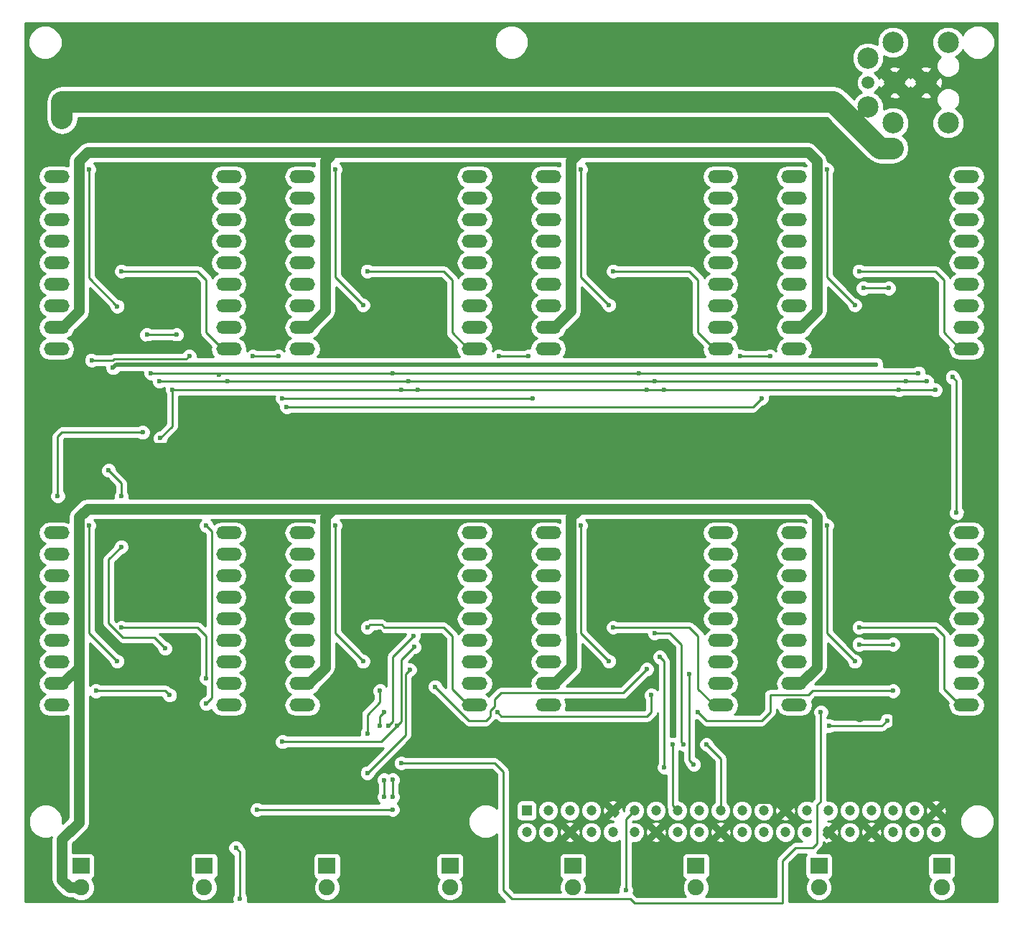
<source format=gbl>
G04 #@! TF.FileFunction,Copper,L2,Bot,Signal*
%FSLAX46Y46*%
G04 Gerber Fmt 4.6, Leading zero omitted, Abs format (unit mm)*
G04 Created by KiCad (PCBNEW 4.0.2+dfsg1-stable) date So 19 Mär 2017 16:07:14 CET*
%MOMM*%
G01*
G04 APERTURE LIST*
%ADD10C,0.100000*%
%ADD11O,3.000000X1.500000*%
%ADD12R,2.000000X1.900000*%
%ADD13C,1.900000*%
%ADD14C,1.200000*%
%ADD15R,1.200000X1.200000*%
%ADD16C,2.500000*%
%ADD17C,1.500000*%
%ADD18C,0.600000*%
%ADD19C,0.254000*%
%ADD20C,1.270000*%
%ADD21C,0.508000*%
%ADD22C,2.540000*%
G04 APERTURE END LIST*
D10*
D11*
X191340000Y-68840000D03*
X211660000Y-68840000D03*
X191340000Y-71380000D03*
X211660000Y-71380000D03*
X191340000Y-73920000D03*
X211660000Y-73920000D03*
X191340000Y-76460000D03*
X211660000Y-76460000D03*
X191340000Y-79000000D03*
X211660000Y-79000000D03*
X191340000Y-81540000D03*
X211660000Y-81540000D03*
X191340000Y-84080000D03*
X211660000Y-84080000D03*
X191340000Y-86620000D03*
X211660000Y-86620000D03*
X191340000Y-89160000D03*
X211660000Y-89160000D03*
D12*
X107250000Y-150149800D03*
D13*
X107250000Y-152689800D03*
D12*
X121749999Y-150149800D03*
D13*
X121749999Y-152689800D03*
D12*
X136249998Y-150149800D03*
D13*
X136249998Y-152689800D03*
D12*
X150749997Y-150149800D03*
D13*
X150749997Y-152689800D03*
D12*
X165249996Y-150149800D03*
D13*
X165249996Y-152689800D03*
D12*
X179749995Y-150149800D03*
D13*
X179749995Y-152689800D03*
D12*
X194249994Y-150149800D03*
D13*
X194249994Y-152689800D03*
D12*
X208749993Y-150149800D03*
D13*
X208749993Y-152689800D03*
D14*
X159802800Y-146149800D03*
D15*
X159802800Y-143609800D03*
D14*
X162342800Y-146149800D03*
X162342800Y-143609800D03*
X164882800Y-146149800D03*
X164882800Y-143609800D03*
X167422800Y-146149800D03*
X167422800Y-143609800D03*
X169962800Y-146149800D03*
X169962800Y-143609800D03*
X172502800Y-146149800D03*
X172502800Y-143609800D03*
X175042800Y-146149800D03*
X175042800Y-143609800D03*
X177582800Y-146149800D03*
X177582800Y-143609800D03*
X180122800Y-146149800D03*
X180122800Y-143609800D03*
X182662800Y-146149800D03*
X182662800Y-143609800D03*
X185202800Y-146149800D03*
X185202800Y-143609800D03*
X187742800Y-146149800D03*
X187742800Y-143609800D03*
X190282800Y-146149800D03*
X190282800Y-143609800D03*
X192822800Y-146149800D03*
X192822800Y-143609800D03*
X195362800Y-146149800D03*
X195362800Y-143609800D03*
X197902800Y-146149800D03*
X197902800Y-143609800D03*
X200442800Y-146149800D03*
X200442800Y-143609800D03*
X202982800Y-146149800D03*
X202982800Y-143609800D03*
X205522800Y-146149800D03*
X205522800Y-143609800D03*
X208062800Y-146149800D03*
X208062800Y-143609800D03*
D11*
X133340000Y-68840000D03*
X153660000Y-68840000D03*
X133340000Y-71380000D03*
X153660000Y-71380000D03*
X133340000Y-73920000D03*
X153660000Y-73920000D03*
X133340000Y-76460000D03*
X153660000Y-76460000D03*
X133340000Y-79000000D03*
X153660000Y-79000000D03*
X133340000Y-81540000D03*
X153660000Y-81540000D03*
X133340000Y-84080000D03*
X153660000Y-84080000D03*
X133340000Y-86620000D03*
X153660000Y-86620000D03*
X133340000Y-89160000D03*
X153660000Y-89160000D03*
X191340000Y-110840000D03*
X211660000Y-110840000D03*
X191340000Y-113380000D03*
X211660000Y-113380000D03*
X191340000Y-115920000D03*
X211660000Y-115920000D03*
X191340000Y-118460000D03*
X211660000Y-118460000D03*
X191340000Y-121000000D03*
X211660000Y-121000000D03*
X191340000Y-123540000D03*
X211660000Y-123540000D03*
X191340000Y-126080000D03*
X211660000Y-126080000D03*
X191340000Y-128620000D03*
X211660000Y-128620000D03*
X191340000Y-131160000D03*
X211660000Y-131160000D03*
X162340000Y-110840000D03*
X182660000Y-110840000D03*
X162340000Y-113380000D03*
X182660000Y-113380000D03*
X162340000Y-115920000D03*
X182660000Y-115920000D03*
X162340000Y-118460000D03*
X182660000Y-118460000D03*
X162340000Y-121000000D03*
X182660000Y-121000000D03*
X162340000Y-123540000D03*
X182660000Y-123540000D03*
X162340000Y-126080000D03*
X182660000Y-126080000D03*
X162340000Y-128620000D03*
X182660000Y-128620000D03*
X162340000Y-131160000D03*
X182660000Y-131160000D03*
X133340000Y-110840000D03*
X153660000Y-110840000D03*
X133340000Y-113380000D03*
X153660000Y-113380000D03*
X133340000Y-115920000D03*
X153660000Y-115920000D03*
X133340000Y-118460000D03*
X153660000Y-118460000D03*
X133340000Y-121000000D03*
X153660000Y-121000000D03*
X133340000Y-123540000D03*
X153660000Y-123540000D03*
X133340000Y-126080000D03*
X153660000Y-126080000D03*
X133340000Y-128620000D03*
X153660000Y-128620000D03*
X133340000Y-131160000D03*
X153660000Y-131160000D03*
X104340000Y-110840000D03*
X124660000Y-110840000D03*
X104340000Y-113380000D03*
X124660000Y-113380000D03*
X104340000Y-115920000D03*
X124660000Y-115920000D03*
X104340000Y-118460000D03*
X124660000Y-118460000D03*
X104340000Y-121000000D03*
X124660000Y-121000000D03*
X104340000Y-123540000D03*
X124660000Y-123540000D03*
X104340000Y-126080000D03*
X124660000Y-126080000D03*
X104340000Y-128620000D03*
X124660000Y-128620000D03*
X104340000Y-131160000D03*
X124660000Y-131160000D03*
X104340000Y-68840000D03*
X124660000Y-68840000D03*
X104340000Y-71380000D03*
X124660000Y-71380000D03*
X104340000Y-73920000D03*
X124660000Y-73920000D03*
X104340000Y-76460000D03*
X124660000Y-76460000D03*
X104340000Y-79000000D03*
X124660000Y-79000000D03*
X104340000Y-81540000D03*
X124660000Y-81540000D03*
X104340000Y-84080000D03*
X124660000Y-84080000D03*
X104340000Y-86620000D03*
X124660000Y-86620000D03*
X104340000Y-89160000D03*
X124660000Y-89160000D03*
X162340000Y-68840000D03*
X182660000Y-68840000D03*
X162340000Y-71380000D03*
X182660000Y-71380000D03*
X162340000Y-73920000D03*
X182660000Y-73920000D03*
X162340000Y-76460000D03*
X182660000Y-76460000D03*
X162340000Y-79000000D03*
X182660000Y-79000000D03*
X162340000Y-81540000D03*
X182660000Y-81540000D03*
X162340000Y-84080000D03*
X182660000Y-84080000D03*
X162340000Y-86620000D03*
X182660000Y-86620000D03*
X162340000Y-89160000D03*
X182660000Y-89160000D03*
D16*
X206900000Y-57750000D03*
X203200000Y-57750000D03*
X200050000Y-60650000D03*
X200050000Y-54850000D03*
X209500000Y-62500000D03*
X203000000Y-62500000D03*
X209500000Y-53000000D03*
X203000000Y-53000000D03*
D17*
X200050000Y-57750000D03*
D18*
X131500000Y-96000000D03*
X187500000Y-95000000D03*
X105000000Y-151783302D03*
X160000000Y-66000000D03*
X156000000Y-66000000D03*
X160000000Y-108000000D03*
X158000000Y-108000000D03*
X156000000Y-108000000D03*
X158000000Y-66000000D03*
X198999144Y-80000856D03*
X131000000Y-95000000D03*
X160500000Y-95000000D03*
X170000000Y-80000000D03*
X141000000Y-80000000D03*
X120000000Y-90000000D03*
X108500000Y-90500000D03*
X112000000Y-80000000D03*
X108992990Y-129500000D03*
X117681010Y-130000000D03*
X122000000Y-128000000D03*
X112000000Y-122000000D03*
X141000000Y-122000000D03*
X143000000Y-132000000D03*
X142500000Y-133617009D03*
X170000000Y-122000000D03*
X156318990Y-132000000D03*
X174500000Y-130000000D03*
X141000000Y-134500000D03*
X142500000Y-129500000D03*
X199000000Y-122000000D03*
X168000000Y-91000000D03*
X139000000Y-91000000D03*
X111000000Y-91383000D03*
X201000000Y-91000000D03*
X206500000Y-62500000D03*
X204000000Y-69000000D03*
X197000000Y-104000000D03*
X201000000Y-104000000D03*
X171000000Y-133500000D03*
X172000000Y-131000000D03*
X174000000Y-128500000D03*
X142500000Y-125000000D03*
X146500000Y-128000000D03*
X147500000Y-134000000D03*
X122000000Y-100500000D03*
X118000000Y-88500000D03*
X114500000Y-89000000D03*
X120000000Y-88500000D03*
X119500000Y-100500000D03*
X208000000Y-86000000D03*
X199500000Y-86500000D03*
X148000000Y-87500000D03*
X142000000Y-87000000D03*
X177500000Y-87000000D03*
X171000000Y-87000000D03*
X142500000Y-122500000D03*
X141500000Y-127500000D03*
X113000000Y-136500000D03*
X113000000Y-143500000D03*
X121000000Y-133500000D03*
X121000000Y-139000000D03*
X186500000Y-142500000D03*
X175500000Y-142000000D03*
X171500000Y-142000000D03*
X203500000Y-138000000D03*
X203500000Y-131000000D03*
X203500000Y-131000000D03*
X203500000Y-131000000D03*
X199000000Y-132500000D03*
X201500000Y-65500000D03*
X200500000Y-64500000D03*
X203000000Y-65500000D03*
X159000000Y-60000000D03*
X161000000Y-60000000D03*
X157000000Y-60000000D03*
X105000000Y-60000000D03*
X105000000Y-62000000D03*
X107825000Y-60000000D03*
X116600134Y-99691980D03*
X131000000Y-135500000D03*
X203681010Y-94000000D03*
X118000000Y-94000000D03*
X146500000Y-124328500D03*
X144500000Y-133617009D03*
X176000000Y-94000000D03*
X147000000Y-94000000D03*
X145000000Y-94000000D03*
X174000000Y-94000000D03*
X179500000Y-138189010D03*
X179000000Y-127500000D03*
X208000000Y-94000000D03*
X204500000Y-93000000D03*
X145872990Y-93000000D03*
X174872990Y-93000000D03*
X116500000Y-93000000D03*
X143500000Y-133617009D03*
X124500000Y-93000000D03*
X178318990Y-135810990D03*
X146441500Y-123000000D03*
X207000000Y-93000000D03*
X174872990Y-122681010D03*
X123500000Y-92181020D03*
X143000000Y-140000000D03*
X143000000Y-142000000D03*
X173000000Y-92000000D03*
X203000000Y-124000000D03*
X144000000Y-92000000D03*
X176000000Y-138500000D03*
X199000000Y-124000000D03*
X115500000Y-92000000D03*
X202500000Y-82000000D03*
X199500000Y-82000000D03*
X175500000Y-125500000D03*
X206000000Y-92000000D03*
X177000000Y-135810990D03*
X181000000Y-135810990D03*
X198500000Y-84000000D03*
X195189010Y-68000000D03*
X166189010Y-68000000D03*
X169500000Y-84000000D03*
X140500000Y-84000000D03*
X137189010Y-68000000D03*
X111500000Y-84126020D03*
X108189010Y-68000000D03*
X108189010Y-110000000D03*
X111500000Y-126000000D03*
X137189010Y-110000000D03*
X140500000Y-126000000D03*
X166189010Y-110000000D03*
X169500000Y-126000000D03*
X195189010Y-110000000D03*
X198500000Y-126000000D03*
X128000000Y-143500000D03*
X144000000Y-143500000D03*
X202310980Y-133000000D03*
X210000000Y-92500000D03*
X210500000Y-108500000D03*
X195500000Y-133617009D03*
X188500000Y-90000000D03*
X185000000Y-90000000D03*
X130500000Y-90000000D03*
X127500000Y-90000000D03*
X115000000Y-87500000D03*
X118500000Y-87500000D03*
X122000000Y-110000000D03*
X122000000Y-131000000D03*
X146000000Y-127000000D03*
X141000000Y-139181010D03*
X173968254Y-126936508D03*
X149000000Y-129000000D03*
X180000000Y-132000000D03*
X203000000Y-129500000D03*
X145000000Y-138000000D03*
X194500000Y-132000000D03*
X104500000Y-106500000D03*
X114500000Y-99000000D03*
X160000000Y-90000000D03*
X156500000Y-90000000D03*
X144000000Y-139992118D03*
X117164990Y-124500000D03*
X110500000Y-103500000D03*
X112000000Y-106500000D03*
X112000000Y-112500000D03*
X144000000Y-142000000D03*
X171500000Y-153000000D03*
X126000000Y-154000000D03*
X125500000Y-148000000D03*
D19*
X187500000Y-95000000D02*
X186500000Y-96000000D01*
X186500000Y-96000000D02*
X131500000Y-96000000D01*
D20*
X160000000Y-66000000D02*
X166000000Y-66000000D01*
X166000000Y-66000000D02*
X193000000Y-66000000D01*
X165000009Y-108999991D02*
X166000000Y-108000000D01*
X162340000Y-128620000D02*
X163090000Y-128620000D01*
X163090000Y-128620000D02*
X165110000Y-126600000D01*
X165110000Y-126600000D02*
X165110000Y-122890000D01*
X165110000Y-122890000D02*
X165000009Y-122780009D01*
X165000009Y-122780009D02*
X165000009Y-108999991D01*
X107000000Y-126710000D02*
X107000000Y-145000000D01*
X105000000Y-151783302D02*
X105906498Y-152689800D01*
X107000000Y-145000000D02*
X105000000Y-147000000D01*
X105000000Y-147000000D02*
X105000000Y-151783302D01*
X105906498Y-152689800D02*
X107250000Y-152689800D01*
X136000000Y-67000000D02*
X137000000Y-66000000D01*
X136000000Y-84710000D02*
X136000000Y-67000000D01*
X133340000Y-86620000D02*
X134090000Y-86620000D01*
X134090000Y-86620000D02*
X136000000Y-84710000D01*
X134090000Y-86620000D02*
X133340000Y-86620000D01*
X158000000Y-66000000D02*
X160000000Y-66000000D01*
X137000000Y-66000000D02*
X156000000Y-66000000D01*
X156000000Y-66000000D02*
X158000000Y-66000000D01*
X166000000Y-108000000D02*
X160000000Y-108000000D01*
X160000000Y-108000000D02*
X158000000Y-108000000D01*
X158000000Y-108000000D02*
X156000000Y-108000000D01*
X156000000Y-108000000D02*
X137000000Y-108000000D01*
X193000000Y-108000000D02*
X166000000Y-108000000D01*
X137000000Y-108000000D02*
X108000000Y-108000000D01*
X136000000Y-126710000D02*
X136000000Y-109000000D01*
X136000000Y-109000000D02*
X137000000Y-108000000D01*
X134090000Y-128620000D02*
X136000000Y-126710000D01*
X108000000Y-66000000D02*
X137000000Y-66000000D01*
X136000000Y-67000000D02*
X137000000Y-66000000D01*
X133340000Y-86620000D02*
X133791542Y-86620000D01*
X165000000Y-67000000D02*
X166000000Y-66000000D01*
X165000000Y-84710000D02*
X165000000Y-67000000D01*
X163090000Y-86620000D02*
X165000000Y-84710000D01*
X163090000Y-86620000D02*
X162340000Y-86620000D01*
X134090000Y-128620000D02*
X133340000Y-128620000D01*
X104340000Y-86620000D02*
X105090000Y-86620000D01*
X105090000Y-86620000D02*
X107000000Y-84710000D01*
X107000000Y-84710000D02*
X107000000Y-67000000D01*
X107000000Y-67000000D02*
X108000000Y-66000000D01*
X193000000Y-66000000D02*
X194000000Y-67000000D01*
X194000000Y-67000000D02*
X194000000Y-84710000D01*
X194000000Y-84710000D02*
X192090000Y-86620000D01*
X191340000Y-128620000D02*
X192090000Y-128620000D01*
X192090000Y-128620000D02*
X194000000Y-126710000D01*
X194000000Y-126710000D02*
X194000000Y-109000000D01*
X194000000Y-109000000D02*
X193000000Y-108000000D01*
X108000000Y-108000000D02*
X107000000Y-109000000D01*
X107000000Y-109000000D02*
X107000000Y-126710000D01*
X107000000Y-126710000D02*
X105090000Y-128620000D01*
X105090000Y-128620000D02*
X104340000Y-128620000D01*
D19*
X198999144Y-80000856D02*
X207999144Y-80000856D01*
X207999144Y-80000856D02*
X208000000Y-80000000D01*
X209000000Y-81000000D02*
X208000000Y-80000000D01*
X209000000Y-87250000D02*
X209000000Y-81000000D01*
X211660000Y-89160000D02*
X210910000Y-89160000D01*
X210910000Y-89160000D02*
X209000000Y-87250000D01*
X160500000Y-95000000D02*
X131000000Y-95000000D01*
X180000000Y-81000000D02*
X179000000Y-80000000D01*
X179000000Y-80000000D02*
X170000000Y-80000000D01*
X180000000Y-87250000D02*
X180000000Y-81000000D01*
X182660000Y-89160000D02*
X181910000Y-89160000D01*
X181910000Y-89160000D02*
X180000000Y-87250000D01*
X151000000Y-87250000D02*
X151000000Y-81000000D01*
X153660000Y-89160000D02*
X152910000Y-89160000D01*
X152910000Y-89160000D02*
X151000000Y-87250000D01*
X151000000Y-81000000D02*
X150000000Y-80000000D01*
X150000000Y-80000000D02*
X141000000Y-80000000D01*
X153660000Y-89160000D02*
X153660000Y-88893122D01*
X111119971Y-90364990D02*
X119635010Y-90364990D01*
X119635010Y-90364990D02*
X120000000Y-90000000D01*
X108500000Y-90500000D02*
X110984961Y-90500000D01*
X110984961Y-90500000D02*
X111119971Y-90364990D01*
X121000000Y-80000000D02*
X112000000Y-80000000D01*
X122000000Y-81000000D02*
X121000000Y-80000000D01*
X122000000Y-87250000D02*
X122000000Y-81000000D01*
X124660000Y-89160000D02*
X123910000Y-89160000D01*
X123910000Y-89160000D02*
X122000000Y-87250000D01*
X117181010Y-129500000D02*
X108992990Y-129500000D01*
X117681010Y-130000000D02*
X117181010Y-129500000D01*
X104340000Y-126080000D02*
X103590000Y-126080000D01*
X122000000Y-123000000D02*
X122000000Y-128000000D01*
X124660000Y-131160000D02*
X123910000Y-131160000D01*
X122000000Y-123000000D02*
X121000000Y-122000000D01*
X121000000Y-122000000D02*
X112000000Y-122000000D01*
X124660000Y-131160000D02*
X124660000Y-130893122D01*
X141299999Y-121700001D02*
X141000000Y-122000000D01*
X142707885Y-121700001D02*
X141299999Y-121700001D01*
X143007884Y-122000000D02*
X142707885Y-121700001D01*
X151000000Y-123000000D02*
X150000000Y-122000000D01*
X151000000Y-129250000D02*
X151000000Y-123000000D01*
X152910000Y-131160000D02*
X151000000Y-129250000D01*
X150000000Y-122000000D02*
X143007884Y-122000000D01*
X153660000Y-131160000D02*
X152910000Y-131160000D01*
X142500000Y-132500000D02*
X143000000Y-132000000D01*
X142500000Y-133617009D02*
X142500000Y-132500000D01*
X180000000Y-123000000D02*
X179000000Y-122000000D01*
X179000000Y-122000000D02*
X170000000Y-122000000D01*
X180000000Y-129250000D02*
X180000000Y-123000000D01*
X182660000Y-131160000D02*
X181910000Y-131160000D01*
X181910000Y-131160000D02*
X180000000Y-129250000D01*
X174000000Y-132500000D02*
X156818990Y-132500000D01*
X156318990Y-132000000D02*
X156818990Y-132500000D01*
X174500000Y-132000000D02*
X174000000Y-132500000D01*
X174500000Y-130000000D02*
X174500000Y-132000000D01*
X142500000Y-130818990D02*
X142500000Y-129500000D01*
X141000000Y-132318990D02*
X142500000Y-130818990D01*
X141000000Y-134500000D02*
X141000000Y-132318990D01*
X209000000Y-123000000D02*
X208000000Y-122000000D01*
X208000000Y-122000000D02*
X199000000Y-122000000D01*
X209000000Y-129250000D02*
X209000000Y-123000000D01*
X211660000Y-131160000D02*
X210910000Y-131160000D01*
X210910000Y-131160000D02*
X209000000Y-129250000D01*
D21*
X201000000Y-91000000D02*
X168000000Y-91000000D01*
X168000000Y-91000000D02*
X139000000Y-91000000D01*
X139000000Y-91000000D02*
X111383000Y-91000000D01*
X111383000Y-91000000D02*
X111000000Y-91383000D01*
X205500000Y-69000000D02*
X206500000Y-68000000D01*
X206500000Y-68000000D02*
X206500000Y-62500000D01*
X204000000Y-69000000D02*
X205500000Y-69000000D01*
X201000000Y-104000000D02*
X197000000Y-104000000D01*
X171000000Y-133500000D02*
X171500000Y-134000000D01*
X171500000Y-134000000D02*
X171500000Y-142000000D01*
X174000000Y-128500000D02*
X174000000Y-129000000D01*
X174000000Y-129000000D02*
X172000000Y-131000000D01*
X142500000Y-126500000D02*
X142500000Y-125000000D01*
X142500000Y-125000000D02*
X142500000Y-122500000D01*
X147500000Y-134000000D02*
X146500000Y-133000000D01*
X146500000Y-133000000D02*
X146500000Y-128000000D01*
X119500000Y-100500000D02*
X122000000Y-100500000D01*
X120000000Y-88500000D02*
X118000000Y-88500000D01*
X118000000Y-88500000D02*
X115000000Y-88500000D01*
X109500000Y-101500000D02*
X110500000Y-100500000D01*
X110500000Y-100500000D02*
X119500000Y-100500000D01*
X115000000Y-88500000D02*
X114500000Y-89000000D01*
X199500000Y-86500000D02*
X200000000Y-86000000D01*
X200000000Y-86000000D02*
X208000000Y-86000000D01*
X142000000Y-87000000D02*
X142500000Y-87500000D01*
X142500000Y-87500000D02*
X148000000Y-87500000D01*
X171500000Y-87500000D02*
X177000000Y-87500000D01*
X177000000Y-87500000D02*
X177500000Y-87000000D01*
X171000000Y-87000000D02*
X171500000Y-87500000D01*
X141500000Y-127500000D02*
X142500000Y-126500000D01*
D22*
X121000000Y-139000000D02*
X121000000Y-133500000D01*
X113000000Y-143500000D02*
X113000000Y-136500000D01*
D20*
X190282800Y-142282800D02*
X190120799Y-142120799D01*
X190120799Y-142120799D02*
X186879201Y-142120799D01*
X186879201Y-142120799D02*
X186500000Y-142500000D01*
X190282800Y-143609800D02*
X190282800Y-142282800D01*
D21*
X171500000Y-142000000D02*
X175500000Y-142000000D01*
D20*
X203500000Y-131000000D02*
X203500000Y-138000000D01*
X199000000Y-132500000D02*
X200500000Y-131000000D01*
X200500000Y-131000000D02*
X203500000Y-131000000D01*
D22*
X200500000Y-64500000D02*
X196000000Y-60000000D01*
X201500000Y-65500000D02*
X203000000Y-65500000D01*
X201500000Y-65500000D02*
X200500000Y-64500000D01*
X159000000Y-60000000D02*
X105000000Y-60000000D01*
X105000000Y-60000000D02*
X105000000Y-62000000D01*
X161000000Y-60000000D02*
X159000000Y-60000000D01*
X196000000Y-60000000D02*
X161000000Y-60000000D01*
D19*
X118000000Y-98292114D02*
X116600134Y-99691980D01*
X118000000Y-94000000D02*
X118000000Y-98292114D01*
X131000000Y-135500000D02*
X142617009Y-135500000D01*
X142617009Y-135500000D02*
X144500000Y-133617009D01*
X208000000Y-94000000D02*
X203681010Y-94000000D01*
X203681010Y-94000000D02*
X176000000Y-94000000D01*
X145000000Y-94000000D02*
X118000000Y-94000000D01*
X145000000Y-133117009D02*
X145000000Y-125828500D01*
X145000000Y-125828500D02*
X146500000Y-124328500D01*
X144500000Y-133617009D02*
X145000000Y-133117009D01*
X176000000Y-94000000D02*
X174000000Y-94000000D01*
X174000000Y-94000000D02*
X147000000Y-94000000D01*
X147000000Y-94000000D02*
X145000000Y-94000000D01*
X179500000Y-138189010D02*
X179000000Y-137689010D01*
X179000000Y-137689010D02*
X179000000Y-127500000D01*
X124500000Y-93000000D02*
X116500000Y-93000000D01*
X204500000Y-93000000D02*
X207000000Y-93000000D01*
X174872990Y-93000000D02*
X145872990Y-93000000D01*
X145872990Y-93000000D02*
X124500000Y-93000000D01*
X207000000Y-93000000D02*
X174872990Y-93000000D01*
X144000000Y-133117009D02*
X144000000Y-125441500D01*
X143500000Y-133617009D02*
X144000000Y-133117009D01*
X144000000Y-125441500D02*
X146441500Y-123000000D01*
X178008000Y-135500000D02*
X178008000Y-124008000D01*
X178008000Y-124008000D02*
X176681010Y-122681010D01*
X176681010Y-122681010D02*
X174872990Y-122681010D01*
X178318990Y-135810990D02*
X178008000Y-135500000D01*
X176000000Y-126000000D02*
X175500000Y-125500000D01*
X176000000Y-138500000D02*
X176000000Y-126000000D01*
X123318980Y-92000000D02*
X123500000Y-92181020D01*
X115500000Y-92000000D02*
X123318980Y-92000000D01*
X144000000Y-92000000D02*
X123681020Y-92000000D01*
X123681020Y-92000000D02*
X123500000Y-92181020D01*
X143000000Y-142000000D02*
X143000000Y-140000000D01*
X206000000Y-92000000D02*
X173000000Y-92000000D01*
X173000000Y-92000000D02*
X144000000Y-92000000D01*
X199000000Y-124000000D02*
X203000000Y-124000000D01*
X199500000Y-82000000D02*
X202500000Y-82000000D01*
X177000000Y-135810990D02*
X177000000Y-143027000D01*
X177000000Y-143027000D02*
X177582800Y-143609800D01*
X181000000Y-135810990D02*
X182662800Y-137473790D01*
X182662800Y-137473790D02*
X182662800Y-143609800D01*
X198500000Y-84000000D02*
X195189010Y-80689010D01*
X195189010Y-80689010D02*
X195189010Y-68000000D01*
X169500000Y-84000000D02*
X166189010Y-80689010D01*
X166189010Y-80689010D02*
X166189010Y-68000000D01*
X140500000Y-84000000D02*
X137189010Y-80689010D01*
X137189010Y-80689010D02*
X137189010Y-68000000D01*
X108189010Y-80815030D02*
X111500000Y-84126020D01*
X108189010Y-68000000D02*
X108189010Y-80815030D01*
X111500000Y-126000000D02*
X108189010Y-122689010D01*
X108189010Y-122689010D02*
X108189010Y-110000000D01*
X140500000Y-126000000D02*
X137189010Y-122689010D01*
X137189010Y-122689010D02*
X137189010Y-110000000D01*
X169500000Y-126000000D02*
X166189010Y-122689010D01*
X166189010Y-122689010D02*
X166189010Y-110000000D01*
X198500000Y-126000000D02*
X195189010Y-122689010D01*
X195189010Y-122689010D02*
X195189010Y-110000000D01*
X144000000Y-143500000D02*
X128000000Y-143500000D01*
X201693971Y-133617009D02*
X202310980Y-133000000D01*
X195500000Y-133617009D02*
X201693971Y-133617009D01*
X210500000Y-108500000D02*
X210500000Y-93000000D01*
X210500000Y-93000000D02*
X210000000Y-92500000D01*
X185000000Y-90000000D02*
X188500000Y-90000000D01*
X127500000Y-90000000D02*
X130500000Y-90000000D01*
X118500000Y-87500000D02*
X115000000Y-87500000D01*
X122000000Y-131000000D02*
X122681001Y-130318999D01*
X122681001Y-130318999D02*
X122681001Y-110681001D01*
X122681001Y-110681001D02*
X122000000Y-110000000D01*
X145508010Y-127491990D02*
X146000000Y-127000000D01*
X141000000Y-139181010D02*
X145508010Y-134673000D01*
X145508010Y-134673000D02*
X145508010Y-127491990D01*
X155500000Y-132500000D02*
X155500000Y-131818999D01*
X155500000Y-131818999D02*
X156000000Y-131318999D01*
X171153752Y-129751010D02*
X173968254Y-126936508D01*
X156741108Y-129751010D02*
X171153752Y-129751010D01*
X153000000Y-133000000D02*
X155000000Y-133000000D01*
X155000000Y-133000000D02*
X155500000Y-132500000D01*
X156000000Y-130492118D02*
X156741108Y-129751010D01*
X156000000Y-131318999D02*
X156000000Y-130492118D01*
X149000000Y-129000000D02*
X153000000Y-133000000D01*
X187500000Y-133000000D02*
X181000000Y-133000000D01*
X181000000Y-133000000D02*
X180000000Y-132000000D01*
X188500000Y-132000000D02*
X187500000Y-133000000D01*
X188500000Y-130000000D02*
X188500000Y-132000000D01*
X193000000Y-130000000D02*
X188500000Y-130000000D01*
X193500000Y-129500000D02*
X193000000Y-130000000D01*
X203000000Y-129500000D02*
X193500000Y-129500000D01*
X194000000Y-143000000D02*
X194000000Y-146500000D01*
X194000000Y-146500000D02*
X194000000Y-147000000D01*
X145000000Y-138000000D02*
X156000000Y-138000000D01*
X156000000Y-138000000D02*
X157000000Y-139000000D01*
X157000000Y-139000000D02*
X157000000Y-153000000D01*
X172500000Y-154500000D02*
X190000000Y-154500000D01*
X157000000Y-153000000D02*
X158020801Y-154020801D01*
X158020801Y-154020801D02*
X172020801Y-154020801D01*
X172020801Y-154020801D02*
X172500000Y-154500000D01*
X190000000Y-154500000D02*
X190000000Y-149500000D01*
X191500000Y-148000000D02*
X193500000Y-148000000D01*
X190000000Y-149500000D02*
X191500000Y-148000000D01*
X193500000Y-148000000D02*
X194000000Y-147500000D01*
X194000000Y-147500000D02*
X194000000Y-146500000D01*
X194500000Y-132000000D02*
X194500000Y-142500000D01*
X194500000Y-142500000D02*
X194000000Y-143000000D01*
X105000000Y-99000000D02*
X104500000Y-99500000D01*
X104500000Y-99500000D02*
X104500000Y-106500000D01*
X114500000Y-99000000D02*
X105000000Y-99000000D01*
X156500000Y-90000000D02*
X160000000Y-90000000D01*
X117164990Y-124500000D02*
X115853873Y-123188883D01*
X115853873Y-123188883D02*
X112181001Y-123188883D01*
X112000000Y-106500000D02*
X112000000Y-105000000D01*
X112000000Y-105000000D02*
X110500000Y-103500000D01*
X110500000Y-114000000D02*
X112000000Y-112500000D01*
X110500000Y-121507882D02*
X110500000Y-114000000D01*
X112181001Y-123188883D02*
X110500000Y-121507882D01*
X144000000Y-142000000D02*
X144000000Y-139992118D01*
X171500000Y-153000000D02*
X171500000Y-144612600D01*
X171500000Y-144612600D02*
X172502800Y-143609800D01*
X172502800Y-143609800D02*
X171521799Y-144590801D01*
X125500000Y-148000000D02*
X126000000Y-148500000D01*
X126000000Y-148500000D02*
X126000000Y-154000000D01*
G36*
X215315000Y-154315000D02*
X190762000Y-154315000D01*
X190762000Y-149815630D01*
X191815631Y-148762000D01*
X192780590Y-148762000D01*
X192653563Y-148947910D01*
X192602554Y-149199800D01*
X192602554Y-151099800D01*
X192646832Y-151335117D01*
X192785904Y-151551241D01*
X192998104Y-151696231D01*
X193001186Y-151696855D01*
X192907080Y-151790797D01*
X192665270Y-152373141D01*
X192664719Y-153003693D01*
X192905513Y-153586457D01*
X193350991Y-154032714D01*
X193933335Y-154274524D01*
X194563887Y-154275075D01*
X195146651Y-154034281D01*
X195592908Y-153588803D01*
X195834718Y-153006459D01*
X195835269Y-152375907D01*
X195594475Y-151793143D01*
X195496965Y-151695463D01*
X195701435Y-151563890D01*
X195846425Y-151351690D01*
X195897434Y-151099800D01*
X195897434Y-149199800D01*
X207102553Y-149199800D01*
X207102553Y-151099800D01*
X207146831Y-151335117D01*
X207285903Y-151551241D01*
X207498103Y-151696231D01*
X207501185Y-151696855D01*
X207407079Y-151790797D01*
X207165269Y-152373141D01*
X207164718Y-153003693D01*
X207405512Y-153586457D01*
X207850990Y-154032714D01*
X208433334Y-154274524D01*
X209063886Y-154275075D01*
X209646650Y-154034281D01*
X210092907Y-153588803D01*
X210334717Y-153006459D01*
X210335268Y-152375907D01*
X210094474Y-151793143D01*
X209996964Y-151695463D01*
X210201434Y-151563890D01*
X210346424Y-151351690D01*
X210397433Y-151099800D01*
X210397433Y-149199800D01*
X210353155Y-148964483D01*
X210214083Y-148748359D01*
X210001883Y-148603369D01*
X209749993Y-148552360D01*
X207749993Y-148552360D01*
X207514676Y-148596638D01*
X207298552Y-148735710D01*
X207153562Y-148947910D01*
X207102553Y-149199800D01*
X195897434Y-149199800D01*
X195853156Y-148964483D01*
X195714084Y-148748359D01*
X195501884Y-148603369D01*
X195249994Y-148552360D01*
X194018544Y-148552360D01*
X194038815Y-148538815D01*
X194538816Y-148038815D01*
X194688475Y-147814833D01*
X194703996Y-147791605D01*
X194762000Y-147500000D01*
X194762000Y-147326252D01*
X195102793Y-147667045D01*
X195362184Y-147407654D01*
X195369023Y-147408979D01*
X195838918Y-147315511D01*
X195899326Y-147110591D01*
X195362800Y-146574064D01*
X195150668Y-146786196D01*
X194762000Y-146397528D01*
X194762000Y-146326336D01*
X194938536Y-146149800D01*
X195787064Y-146149800D01*
X196323591Y-146686326D01*
X196528511Y-146625918D01*
X196573378Y-146394379D01*
X196667586Y-146394379D01*
X196855208Y-146848457D01*
X197202315Y-147196171D01*
X197656066Y-147384585D01*
X198147379Y-147385014D01*
X198601457Y-147197392D01*
X198688409Y-147110591D01*
X199906274Y-147110591D01*
X199966682Y-147315511D01*
X200449023Y-147408979D01*
X200918918Y-147315511D01*
X200979326Y-147110591D01*
X200442800Y-146574064D01*
X199906274Y-147110591D01*
X198688409Y-147110591D01*
X198949171Y-146850285D01*
X199137585Y-146396534D01*
X199137795Y-146156023D01*
X199183621Y-146156023D01*
X199277089Y-146625918D01*
X199482009Y-146686326D01*
X200018536Y-146149800D01*
X200867064Y-146149800D01*
X201403591Y-146686326D01*
X201608511Y-146625918D01*
X201653378Y-146394379D01*
X201747586Y-146394379D01*
X201935208Y-146848457D01*
X202282315Y-147196171D01*
X202736066Y-147384585D01*
X203227379Y-147385014D01*
X203681457Y-147197392D01*
X204029171Y-146850285D01*
X204217585Y-146396534D01*
X204217586Y-146394379D01*
X204287586Y-146394379D01*
X204475208Y-146848457D01*
X204822315Y-147196171D01*
X205276066Y-147384585D01*
X205767379Y-147385014D01*
X206221457Y-147197392D01*
X206569171Y-146850285D01*
X206757585Y-146396534D01*
X206757586Y-146394379D01*
X206827586Y-146394379D01*
X207015208Y-146848457D01*
X207362315Y-147196171D01*
X207816066Y-147384585D01*
X208307379Y-147385014D01*
X208761457Y-147197392D01*
X209109171Y-146850285D01*
X209297585Y-146396534D01*
X209298014Y-145905221D01*
X209110392Y-145451143D01*
X208937412Y-145277860D01*
X210922452Y-145277860D01*
X211227812Y-146016886D01*
X211792740Y-146582801D01*
X212531232Y-146889450D01*
X213330860Y-146890148D01*
X214069886Y-146584788D01*
X214635801Y-146019860D01*
X214942450Y-145281368D01*
X214943148Y-144481740D01*
X214637788Y-143742714D01*
X214072860Y-143176799D01*
X213334368Y-142870150D01*
X212534740Y-142869452D01*
X211795714Y-143174812D01*
X211229799Y-143739740D01*
X210923150Y-144478232D01*
X210922452Y-145277860D01*
X208937412Y-145277860D01*
X208763285Y-145103429D01*
X208309534Y-144915015D01*
X207818221Y-144914586D01*
X207364143Y-145102208D01*
X207016429Y-145449315D01*
X206828015Y-145903066D01*
X206827586Y-146394379D01*
X206757586Y-146394379D01*
X206758014Y-145905221D01*
X206570392Y-145451143D01*
X206223285Y-145103429D01*
X205769534Y-144915015D01*
X205278221Y-144914586D01*
X204824143Y-145102208D01*
X204476429Y-145449315D01*
X204288015Y-145903066D01*
X204287586Y-146394379D01*
X204217586Y-146394379D01*
X204218014Y-145905221D01*
X204030392Y-145451143D01*
X203683285Y-145103429D01*
X203229534Y-144915015D01*
X202738221Y-144914586D01*
X202284143Y-145102208D01*
X201936429Y-145449315D01*
X201748015Y-145903066D01*
X201747586Y-146394379D01*
X201653378Y-146394379D01*
X201701979Y-146143577D01*
X201608511Y-145673682D01*
X201403591Y-145613274D01*
X200867064Y-146149800D01*
X200018536Y-146149800D01*
X199482009Y-145613274D01*
X199277089Y-145673682D01*
X199183621Y-146156023D01*
X199137795Y-146156023D01*
X199138014Y-145905221D01*
X198950392Y-145451143D01*
X198688716Y-145189009D01*
X199906274Y-145189009D01*
X200442800Y-145725536D01*
X200979326Y-145189009D01*
X200918918Y-144984089D01*
X200436577Y-144890621D01*
X199966682Y-144984089D01*
X199906274Y-145189009D01*
X198688716Y-145189009D01*
X198603285Y-145103429D01*
X198149534Y-144915015D01*
X197658221Y-144914586D01*
X197204143Y-145102208D01*
X196856429Y-145449315D01*
X196668015Y-145903066D01*
X196667586Y-146394379D01*
X196573378Y-146394379D01*
X196621979Y-146143577D01*
X196528511Y-145673682D01*
X196323591Y-145613274D01*
X195787064Y-146149800D01*
X194938536Y-146149800D01*
X194762000Y-145973264D01*
X194762000Y-145902072D01*
X195150668Y-145513404D01*
X195362800Y-145725536D01*
X195899326Y-145189009D01*
X195838918Y-144984089D01*
X195361888Y-144891650D01*
X195314997Y-144844759D01*
X195607379Y-144845014D01*
X196061457Y-144657392D01*
X196409171Y-144310285D01*
X196597585Y-143856534D01*
X196597586Y-143854379D01*
X196667586Y-143854379D01*
X196855208Y-144308457D01*
X197202315Y-144656171D01*
X197656066Y-144844585D01*
X198147379Y-144845014D01*
X198601457Y-144657392D01*
X198949171Y-144310285D01*
X199137585Y-143856534D01*
X199137586Y-143854379D01*
X199207586Y-143854379D01*
X199395208Y-144308457D01*
X199742315Y-144656171D01*
X200196066Y-144844585D01*
X200687379Y-144845014D01*
X201141457Y-144657392D01*
X201489171Y-144310285D01*
X201677585Y-143856534D01*
X201677586Y-143854379D01*
X201747586Y-143854379D01*
X201935208Y-144308457D01*
X202282315Y-144656171D01*
X202736066Y-144844585D01*
X203227379Y-144845014D01*
X203681457Y-144657392D01*
X204029171Y-144310285D01*
X204217585Y-143856534D01*
X204217586Y-143854379D01*
X204287586Y-143854379D01*
X204475208Y-144308457D01*
X204822315Y-144656171D01*
X205276066Y-144844585D01*
X205767379Y-144845014D01*
X206221457Y-144657392D01*
X206308409Y-144570591D01*
X207526274Y-144570591D01*
X207586682Y-144775511D01*
X208069023Y-144868979D01*
X208538918Y-144775511D01*
X208599326Y-144570591D01*
X208062800Y-144034064D01*
X207526274Y-144570591D01*
X206308409Y-144570591D01*
X206569171Y-144310285D01*
X206757585Y-143856534D01*
X206757795Y-143616023D01*
X206803621Y-143616023D01*
X206897089Y-144085918D01*
X207102009Y-144146326D01*
X207638536Y-143609800D01*
X208487064Y-143609800D01*
X209023591Y-144146326D01*
X209228511Y-144085918D01*
X209321979Y-143603577D01*
X209228511Y-143133682D01*
X209023591Y-143073274D01*
X208487064Y-143609800D01*
X207638536Y-143609800D01*
X207102009Y-143073274D01*
X206897089Y-143133682D01*
X206803621Y-143616023D01*
X206757795Y-143616023D01*
X206758014Y-143365221D01*
X206570392Y-142911143D01*
X206308716Y-142649009D01*
X207526274Y-142649009D01*
X208062800Y-143185536D01*
X208599326Y-142649009D01*
X208538918Y-142444089D01*
X208056577Y-142350621D01*
X207586682Y-142444089D01*
X207526274Y-142649009D01*
X206308716Y-142649009D01*
X206223285Y-142563429D01*
X205769534Y-142375015D01*
X205278221Y-142374586D01*
X204824143Y-142562208D01*
X204476429Y-142909315D01*
X204288015Y-143363066D01*
X204287586Y-143854379D01*
X204217586Y-143854379D01*
X204218014Y-143365221D01*
X204030392Y-142911143D01*
X203683285Y-142563429D01*
X203229534Y-142375015D01*
X202738221Y-142374586D01*
X202284143Y-142562208D01*
X201936429Y-142909315D01*
X201748015Y-143363066D01*
X201747586Y-143854379D01*
X201677586Y-143854379D01*
X201678014Y-143365221D01*
X201490392Y-142911143D01*
X201143285Y-142563429D01*
X200689534Y-142375015D01*
X200198221Y-142374586D01*
X199744143Y-142562208D01*
X199396429Y-142909315D01*
X199208015Y-143363066D01*
X199207586Y-143854379D01*
X199137586Y-143854379D01*
X199138014Y-143365221D01*
X198950392Y-142911143D01*
X198603285Y-142563429D01*
X198149534Y-142375015D01*
X197658221Y-142374586D01*
X197204143Y-142562208D01*
X196856429Y-142909315D01*
X196668015Y-143363066D01*
X196667586Y-143854379D01*
X196597586Y-143854379D01*
X196598014Y-143365221D01*
X196410392Y-142911143D01*
X196063285Y-142563429D01*
X195609534Y-142375015D01*
X195262000Y-142374712D01*
X195262000Y-134530586D01*
X195313201Y-134551847D01*
X195685167Y-134552171D01*
X196028943Y-134410126D01*
X196060114Y-134379009D01*
X201693971Y-134379009D01*
X201985576Y-134321005D01*
X202232786Y-134155824D01*
X202453486Y-133935125D01*
X202496147Y-133935162D01*
X202839923Y-133793117D01*
X203103172Y-133530327D01*
X203245818Y-133186799D01*
X203246142Y-132814833D01*
X203104097Y-132471057D01*
X202841307Y-132207808D01*
X202497779Y-132065162D01*
X202125813Y-132064838D01*
X201782037Y-132206883D01*
X201518788Y-132469673D01*
X201376142Y-132813201D01*
X201376106Y-132855009D01*
X196060466Y-132855009D01*
X196030327Y-132824817D01*
X195686799Y-132682171D01*
X195314833Y-132681847D01*
X195262000Y-132703677D01*
X195262000Y-132560466D01*
X195292192Y-132530327D01*
X195434838Y-132186799D01*
X195435162Y-131814833D01*
X195293117Y-131471057D01*
X195030327Y-131207808D01*
X194686799Y-131065162D01*
X194314833Y-131064838D01*
X193971057Y-131206883D01*
X193707808Y-131469673D01*
X193565162Y-131813201D01*
X193564838Y-132185167D01*
X193706883Y-132528943D01*
X193738000Y-132560114D01*
X193738000Y-142184369D01*
X193461185Y-142461185D01*
X193421193Y-142521037D01*
X193069534Y-142375015D01*
X192578221Y-142374586D01*
X192124143Y-142562208D01*
X191776429Y-142909315D01*
X191588015Y-143363066D01*
X191587586Y-143854379D01*
X191775208Y-144308457D01*
X192122315Y-144656171D01*
X192576066Y-144844585D01*
X193067379Y-144845014D01*
X193238000Y-144774515D01*
X193238000Y-144984968D01*
X193069534Y-144915015D01*
X192578221Y-144914586D01*
X192124143Y-145102208D01*
X191776429Y-145449315D01*
X191588015Y-145903066D01*
X191587586Y-146394379D01*
X191775208Y-146848457D01*
X192122315Y-147196171D01*
X192223050Y-147238000D01*
X191500000Y-147238000D01*
X191208395Y-147296004D01*
X190961184Y-147461185D01*
X189461185Y-148961185D01*
X189296004Y-149208395D01*
X189238000Y-149500000D01*
X189238000Y-153738000D01*
X180943451Y-153738000D01*
X181092909Y-153588803D01*
X181334719Y-153006459D01*
X181335270Y-152375907D01*
X181094476Y-151793143D01*
X180996966Y-151695463D01*
X181201436Y-151563890D01*
X181346426Y-151351690D01*
X181397435Y-151099800D01*
X181397435Y-149199800D01*
X181353157Y-148964483D01*
X181214085Y-148748359D01*
X181001885Y-148603369D01*
X180749995Y-148552360D01*
X178749995Y-148552360D01*
X178514678Y-148596638D01*
X178298554Y-148735710D01*
X178153564Y-148947910D01*
X178102555Y-149199800D01*
X178102555Y-151099800D01*
X178146833Y-151335117D01*
X178285905Y-151551241D01*
X178498105Y-151696231D01*
X178501187Y-151696855D01*
X178407081Y-151790797D01*
X178165271Y-152373141D01*
X178164720Y-153003693D01*
X178405514Y-153586457D01*
X178556792Y-153738000D01*
X172815631Y-153738000D01*
X172559616Y-153481986D01*
X172541188Y-153469673D01*
X172365988Y-153352607D01*
X172434838Y-153186799D01*
X172435162Y-152814833D01*
X172293117Y-152471057D01*
X172262000Y-152439886D01*
X172262000Y-147384590D01*
X172747379Y-147385014D01*
X173201457Y-147197392D01*
X173288409Y-147110591D01*
X174506274Y-147110591D01*
X174566682Y-147315511D01*
X175049023Y-147408979D01*
X175518918Y-147315511D01*
X175579326Y-147110591D01*
X175042800Y-146574064D01*
X174506274Y-147110591D01*
X173288409Y-147110591D01*
X173549171Y-146850285D01*
X173737585Y-146396534D01*
X173737795Y-146156023D01*
X173783621Y-146156023D01*
X173877089Y-146625918D01*
X174082009Y-146686326D01*
X174618536Y-146149800D01*
X175467064Y-146149800D01*
X176003591Y-146686326D01*
X176208511Y-146625918D01*
X176253378Y-146394379D01*
X176347586Y-146394379D01*
X176535208Y-146848457D01*
X176882315Y-147196171D01*
X177336066Y-147384585D01*
X177827379Y-147385014D01*
X178281457Y-147197392D01*
X178629171Y-146850285D01*
X178817585Y-146396534D01*
X178817586Y-146394379D01*
X178887586Y-146394379D01*
X179075208Y-146848457D01*
X179422315Y-147196171D01*
X179876066Y-147384585D01*
X180367379Y-147385014D01*
X180821457Y-147197392D01*
X180908409Y-147110591D01*
X182126274Y-147110591D01*
X182186682Y-147315511D01*
X182669023Y-147408979D01*
X183138918Y-147315511D01*
X183199326Y-147110591D01*
X182662800Y-146574064D01*
X182126274Y-147110591D01*
X180908409Y-147110591D01*
X181169171Y-146850285D01*
X181357585Y-146396534D01*
X181357795Y-146156023D01*
X181403621Y-146156023D01*
X181497089Y-146625918D01*
X181702009Y-146686326D01*
X182238536Y-146149800D01*
X183087064Y-146149800D01*
X183623591Y-146686326D01*
X183828511Y-146625918D01*
X183873378Y-146394379D01*
X183967586Y-146394379D01*
X184155208Y-146848457D01*
X184502315Y-147196171D01*
X184956066Y-147384585D01*
X185447379Y-147385014D01*
X185901457Y-147197392D01*
X186249171Y-146850285D01*
X186437585Y-146396534D01*
X186437586Y-146394379D01*
X186507586Y-146394379D01*
X186695208Y-146848457D01*
X187042315Y-147196171D01*
X187496066Y-147384585D01*
X187987379Y-147385014D01*
X188441457Y-147197392D01*
X188789171Y-146850285D01*
X188977585Y-146396534D01*
X188977586Y-146394379D01*
X189047586Y-146394379D01*
X189235208Y-146848457D01*
X189582315Y-147196171D01*
X190036066Y-147384585D01*
X190527379Y-147385014D01*
X190981457Y-147197392D01*
X191329171Y-146850285D01*
X191517585Y-146396534D01*
X191518014Y-145905221D01*
X191330392Y-145451143D01*
X190983285Y-145103429D01*
X190529534Y-144915015D01*
X190038221Y-144914586D01*
X189584143Y-145102208D01*
X189236429Y-145449315D01*
X189048015Y-145903066D01*
X189047586Y-146394379D01*
X188977586Y-146394379D01*
X188978014Y-145905221D01*
X188790392Y-145451143D01*
X188443285Y-145103429D01*
X187989534Y-144915015D01*
X187498221Y-144914586D01*
X187044143Y-145102208D01*
X186696429Y-145449315D01*
X186508015Y-145903066D01*
X186507586Y-146394379D01*
X186437586Y-146394379D01*
X186438014Y-145905221D01*
X186250392Y-145451143D01*
X185903285Y-145103429D01*
X185449534Y-144915015D01*
X184958221Y-144914586D01*
X184504143Y-145102208D01*
X184156429Y-145449315D01*
X183968015Y-145903066D01*
X183967586Y-146394379D01*
X183873378Y-146394379D01*
X183921979Y-146143577D01*
X183828511Y-145673682D01*
X183623591Y-145613274D01*
X183087064Y-146149800D01*
X182238536Y-146149800D01*
X181702009Y-145613274D01*
X181497089Y-145673682D01*
X181403621Y-146156023D01*
X181357795Y-146156023D01*
X181358014Y-145905221D01*
X181170392Y-145451143D01*
X180908716Y-145189009D01*
X182126274Y-145189009D01*
X182662800Y-145725536D01*
X183199326Y-145189009D01*
X183138918Y-144984089D01*
X182656577Y-144890621D01*
X182186682Y-144984089D01*
X182126274Y-145189009D01*
X180908716Y-145189009D01*
X180823285Y-145103429D01*
X180369534Y-144915015D01*
X179878221Y-144914586D01*
X179424143Y-145102208D01*
X179076429Y-145449315D01*
X178888015Y-145903066D01*
X178887586Y-146394379D01*
X178817586Y-146394379D01*
X178818014Y-145905221D01*
X178630392Y-145451143D01*
X178283285Y-145103429D01*
X177829534Y-144915015D01*
X177338221Y-144914586D01*
X176884143Y-145102208D01*
X176536429Y-145449315D01*
X176348015Y-145903066D01*
X176347586Y-146394379D01*
X176253378Y-146394379D01*
X176301979Y-146143577D01*
X176208511Y-145673682D01*
X176003591Y-145613274D01*
X175467064Y-146149800D01*
X174618536Y-146149800D01*
X174082009Y-145613274D01*
X173877089Y-145673682D01*
X173783621Y-146156023D01*
X173737795Y-146156023D01*
X173738014Y-145905221D01*
X173550392Y-145451143D01*
X173288716Y-145189009D01*
X174506274Y-145189009D01*
X175042800Y-145725536D01*
X175579326Y-145189009D01*
X175518918Y-144984089D01*
X175036577Y-144890621D01*
X174566682Y-144984089D01*
X174506274Y-145189009D01*
X173288716Y-145189009D01*
X173203285Y-145103429D01*
X172749534Y-144915015D01*
X172275629Y-144914601D01*
X172345567Y-144844663D01*
X172747379Y-144845014D01*
X173201457Y-144657392D01*
X173549171Y-144310285D01*
X173737585Y-143856534D01*
X173737586Y-143854379D01*
X173807586Y-143854379D01*
X173995208Y-144308457D01*
X174342315Y-144656171D01*
X174796066Y-144844585D01*
X175287379Y-144845014D01*
X175741457Y-144657392D01*
X176089171Y-144310285D01*
X176277585Y-143856534D01*
X176278014Y-143365221D01*
X176090392Y-142911143D01*
X175743285Y-142563429D01*
X175289534Y-142375015D01*
X174798221Y-142374586D01*
X174344143Y-142562208D01*
X173996429Y-142909315D01*
X173808015Y-143363066D01*
X173807586Y-143854379D01*
X173737586Y-143854379D01*
X173738014Y-143365221D01*
X173550392Y-142911143D01*
X173203285Y-142563429D01*
X172749534Y-142375015D01*
X172258221Y-142374586D01*
X171804143Y-142562208D01*
X171456429Y-142909315D01*
X171268015Y-143363066D01*
X171267758Y-143657520D01*
X171220654Y-143610416D01*
X171221979Y-143603577D01*
X171128511Y-143133682D01*
X170923591Y-143073274D01*
X170387064Y-143609800D01*
X170599196Y-143821932D01*
X170174932Y-144246196D01*
X169962800Y-144034064D01*
X169426274Y-144570591D01*
X169486682Y-144775511D01*
X169963712Y-144867950D01*
X170010603Y-144914841D01*
X169718221Y-144914586D01*
X169264143Y-145102208D01*
X168916429Y-145449315D01*
X168728015Y-145903066D01*
X168727586Y-146394379D01*
X168915208Y-146848457D01*
X169262315Y-147196171D01*
X169716066Y-147384585D01*
X170207379Y-147385014D01*
X170661457Y-147197392D01*
X170738000Y-147120983D01*
X170738000Y-152439534D01*
X170707808Y-152469673D01*
X170565162Y-152813201D01*
X170564838Y-153185167D01*
X170595263Y-153258801D01*
X166729939Y-153258801D01*
X166834720Y-153006459D01*
X166835271Y-152375907D01*
X166594477Y-151793143D01*
X166496967Y-151695463D01*
X166701437Y-151563890D01*
X166846427Y-151351690D01*
X166897436Y-151099800D01*
X166897436Y-149199800D01*
X166853158Y-148964483D01*
X166714086Y-148748359D01*
X166501886Y-148603369D01*
X166249996Y-148552360D01*
X164249996Y-148552360D01*
X164014679Y-148596638D01*
X163798555Y-148735710D01*
X163653565Y-148947910D01*
X163602556Y-149199800D01*
X163602556Y-151099800D01*
X163646834Y-151335117D01*
X163785906Y-151551241D01*
X163998106Y-151696231D01*
X164001188Y-151696855D01*
X163907082Y-151790797D01*
X163665272Y-152373141D01*
X163664721Y-153003693D01*
X163770130Y-153258801D01*
X158336432Y-153258801D01*
X157762000Y-152684370D01*
X157762000Y-146394379D01*
X158567586Y-146394379D01*
X158755208Y-146848457D01*
X159102315Y-147196171D01*
X159556066Y-147384585D01*
X160047379Y-147385014D01*
X160501457Y-147197392D01*
X160849171Y-146850285D01*
X161037585Y-146396534D01*
X161037586Y-146394379D01*
X161107586Y-146394379D01*
X161295208Y-146848457D01*
X161642315Y-147196171D01*
X162096066Y-147384585D01*
X162587379Y-147385014D01*
X163041457Y-147197392D01*
X163128409Y-147110591D01*
X164346274Y-147110591D01*
X164406682Y-147315511D01*
X164889023Y-147408979D01*
X165358918Y-147315511D01*
X165419326Y-147110591D01*
X164882800Y-146574064D01*
X164346274Y-147110591D01*
X163128409Y-147110591D01*
X163389171Y-146850285D01*
X163577585Y-146396534D01*
X163577795Y-146156023D01*
X163623621Y-146156023D01*
X163717089Y-146625918D01*
X163922009Y-146686326D01*
X164458536Y-146149800D01*
X165307064Y-146149800D01*
X165843591Y-146686326D01*
X166048511Y-146625918D01*
X166093378Y-146394379D01*
X166187586Y-146394379D01*
X166375208Y-146848457D01*
X166722315Y-147196171D01*
X167176066Y-147384585D01*
X167667379Y-147385014D01*
X168121457Y-147197392D01*
X168469171Y-146850285D01*
X168657585Y-146396534D01*
X168658014Y-145905221D01*
X168470392Y-145451143D01*
X168123285Y-145103429D01*
X167669534Y-144915015D01*
X167178221Y-144914586D01*
X166724143Y-145102208D01*
X166376429Y-145449315D01*
X166188015Y-145903066D01*
X166187586Y-146394379D01*
X166093378Y-146394379D01*
X166141979Y-146143577D01*
X166048511Y-145673682D01*
X165843591Y-145613274D01*
X165307064Y-146149800D01*
X164458536Y-146149800D01*
X163922009Y-145613274D01*
X163717089Y-145673682D01*
X163623621Y-146156023D01*
X163577795Y-146156023D01*
X163578014Y-145905221D01*
X163390392Y-145451143D01*
X163128716Y-145189009D01*
X164346274Y-145189009D01*
X164882800Y-145725536D01*
X165419326Y-145189009D01*
X165358918Y-144984089D01*
X164876577Y-144890621D01*
X164406682Y-144984089D01*
X164346274Y-145189009D01*
X163128716Y-145189009D01*
X163043285Y-145103429D01*
X162589534Y-144915015D01*
X162098221Y-144914586D01*
X161644143Y-145102208D01*
X161296429Y-145449315D01*
X161108015Y-145903066D01*
X161107586Y-146394379D01*
X161037586Y-146394379D01*
X161038014Y-145905221D01*
X160850392Y-145451143D01*
X160503285Y-145103429D01*
X160049534Y-144915015D01*
X159558221Y-144914586D01*
X159104143Y-145102208D01*
X158756429Y-145449315D01*
X158568015Y-145903066D01*
X158567586Y-146394379D01*
X157762000Y-146394379D01*
X157762000Y-143009800D01*
X158555360Y-143009800D01*
X158555360Y-144209800D01*
X158599638Y-144445117D01*
X158738710Y-144661241D01*
X158950910Y-144806231D01*
X159202800Y-144857240D01*
X160402800Y-144857240D01*
X160638117Y-144812962D01*
X160854241Y-144673890D01*
X160999231Y-144461690D01*
X161050240Y-144209800D01*
X161050240Y-143854379D01*
X161107586Y-143854379D01*
X161295208Y-144308457D01*
X161642315Y-144656171D01*
X162096066Y-144844585D01*
X162587379Y-144845014D01*
X163041457Y-144657392D01*
X163389171Y-144310285D01*
X163577585Y-143856534D01*
X163577586Y-143854379D01*
X163647586Y-143854379D01*
X163835208Y-144308457D01*
X164182315Y-144656171D01*
X164636066Y-144844585D01*
X165127379Y-144845014D01*
X165581457Y-144657392D01*
X165929171Y-144310285D01*
X166117585Y-143856534D01*
X166117586Y-143854379D01*
X166187586Y-143854379D01*
X166375208Y-144308457D01*
X166722315Y-144656171D01*
X167176066Y-144844585D01*
X167667379Y-144845014D01*
X168121457Y-144657392D01*
X168469171Y-144310285D01*
X168657585Y-143856534D01*
X168657795Y-143616023D01*
X168703621Y-143616023D01*
X168797089Y-144085918D01*
X169002009Y-144146326D01*
X169538536Y-143609800D01*
X169002009Y-143073274D01*
X168797089Y-143133682D01*
X168703621Y-143616023D01*
X168657795Y-143616023D01*
X168658014Y-143365221D01*
X168470392Y-142911143D01*
X168208716Y-142649009D01*
X169426274Y-142649009D01*
X169962800Y-143185536D01*
X170499326Y-142649009D01*
X170438918Y-142444089D01*
X169956577Y-142350621D01*
X169486682Y-142444089D01*
X169426274Y-142649009D01*
X168208716Y-142649009D01*
X168123285Y-142563429D01*
X167669534Y-142375015D01*
X167178221Y-142374586D01*
X166724143Y-142562208D01*
X166376429Y-142909315D01*
X166188015Y-143363066D01*
X166187586Y-143854379D01*
X166117586Y-143854379D01*
X166118014Y-143365221D01*
X165930392Y-142911143D01*
X165583285Y-142563429D01*
X165129534Y-142375015D01*
X164638221Y-142374586D01*
X164184143Y-142562208D01*
X163836429Y-142909315D01*
X163648015Y-143363066D01*
X163647586Y-143854379D01*
X163577586Y-143854379D01*
X163578014Y-143365221D01*
X163390392Y-142911143D01*
X163043285Y-142563429D01*
X162589534Y-142375015D01*
X162098221Y-142374586D01*
X161644143Y-142562208D01*
X161296429Y-142909315D01*
X161108015Y-143363066D01*
X161107586Y-143854379D01*
X161050240Y-143854379D01*
X161050240Y-143009800D01*
X161005962Y-142774483D01*
X160866890Y-142558359D01*
X160654690Y-142413369D01*
X160402800Y-142362360D01*
X159202800Y-142362360D01*
X158967483Y-142406638D01*
X158751359Y-142545710D01*
X158606369Y-142757910D01*
X158555360Y-143009800D01*
X157762000Y-143009800D01*
X157762000Y-139000000D01*
X157761173Y-138995843D01*
X157703997Y-138708396D01*
X157538816Y-138461185D01*
X156538815Y-137461185D01*
X156441099Y-137395893D01*
X156291605Y-137296004D01*
X156000000Y-137238000D01*
X145560466Y-137238000D01*
X145530327Y-137207808D01*
X145186799Y-137065162D01*
X144814833Y-137064838D01*
X144471057Y-137206883D01*
X144207808Y-137469673D01*
X144065162Y-137813201D01*
X144064838Y-138185167D01*
X144206883Y-138528943D01*
X144469673Y-138792192D01*
X144813201Y-138934838D01*
X145185167Y-138935162D01*
X145528943Y-138793117D01*
X145560114Y-138762000D01*
X155684370Y-138762000D01*
X156238000Y-139315631D01*
X156238000Y-143342228D01*
X156072860Y-143176799D01*
X155334368Y-142870150D01*
X154534740Y-142869452D01*
X153795714Y-143174812D01*
X153229799Y-143739740D01*
X152923150Y-144478232D01*
X152922452Y-145277860D01*
X153227812Y-146016886D01*
X153792740Y-146582801D01*
X154531232Y-146889450D01*
X155330860Y-146890148D01*
X156069886Y-146584788D01*
X156238000Y-146416967D01*
X156238000Y-153000000D01*
X156296004Y-153291605D01*
X156461185Y-153538815D01*
X157237369Y-154315000D01*
X126881604Y-154315000D01*
X126934838Y-154186799D01*
X126935162Y-153814833D01*
X126793117Y-153471057D01*
X126762000Y-153439886D01*
X126762000Y-149199800D01*
X134602558Y-149199800D01*
X134602558Y-151099800D01*
X134646836Y-151335117D01*
X134785908Y-151551241D01*
X134998108Y-151696231D01*
X135001190Y-151696855D01*
X134907084Y-151790797D01*
X134665274Y-152373141D01*
X134664723Y-153003693D01*
X134905517Y-153586457D01*
X135350995Y-154032714D01*
X135933339Y-154274524D01*
X136563891Y-154275075D01*
X137146655Y-154034281D01*
X137592912Y-153588803D01*
X137834722Y-153006459D01*
X137835273Y-152375907D01*
X137594479Y-151793143D01*
X137496969Y-151695463D01*
X137701439Y-151563890D01*
X137846429Y-151351690D01*
X137897438Y-151099800D01*
X137897438Y-149199800D01*
X149102557Y-149199800D01*
X149102557Y-151099800D01*
X149146835Y-151335117D01*
X149285907Y-151551241D01*
X149498107Y-151696231D01*
X149501189Y-151696855D01*
X149407083Y-151790797D01*
X149165273Y-152373141D01*
X149164722Y-153003693D01*
X149405516Y-153586457D01*
X149850994Y-154032714D01*
X150433338Y-154274524D01*
X151063890Y-154275075D01*
X151646654Y-154034281D01*
X152092911Y-153588803D01*
X152334721Y-153006459D01*
X152335272Y-152375907D01*
X152094478Y-151793143D01*
X151996968Y-151695463D01*
X152201438Y-151563890D01*
X152346428Y-151351690D01*
X152397437Y-151099800D01*
X152397437Y-149199800D01*
X152353159Y-148964483D01*
X152214087Y-148748359D01*
X152001887Y-148603369D01*
X151749997Y-148552360D01*
X149749997Y-148552360D01*
X149514680Y-148596638D01*
X149298556Y-148735710D01*
X149153566Y-148947910D01*
X149102557Y-149199800D01*
X137897438Y-149199800D01*
X137853160Y-148964483D01*
X137714088Y-148748359D01*
X137501888Y-148603369D01*
X137249998Y-148552360D01*
X135249998Y-148552360D01*
X135014681Y-148596638D01*
X134798557Y-148735710D01*
X134653567Y-148947910D01*
X134602558Y-149199800D01*
X126762000Y-149199800D01*
X126762000Y-148500000D01*
X126703996Y-148208395D01*
X126590686Y-148038815D01*
X126538816Y-147961185D01*
X126435125Y-147857494D01*
X126435162Y-147814833D01*
X126293117Y-147471057D01*
X126030327Y-147207808D01*
X125686799Y-147065162D01*
X125314833Y-147064838D01*
X124971057Y-147206883D01*
X124707808Y-147469673D01*
X124565162Y-147813201D01*
X124564838Y-148185167D01*
X124706883Y-148528943D01*
X124969673Y-148792192D01*
X125238000Y-148903612D01*
X125238000Y-153439534D01*
X125207808Y-153469673D01*
X125065162Y-153813201D01*
X125064838Y-154185167D01*
X125118484Y-154315000D01*
X100685000Y-154315000D01*
X100685000Y-145277860D01*
X101056852Y-145277860D01*
X101362212Y-146016886D01*
X101927140Y-146582801D01*
X102665632Y-146889450D01*
X103465260Y-146890148D01*
X103777514Y-146761127D01*
X103729999Y-147000000D01*
X103730000Y-147000005D01*
X103730000Y-151783297D01*
X103729999Y-151783302D01*
X103826673Y-152269310D01*
X104101974Y-152681328D01*
X105008470Y-153587823D01*
X105008472Y-153587826D01*
X105320033Y-153796004D01*
X105420490Y-153863127D01*
X105906498Y-153959801D01*
X105906503Y-153959800D01*
X106278210Y-153959800D01*
X106350997Y-154032714D01*
X106933341Y-154274524D01*
X107563893Y-154275075D01*
X108146657Y-154034281D01*
X108592914Y-153588803D01*
X108834724Y-153006459D01*
X108835275Y-152375907D01*
X108594481Y-151793143D01*
X108496971Y-151695463D01*
X108701441Y-151563890D01*
X108846431Y-151351690D01*
X108897440Y-151099800D01*
X108897440Y-149199800D01*
X120102559Y-149199800D01*
X120102559Y-151099800D01*
X120146837Y-151335117D01*
X120285909Y-151551241D01*
X120498109Y-151696231D01*
X120501191Y-151696855D01*
X120407085Y-151790797D01*
X120165275Y-152373141D01*
X120164724Y-153003693D01*
X120405518Y-153586457D01*
X120850996Y-154032714D01*
X121433340Y-154274524D01*
X122063892Y-154275075D01*
X122646656Y-154034281D01*
X123092913Y-153588803D01*
X123334723Y-153006459D01*
X123335274Y-152375907D01*
X123094480Y-151793143D01*
X122996970Y-151695463D01*
X123201440Y-151563890D01*
X123346430Y-151351690D01*
X123397439Y-151099800D01*
X123397439Y-149199800D01*
X123353161Y-148964483D01*
X123214089Y-148748359D01*
X123001889Y-148603369D01*
X122749999Y-148552360D01*
X120749999Y-148552360D01*
X120514682Y-148596638D01*
X120298558Y-148735710D01*
X120153568Y-148947910D01*
X120102559Y-149199800D01*
X108897440Y-149199800D01*
X108853162Y-148964483D01*
X108714090Y-148748359D01*
X108501890Y-148603369D01*
X108250000Y-148552360D01*
X106270000Y-148552360D01*
X106270000Y-147526052D01*
X107898026Y-145898026D01*
X108173327Y-145486008D01*
X108270000Y-145000000D01*
X108270000Y-143685167D01*
X127064838Y-143685167D01*
X127206883Y-144028943D01*
X127469673Y-144292192D01*
X127813201Y-144434838D01*
X128185167Y-144435162D01*
X128528943Y-144293117D01*
X128560114Y-144262000D01*
X143439534Y-144262000D01*
X143469673Y-144292192D01*
X143813201Y-144434838D01*
X144185167Y-144435162D01*
X144528943Y-144293117D01*
X144792192Y-144030327D01*
X144934838Y-143686799D01*
X144935162Y-143314833D01*
X144793117Y-142971057D01*
X144572291Y-142749845D01*
X144792192Y-142530327D01*
X144934838Y-142186799D01*
X144935162Y-141814833D01*
X144793117Y-141471057D01*
X144762000Y-141439886D01*
X144762000Y-140552584D01*
X144792192Y-140522445D01*
X144934838Y-140178917D01*
X144935162Y-139806951D01*
X144793117Y-139463175D01*
X144530327Y-139199926D01*
X144186799Y-139057280D01*
X143814833Y-139056956D01*
X143490134Y-139191118D01*
X143186799Y-139065162D01*
X142814833Y-139064838D01*
X142471057Y-139206883D01*
X142207808Y-139469673D01*
X142065162Y-139813201D01*
X142064838Y-140185167D01*
X142206883Y-140528943D01*
X142238000Y-140560114D01*
X142238000Y-141439534D01*
X142207808Y-141469673D01*
X142065162Y-141813201D01*
X142064838Y-142185167D01*
X142206883Y-142528943D01*
X142415575Y-142738000D01*
X128560466Y-142738000D01*
X128530327Y-142707808D01*
X128186799Y-142565162D01*
X127814833Y-142564838D01*
X127471057Y-142706883D01*
X127207808Y-142969673D01*
X127065162Y-143313201D01*
X127064838Y-143685167D01*
X108270000Y-143685167D01*
X108270000Y-130099192D01*
X108462663Y-130292192D01*
X108806191Y-130434838D01*
X109178157Y-130435162D01*
X109521933Y-130293117D01*
X109553104Y-130262000D01*
X116777595Y-130262000D01*
X116887893Y-130528943D01*
X117150683Y-130792192D01*
X117494211Y-130934838D01*
X117866177Y-130935162D01*
X118209953Y-130793117D01*
X118473202Y-130530327D01*
X118615848Y-130186799D01*
X118616172Y-129814833D01*
X118474127Y-129471057D01*
X118211337Y-129207808D01*
X117867809Y-129065162D01*
X117823764Y-129065124D01*
X117719825Y-128961185D01*
X117500794Y-128814833D01*
X117472615Y-128796004D01*
X117181010Y-128738000D01*
X109553456Y-128738000D01*
X109523317Y-128707808D01*
X109179789Y-128565162D01*
X108807823Y-128564838D01*
X108464047Y-128706883D01*
X108270000Y-128900592D01*
X108270000Y-126710005D01*
X108270001Y-126710000D01*
X108270000Y-126709995D01*
X108270000Y-123847630D01*
X110564875Y-126142505D01*
X110564838Y-126185167D01*
X110706883Y-126528943D01*
X110969673Y-126792192D01*
X111313201Y-126934838D01*
X111685167Y-126935162D01*
X112028943Y-126793117D01*
X112292192Y-126530327D01*
X112434838Y-126186799D01*
X112435162Y-125814833D01*
X112293117Y-125471057D01*
X112030327Y-125207808D01*
X111686799Y-125065162D01*
X111642754Y-125065124D01*
X108951010Y-122373380D01*
X108951010Y-110560466D01*
X108981202Y-110530327D01*
X109123848Y-110186799D01*
X109124172Y-109814833D01*
X108982127Y-109471057D01*
X108781421Y-109270000D01*
X121407830Y-109270000D01*
X121207808Y-109469673D01*
X121065162Y-109813201D01*
X121064838Y-110185167D01*
X121206883Y-110528943D01*
X121469673Y-110792192D01*
X121813201Y-110934838D01*
X121857246Y-110934876D01*
X121919001Y-110996631D01*
X121919001Y-121841371D01*
X121538815Y-121461185D01*
X121459811Y-121408396D01*
X121291605Y-121296004D01*
X121000000Y-121238000D01*
X112560466Y-121238000D01*
X112530327Y-121207808D01*
X112186799Y-121065162D01*
X111814833Y-121064838D01*
X111471057Y-121206883D01*
X111373759Y-121304011D01*
X111262000Y-121192252D01*
X111262000Y-114315630D01*
X112142506Y-113435125D01*
X112185167Y-113435162D01*
X112528943Y-113293117D01*
X112792192Y-113030327D01*
X112934838Y-112686799D01*
X112935162Y-112314833D01*
X112793117Y-111971057D01*
X112530327Y-111707808D01*
X112186799Y-111565162D01*
X111814833Y-111564838D01*
X111471057Y-111706883D01*
X111207808Y-111969673D01*
X111065162Y-112313201D01*
X111065124Y-112357246D01*
X109961185Y-113461185D01*
X109796004Y-113708395D01*
X109738000Y-114000000D01*
X109738000Y-121507882D01*
X109796004Y-121799487D01*
X109919970Y-121985014D01*
X109961185Y-122046697D01*
X111642185Y-123727698D01*
X111772592Y-123814833D01*
X111889396Y-123892879D01*
X112181001Y-123950883D01*
X115538243Y-123950883D01*
X116229865Y-124642506D01*
X116229828Y-124685167D01*
X116371873Y-125028943D01*
X116634663Y-125292192D01*
X116978191Y-125434838D01*
X117350157Y-125435162D01*
X117693933Y-125293117D01*
X117957182Y-125030327D01*
X118099828Y-124686799D01*
X118100152Y-124314833D01*
X117958107Y-123971057D01*
X117695317Y-123707808D01*
X117351789Y-123565162D01*
X117307744Y-123565124D01*
X116504620Y-122762000D01*
X120684370Y-122762000D01*
X121238000Y-123315631D01*
X121238000Y-127439534D01*
X121207808Y-127469673D01*
X121065162Y-127813201D01*
X121064838Y-128185167D01*
X121206883Y-128528943D01*
X121469673Y-128792192D01*
X121813201Y-128934838D01*
X121919001Y-128934930D01*
X121919001Y-130003369D01*
X121857495Y-130064875D01*
X121814833Y-130064838D01*
X121471057Y-130206883D01*
X121207808Y-130469673D01*
X121065162Y-130813201D01*
X121064838Y-131185167D01*
X121206883Y-131528943D01*
X121469673Y-131792192D01*
X121813201Y-131934838D01*
X122185167Y-131935162D01*
X122528943Y-131793117D01*
X122606055Y-131716140D01*
X122888830Y-132139343D01*
X123338156Y-132439573D01*
X123868173Y-132545000D01*
X125451827Y-132545000D01*
X125981844Y-132439573D01*
X126431170Y-132139343D01*
X126731400Y-131690017D01*
X126836827Y-131160000D01*
X126731400Y-130629983D01*
X126431170Y-130180657D01*
X125996171Y-129890000D01*
X126431170Y-129599343D01*
X126731400Y-129150017D01*
X126836827Y-128620000D01*
X126731400Y-128089983D01*
X126431170Y-127640657D01*
X125996171Y-127350000D01*
X126431170Y-127059343D01*
X126731400Y-126610017D01*
X126836827Y-126080000D01*
X126731400Y-125549983D01*
X126431170Y-125100657D01*
X125996171Y-124810000D01*
X126431170Y-124519343D01*
X126731400Y-124070017D01*
X126836827Y-123540000D01*
X126731400Y-123009983D01*
X126431170Y-122560657D01*
X125996171Y-122270000D01*
X126431170Y-121979343D01*
X126731400Y-121530017D01*
X126836827Y-121000000D01*
X126731400Y-120469983D01*
X126431170Y-120020657D01*
X125996171Y-119730000D01*
X126431170Y-119439343D01*
X126731400Y-118990017D01*
X126836827Y-118460000D01*
X126731400Y-117929983D01*
X126431170Y-117480657D01*
X125996171Y-117190000D01*
X126431170Y-116899343D01*
X126731400Y-116450017D01*
X126836827Y-115920000D01*
X126731400Y-115389983D01*
X126431170Y-114940657D01*
X125996171Y-114650000D01*
X126431170Y-114359343D01*
X126731400Y-113910017D01*
X126836827Y-113380000D01*
X126731400Y-112849983D01*
X126431170Y-112400657D01*
X125996171Y-112110000D01*
X126431170Y-111819343D01*
X126731400Y-111370017D01*
X126836827Y-110840000D01*
X126731400Y-110309983D01*
X126431170Y-109860657D01*
X125981844Y-109560427D01*
X125451827Y-109455000D01*
X123868173Y-109455000D01*
X123338156Y-109560427D01*
X122935149Y-109829708D01*
X122935162Y-109814833D01*
X122793117Y-109471057D01*
X122592411Y-109270000D01*
X134730000Y-109270000D01*
X134730000Y-109605967D01*
X134661844Y-109560427D01*
X134131827Y-109455000D01*
X132548173Y-109455000D01*
X132018156Y-109560427D01*
X131568830Y-109860657D01*
X131268600Y-110309983D01*
X131163173Y-110840000D01*
X131268600Y-111370017D01*
X131568830Y-111819343D01*
X132003829Y-112110000D01*
X131568830Y-112400657D01*
X131268600Y-112849983D01*
X131163173Y-113380000D01*
X131268600Y-113910017D01*
X131568830Y-114359343D01*
X132003829Y-114650000D01*
X131568830Y-114940657D01*
X131268600Y-115389983D01*
X131163173Y-115920000D01*
X131268600Y-116450017D01*
X131568830Y-116899343D01*
X132003829Y-117190000D01*
X131568830Y-117480657D01*
X131268600Y-117929983D01*
X131163173Y-118460000D01*
X131268600Y-118990017D01*
X131568830Y-119439343D01*
X132003829Y-119730000D01*
X131568830Y-120020657D01*
X131268600Y-120469983D01*
X131163173Y-121000000D01*
X131268600Y-121530017D01*
X131568830Y-121979343D01*
X132003829Y-122270000D01*
X131568830Y-122560657D01*
X131268600Y-123009983D01*
X131163173Y-123540000D01*
X131268600Y-124070017D01*
X131568830Y-124519343D01*
X132003829Y-124810000D01*
X131568830Y-125100657D01*
X131268600Y-125549983D01*
X131163173Y-126080000D01*
X131268600Y-126610017D01*
X131568830Y-127059343D01*
X132003829Y-127350000D01*
X131568830Y-127640657D01*
X131268600Y-128089983D01*
X131163173Y-128620000D01*
X131268600Y-129150017D01*
X131568830Y-129599343D01*
X132003829Y-129890000D01*
X131568830Y-130180657D01*
X131268600Y-130629983D01*
X131163173Y-131160000D01*
X131268600Y-131690017D01*
X131568830Y-132139343D01*
X132018156Y-132439573D01*
X132548173Y-132545000D01*
X134131827Y-132545000D01*
X134661844Y-132439573D01*
X135111170Y-132139343D01*
X135411400Y-131690017D01*
X135516827Y-131160000D01*
X135411400Y-130629983D01*
X135111170Y-130180657D01*
X134676171Y-129890000D01*
X135111170Y-129599343D01*
X135411400Y-129150017D01*
X135425147Y-129080905D01*
X136898026Y-127608026D01*
X137173327Y-127196008D01*
X137270001Y-126710000D01*
X137270000Y-126709995D01*
X137270000Y-123847630D01*
X139564875Y-126142505D01*
X139564838Y-126185167D01*
X139706883Y-126528943D01*
X139969673Y-126792192D01*
X140313201Y-126934838D01*
X140685167Y-126935162D01*
X141028943Y-126793117D01*
X141292192Y-126530327D01*
X141434838Y-126186799D01*
X141435162Y-125814833D01*
X141293117Y-125471057D01*
X141030327Y-125207808D01*
X140686799Y-125065162D01*
X140642754Y-125065124D01*
X137951010Y-122373380D01*
X137951010Y-110560466D01*
X137981202Y-110530327D01*
X138123848Y-110186799D01*
X138124172Y-109814833D01*
X137982127Y-109471057D01*
X137781421Y-109270000D01*
X163730009Y-109270000D01*
X163730009Y-109605973D01*
X163661844Y-109560427D01*
X163131827Y-109455000D01*
X161548173Y-109455000D01*
X161018156Y-109560427D01*
X160568830Y-109860657D01*
X160268600Y-110309983D01*
X160163173Y-110840000D01*
X160268600Y-111370017D01*
X160568830Y-111819343D01*
X161003829Y-112110000D01*
X160568830Y-112400657D01*
X160268600Y-112849983D01*
X160163173Y-113380000D01*
X160268600Y-113910017D01*
X160568830Y-114359343D01*
X161003829Y-114650000D01*
X160568830Y-114940657D01*
X160268600Y-115389983D01*
X160163173Y-115920000D01*
X160268600Y-116450017D01*
X160568830Y-116899343D01*
X161003829Y-117190000D01*
X160568830Y-117480657D01*
X160268600Y-117929983D01*
X160163173Y-118460000D01*
X160268600Y-118990017D01*
X160568830Y-119439343D01*
X161003829Y-119730000D01*
X160568830Y-120020657D01*
X160268600Y-120469983D01*
X160163173Y-121000000D01*
X160268600Y-121530017D01*
X160568830Y-121979343D01*
X161003829Y-122270000D01*
X160568830Y-122560657D01*
X160268600Y-123009983D01*
X160163173Y-123540000D01*
X160268600Y-124070017D01*
X160568830Y-124519343D01*
X161003829Y-124810000D01*
X160568830Y-125100657D01*
X160268600Y-125549983D01*
X160163173Y-126080000D01*
X160268600Y-126610017D01*
X160568830Y-127059343D01*
X161003829Y-127350000D01*
X160568830Y-127640657D01*
X160268600Y-128089983D01*
X160163173Y-128620000D01*
X160236574Y-128989010D01*
X156741108Y-128989010D01*
X156449503Y-129047014D01*
X156361213Y-129106008D01*
X156202293Y-129212195D01*
X155461185Y-129953303D01*
X155346896Y-130124347D01*
X154996171Y-129890000D01*
X155431170Y-129599343D01*
X155731400Y-129150017D01*
X155836827Y-128620000D01*
X155731400Y-128089983D01*
X155431170Y-127640657D01*
X154996171Y-127350000D01*
X155431170Y-127059343D01*
X155731400Y-126610017D01*
X155836827Y-126080000D01*
X155731400Y-125549983D01*
X155431170Y-125100657D01*
X154996171Y-124810000D01*
X155431170Y-124519343D01*
X155731400Y-124070017D01*
X155836827Y-123540000D01*
X155731400Y-123009983D01*
X155431170Y-122560657D01*
X154996171Y-122270000D01*
X155431170Y-121979343D01*
X155731400Y-121530017D01*
X155836827Y-121000000D01*
X155731400Y-120469983D01*
X155431170Y-120020657D01*
X154996171Y-119730000D01*
X155431170Y-119439343D01*
X155731400Y-118990017D01*
X155836827Y-118460000D01*
X155731400Y-117929983D01*
X155431170Y-117480657D01*
X154996171Y-117190000D01*
X155431170Y-116899343D01*
X155731400Y-116450017D01*
X155836827Y-115920000D01*
X155731400Y-115389983D01*
X155431170Y-114940657D01*
X154996171Y-114650000D01*
X155431170Y-114359343D01*
X155731400Y-113910017D01*
X155836827Y-113380000D01*
X155731400Y-112849983D01*
X155431170Y-112400657D01*
X154996171Y-112110000D01*
X155431170Y-111819343D01*
X155731400Y-111370017D01*
X155836827Y-110840000D01*
X155731400Y-110309983D01*
X155431170Y-109860657D01*
X154981844Y-109560427D01*
X154451827Y-109455000D01*
X152868173Y-109455000D01*
X152338156Y-109560427D01*
X151888830Y-109860657D01*
X151588600Y-110309983D01*
X151483173Y-110840000D01*
X151588600Y-111370017D01*
X151888830Y-111819343D01*
X152323829Y-112110000D01*
X151888830Y-112400657D01*
X151588600Y-112849983D01*
X151483173Y-113380000D01*
X151588600Y-113910017D01*
X151888830Y-114359343D01*
X152323829Y-114650000D01*
X151888830Y-114940657D01*
X151588600Y-115389983D01*
X151483173Y-115920000D01*
X151588600Y-116450017D01*
X151888830Y-116899343D01*
X152323829Y-117190000D01*
X151888830Y-117480657D01*
X151588600Y-117929983D01*
X151483173Y-118460000D01*
X151588600Y-118990017D01*
X151888830Y-119439343D01*
X152323829Y-119730000D01*
X151888830Y-120020657D01*
X151588600Y-120469983D01*
X151483173Y-121000000D01*
X151588600Y-121530017D01*
X151888830Y-121979343D01*
X152323829Y-122270000D01*
X151888830Y-122560657D01*
X151723752Y-122807713D01*
X151703997Y-122708396D01*
X151538816Y-122461185D01*
X150538815Y-121461185D01*
X150459811Y-121408396D01*
X150291605Y-121296004D01*
X150000000Y-121238000D01*
X143323514Y-121238000D01*
X143246700Y-121161186D01*
X143102990Y-121065162D01*
X142999490Y-120996005D01*
X142707885Y-120938001D01*
X141299999Y-120938001D01*
X141008394Y-120996005D01*
X140909376Y-121062167D01*
X140905261Y-121064917D01*
X140814833Y-121064838D01*
X140471057Y-121206883D01*
X140207808Y-121469673D01*
X140065162Y-121813201D01*
X140064838Y-122185167D01*
X140206883Y-122528943D01*
X140469673Y-122792192D01*
X140813201Y-122934838D01*
X141185167Y-122935162D01*
X141528943Y-122793117D01*
X141792192Y-122530327D01*
X141820564Y-122462001D01*
X142392254Y-122462001D01*
X142469069Y-122538816D01*
X142617261Y-122637834D01*
X142716279Y-122703996D01*
X143007884Y-122762000D01*
X145527923Y-122762000D01*
X145506662Y-122813201D01*
X145506624Y-122857246D01*
X143461185Y-124902685D01*
X143296004Y-125149895D01*
X143238000Y-125441500D01*
X143238000Y-128915844D01*
X143030327Y-128707808D01*
X142686799Y-128565162D01*
X142314833Y-128564838D01*
X141971057Y-128706883D01*
X141707808Y-128969673D01*
X141565162Y-129313201D01*
X141564838Y-129685167D01*
X141706883Y-130028943D01*
X141738000Y-130060114D01*
X141738000Y-130503359D01*
X140461185Y-131780175D01*
X140296004Y-132027385D01*
X140238000Y-132318990D01*
X140238000Y-133939534D01*
X140207808Y-133969673D01*
X140065162Y-134313201D01*
X140064838Y-134685167D01*
X140086668Y-134738000D01*
X131560466Y-134738000D01*
X131530327Y-134707808D01*
X131186799Y-134565162D01*
X130814833Y-134564838D01*
X130471057Y-134706883D01*
X130207808Y-134969673D01*
X130065162Y-135313201D01*
X130064838Y-135685167D01*
X130206883Y-136028943D01*
X130469673Y-136292192D01*
X130813201Y-136434838D01*
X131185167Y-136435162D01*
X131528943Y-136293117D01*
X131560114Y-136262000D01*
X142617009Y-136262000D01*
X142897092Y-136206288D01*
X140857495Y-138245885D01*
X140814833Y-138245848D01*
X140471057Y-138387893D01*
X140207808Y-138650683D01*
X140065162Y-138994211D01*
X140064838Y-139366177D01*
X140206883Y-139709953D01*
X140469673Y-139973202D01*
X140813201Y-140115848D01*
X141185167Y-140116172D01*
X141528943Y-139974127D01*
X141792192Y-139711337D01*
X141934838Y-139367809D01*
X141934876Y-139323764D01*
X146046825Y-135211815D01*
X146049110Y-135208395D01*
X146212006Y-134964605D01*
X146270010Y-134673000D01*
X146270010Y-127900106D01*
X146528943Y-127793117D01*
X146792192Y-127530327D01*
X146934838Y-127186799D01*
X146935162Y-126814833D01*
X146793117Y-126471057D01*
X146530327Y-126207808D01*
X146186799Y-126065162D01*
X145841269Y-126064861D01*
X146642506Y-125263625D01*
X146685167Y-125263662D01*
X147028943Y-125121617D01*
X147292192Y-124858827D01*
X147434838Y-124515299D01*
X147435162Y-124143333D01*
X147293117Y-123799557D01*
X147128842Y-123634995D01*
X147233692Y-123530327D01*
X147376338Y-123186799D01*
X147376662Y-122814833D01*
X147354832Y-122762000D01*
X149684370Y-122762000D01*
X150238000Y-123315631D01*
X150238000Y-129160370D01*
X149935125Y-128857495D01*
X149935162Y-128814833D01*
X149793117Y-128471057D01*
X149530327Y-128207808D01*
X149186799Y-128065162D01*
X148814833Y-128064838D01*
X148471057Y-128206883D01*
X148207808Y-128469673D01*
X148065162Y-128813201D01*
X148064838Y-129185167D01*
X148206883Y-129528943D01*
X148469673Y-129792192D01*
X148813201Y-129934838D01*
X148857246Y-129934876D01*
X152461184Y-133538815D01*
X152708395Y-133703996D01*
X153000000Y-133762000D01*
X155000000Y-133762000D01*
X155291605Y-133703996D01*
X155538815Y-133538815D01*
X156038816Y-133038815D01*
X156113482Y-132927069D01*
X156132191Y-132934838D01*
X156176236Y-132934876D01*
X156280175Y-133038816D01*
X156397200Y-133117009D01*
X156527385Y-133203996D01*
X156818990Y-133262000D01*
X174000000Y-133262000D01*
X174291605Y-133203996D01*
X174538815Y-133038815D01*
X175038816Y-132538815D01*
X175159756Y-132357814D01*
X175203996Y-132291605D01*
X175238000Y-132120656D01*
X175238000Y-137939534D01*
X175207808Y-137969673D01*
X175065162Y-138313201D01*
X175064838Y-138685167D01*
X175206883Y-139028943D01*
X175469673Y-139292192D01*
X175813201Y-139434838D01*
X176185167Y-139435162D01*
X176238000Y-139413332D01*
X176238000Y-143027000D01*
X176296004Y-143318605D01*
X176327152Y-143365221D01*
X176347986Y-143396400D01*
X176347586Y-143854379D01*
X176535208Y-144308457D01*
X176882315Y-144656171D01*
X177336066Y-144844585D01*
X177827379Y-144845014D01*
X178281457Y-144657392D01*
X178629171Y-144310285D01*
X178817585Y-143856534D01*
X178817586Y-143854379D01*
X178887586Y-143854379D01*
X179075208Y-144308457D01*
X179422315Y-144656171D01*
X179876066Y-144844585D01*
X180367379Y-144845014D01*
X180821457Y-144657392D01*
X181169171Y-144310285D01*
X181357585Y-143856534D01*
X181358014Y-143365221D01*
X181170392Y-142911143D01*
X180823285Y-142563429D01*
X180369534Y-142375015D01*
X179878221Y-142374586D01*
X179424143Y-142562208D01*
X179076429Y-142909315D01*
X178888015Y-143363066D01*
X178887586Y-143854379D01*
X178817586Y-143854379D01*
X178818014Y-143365221D01*
X178630392Y-142911143D01*
X178283285Y-142563429D01*
X177829534Y-142375015D01*
X177762000Y-142374956D01*
X177762000Y-136576472D01*
X177788663Y-136603182D01*
X178132191Y-136745828D01*
X178238000Y-136745920D01*
X178238000Y-137689010D01*
X178296004Y-137980615D01*
X178427750Y-138177786D01*
X178461185Y-138227825D01*
X178564875Y-138331515D01*
X178564838Y-138374177D01*
X178706883Y-138717953D01*
X178969673Y-138981202D01*
X179313201Y-139123848D01*
X179685167Y-139124172D01*
X180028943Y-138982127D01*
X180292192Y-138719337D01*
X180434838Y-138375809D01*
X180435162Y-138003843D01*
X180293117Y-137660067D01*
X180030327Y-137396818D01*
X179762000Y-137285398D01*
X179762000Y-135996157D01*
X180064838Y-135996157D01*
X180206883Y-136339933D01*
X180469673Y-136603182D01*
X180813201Y-136745828D01*
X180857246Y-136745866D01*
X181900800Y-137789421D01*
X181900800Y-142625440D01*
X181616429Y-142909315D01*
X181428015Y-143363066D01*
X181427586Y-143854379D01*
X181615208Y-144308457D01*
X181962315Y-144656171D01*
X182416066Y-144844585D01*
X182907379Y-144845014D01*
X183361457Y-144657392D01*
X183709171Y-144310285D01*
X183897585Y-143856534D01*
X183897586Y-143854379D01*
X183967586Y-143854379D01*
X184155208Y-144308457D01*
X184502315Y-144656171D01*
X184956066Y-144844585D01*
X185447379Y-144845014D01*
X185901457Y-144657392D01*
X186249171Y-144310285D01*
X186437585Y-143856534D01*
X186437586Y-143854379D01*
X186507586Y-143854379D01*
X186695208Y-144308457D01*
X187042315Y-144656171D01*
X187496066Y-144844585D01*
X187987379Y-144845014D01*
X188441457Y-144657392D01*
X188528409Y-144570591D01*
X189746274Y-144570591D01*
X189806682Y-144775511D01*
X190289023Y-144868979D01*
X190758918Y-144775511D01*
X190819326Y-144570591D01*
X190282800Y-144034064D01*
X189746274Y-144570591D01*
X188528409Y-144570591D01*
X188789171Y-144310285D01*
X188977585Y-143856534D01*
X188977795Y-143616023D01*
X189023621Y-143616023D01*
X189117089Y-144085918D01*
X189322009Y-144146326D01*
X189858536Y-143609800D01*
X190707064Y-143609800D01*
X191243591Y-144146326D01*
X191448511Y-144085918D01*
X191541979Y-143603577D01*
X191448511Y-143133682D01*
X191243591Y-143073274D01*
X190707064Y-143609800D01*
X189858536Y-143609800D01*
X189322009Y-143073274D01*
X189117089Y-143133682D01*
X189023621Y-143616023D01*
X188977795Y-143616023D01*
X188978014Y-143365221D01*
X188790392Y-142911143D01*
X188528716Y-142649009D01*
X189746274Y-142649009D01*
X190282800Y-143185536D01*
X190819326Y-142649009D01*
X190758918Y-142444089D01*
X190276577Y-142350621D01*
X189806682Y-142444089D01*
X189746274Y-142649009D01*
X188528716Y-142649009D01*
X188443285Y-142563429D01*
X187989534Y-142375015D01*
X187498221Y-142374586D01*
X187044143Y-142562208D01*
X186696429Y-142909315D01*
X186508015Y-143363066D01*
X186507586Y-143854379D01*
X186437586Y-143854379D01*
X186438014Y-143365221D01*
X186250392Y-142911143D01*
X185903285Y-142563429D01*
X185449534Y-142375015D01*
X184958221Y-142374586D01*
X184504143Y-142562208D01*
X184156429Y-142909315D01*
X183968015Y-143363066D01*
X183967586Y-143854379D01*
X183897586Y-143854379D01*
X183898014Y-143365221D01*
X183710392Y-142911143D01*
X183424800Y-142625052D01*
X183424800Y-137473790D01*
X183366796Y-137182185D01*
X183345421Y-137150195D01*
X183201615Y-136934974D01*
X181935125Y-135668485D01*
X181935162Y-135625823D01*
X181793117Y-135282047D01*
X181530327Y-135018798D01*
X181186799Y-134876152D01*
X180814833Y-134875828D01*
X180471057Y-135017873D01*
X180207808Y-135280663D01*
X180065162Y-135624191D01*
X180064838Y-135996157D01*
X179762000Y-135996157D01*
X179762000Y-132913577D01*
X179813201Y-132934838D01*
X179857246Y-132934876D01*
X180461185Y-133538816D01*
X180708396Y-133703997D01*
X181000000Y-133762000D01*
X187500000Y-133762000D01*
X187791605Y-133703996D01*
X188038815Y-133538815D01*
X189038816Y-132538815D01*
X189203997Y-132291604D01*
X189262000Y-132000000D01*
X189262000Y-131656837D01*
X189268600Y-131690017D01*
X189568830Y-132139343D01*
X190018156Y-132439573D01*
X190548173Y-132545000D01*
X192131827Y-132545000D01*
X192661844Y-132439573D01*
X193111170Y-132139343D01*
X193411400Y-131690017D01*
X193516827Y-131160000D01*
X193411400Y-130629983D01*
X193408614Y-130625813D01*
X193538815Y-130538815D01*
X193815631Y-130262000D01*
X202439534Y-130262000D01*
X202469673Y-130292192D01*
X202813201Y-130434838D01*
X203185167Y-130435162D01*
X203528943Y-130293117D01*
X203792192Y-130030327D01*
X203934838Y-129686799D01*
X203935162Y-129314833D01*
X203793117Y-128971057D01*
X203530327Y-128707808D01*
X203186799Y-128565162D01*
X202814833Y-128564838D01*
X202471057Y-128706883D01*
X202439886Y-128738000D01*
X193768052Y-128738000D01*
X194898026Y-127608026D01*
X195173327Y-127196008D01*
X195270001Y-126710000D01*
X195270000Y-126709995D01*
X195270000Y-123847630D01*
X197564875Y-126142505D01*
X197564838Y-126185167D01*
X197706883Y-126528943D01*
X197969673Y-126792192D01*
X198313201Y-126934838D01*
X198685167Y-126935162D01*
X199028943Y-126793117D01*
X199292192Y-126530327D01*
X199434838Y-126186799D01*
X199435162Y-125814833D01*
X199293117Y-125471057D01*
X199030327Y-125207808D01*
X198686799Y-125065162D01*
X198642754Y-125065124D01*
X197762797Y-124185167D01*
X198064838Y-124185167D01*
X198206883Y-124528943D01*
X198469673Y-124792192D01*
X198813201Y-124934838D01*
X199185167Y-124935162D01*
X199528943Y-124793117D01*
X199560114Y-124762000D01*
X202439534Y-124762000D01*
X202469673Y-124792192D01*
X202813201Y-124934838D01*
X203185167Y-124935162D01*
X203528943Y-124793117D01*
X203792192Y-124530327D01*
X203934838Y-124186799D01*
X203935162Y-123814833D01*
X203793117Y-123471057D01*
X203530327Y-123207808D01*
X203186799Y-123065162D01*
X202814833Y-123064838D01*
X202471057Y-123206883D01*
X202439886Y-123238000D01*
X199560466Y-123238000D01*
X199530327Y-123207808D01*
X199186799Y-123065162D01*
X198814833Y-123064838D01*
X198471057Y-123206883D01*
X198207808Y-123469673D01*
X198065162Y-123813201D01*
X198064838Y-124185167D01*
X197762797Y-124185167D01*
X195951010Y-122373380D01*
X195951010Y-122185167D01*
X198064838Y-122185167D01*
X198206883Y-122528943D01*
X198469673Y-122792192D01*
X198813201Y-122934838D01*
X199185167Y-122935162D01*
X199528943Y-122793117D01*
X199560114Y-122762000D01*
X207684370Y-122762000D01*
X208238000Y-123315631D01*
X208238000Y-129250000D01*
X208296004Y-129541605D01*
X208451954Y-129775000D01*
X208461185Y-129788815D01*
X209541109Y-130868739D01*
X209483173Y-131160000D01*
X209588600Y-131690017D01*
X209888830Y-132139343D01*
X210338156Y-132439573D01*
X210868173Y-132545000D01*
X212451827Y-132545000D01*
X212981844Y-132439573D01*
X213431170Y-132139343D01*
X213731400Y-131690017D01*
X213836827Y-131160000D01*
X213731400Y-130629983D01*
X213431170Y-130180657D01*
X212996171Y-129890000D01*
X213431170Y-129599343D01*
X213731400Y-129150017D01*
X213836827Y-128620000D01*
X213731400Y-128089983D01*
X213431170Y-127640657D01*
X212996171Y-127350000D01*
X213431170Y-127059343D01*
X213731400Y-126610017D01*
X213836827Y-126080000D01*
X213731400Y-125549983D01*
X213431170Y-125100657D01*
X212996171Y-124810000D01*
X213431170Y-124519343D01*
X213731400Y-124070017D01*
X213836827Y-123540000D01*
X213731400Y-123009983D01*
X213431170Y-122560657D01*
X212996171Y-122270000D01*
X213431170Y-121979343D01*
X213731400Y-121530017D01*
X213836827Y-121000000D01*
X213731400Y-120469983D01*
X213431170Y-120020657D01*
X212996171Y-119730000D01*
X213431170Y-119439343D01*
X213731400Y-118990017D01*
X213836827Y-118460000D01*
X213731400Y-117929983D01*
X213431170Y-117480657D01*
X212996171Y-117190000D01*
X213431170Y-116899343D01*
X213731400Y-116450017D01*
X213836827Y-115920000D01*
X213731400Y-115389983D01*
X213431170Y-114940657D01*
X212996171Y-114650000D01*
X213431170Y-114359343D01*
X213731400Y-113910017D01*
X213836827Y-113380000D01*
X213731400Y-112849983D01*
X213431170Y-112400657D01*
X212996171Y-112110000D01*
X213431170Y-111819343D01*
X213731400Y-111370017D01*
X213836827Y-110840000D01*
X213731400Y-110309983D01*
X213431170Y-109860657D01*
X212981844Y-109560427D01*
X212451827Y-109455000D01*
X210868173Y-109455000D01*
X210338156Y-109560427D01*
X209888830Y-109860657D01*
X209588600Y-110309983D01*
X209483173Y-110840000D01*
X209588600Y-111370017D01*
X209888830Y-111819343D01*
X210323829Y-112110000D01*
X209888830Y-112400657D01*
X209588600Y-112849983D01*
X209483173Y-113380000D01*
X209588600Y-113910017D01*
X209888830Y-114359343D01*
X210323829Y-114650000D01*
X209888830Y-114940657D01*
X209588600Y-115389983D01*
X209483173Y-115920000D01*
X209588600Y-116450017D01*
X209888830Y-116899343D01*
X210323829Y-117190000D01*
X209888830Y-117480657D01*
X209588600Y-117929983D01*
X209483173Y-118460000D01*
X209588600Y-118990017D01*
X209888830Y-119439343D01*
X210323829Y-119730000D01*
X209888830Y-120020657D01*
X209588600Y-120469983D01*
X209483173Y-121000000D01*
X209588600Y-121530017D01*
X209888830Y-121979343D01*
X210323829Y-122270000D01*
X209888830Y-122560657D01*
X209723752Y-122807713D01*
X209703997Y-122708396D01*
X209538816Y-122461185D01*
X208538815Y-121461185D01*
X208459811Y-121408396D01*
X208291605Y-121296004D01*
X208000000Y-121238000D01*
X199560466Y-121238000D01*
X199530327Y-121207808D01*
X199186799Y-121065162D01*
X198814833Y-121064838D01*
X198471057Y-121206883D01*
X198207808Y-121469673D01*
X198065162Y-121813201D01*
X198064838Y-122185167D01*
X195951010Y-122185167D01*
X195951010Y-110560466D01*
X195981202Y-110530327D01*
X196123848Y-110186799D01*
X196124172Y-109814833D01*
X195982127Y-109471057D01*
X195719337Y-109207808D01*
X195375809Y-109065162D01*
X195270000Y-109065070D01*
X195270000Y-109000005D01*
X195270001Y-109000000D01*
X195173327Y-108513992D01*
X195154629Y-108486008D01*
X194898026Y-108101974D01*
X194898023Y-108101972D01*
X193898026Y-107101974D01*
X193486008Y-106826673D01*
X193000000Y-106729999D01*
X192999995Y-106730000D01*
X166000005Y-106730000D01*
X166000000Y-106729999D01*
X165999995Y-106730000D01*
X137000005Y-106730000D01*
X137000000Y-106729999D01*
X136999995Y-106730000D01*
X112916899Y-106730000D01*
X112934838Y-106686799D01*
X112935162Y-106314833D01*
X112793117Y-105971057D01*
X112762000Y-105939886D01*
X112762000Y-105000000D01*
X112703996Y-104708395D01*
X112538815Y-104461184D01*
X111435125Y-103357495D01*
X111435162Y-103314833D01*
X111293117Y-102971057D01*
X111030327Y-102707808D01*
X110686799Y-102565162D01*
X110314833Y-102564838D01*
X109971057Y-102706883D01*
X109707808Y-102969673D01*
X109565162Y-103313201D01*
X109564838Y-103685167D01*
X109706883Y-104028943D01*
X109969673Y-104292192D01*
X110313201Y-104434838D01*
X110357246Y-104434876D01*
X111238000Y-105315631D01*
X111238000Y-105939534D01*
X111207808Y-105969673D01*
X111065162Y-106313201D01*
X111064838Y-106685167D01*
X111083363Y-106730000D01*
X108000005Y-106730000D01*
X108000000Y-106729999D01*
X107513992Y-106826673D01*
X107101974Y-107101974D01*
X107101972Y-107101977D01*
X106101974Y-108101974D01*
X105826673Y-108513992D01*
X105729999Y-109000000D01*
X105730000Y-109000005D01*
X105730000Y-109605967D01*
X105661844Y-109560427D01*
X105131827Y-109455000D01*
X103548173Y-109455000D01*
X103018156Y-109560427D01*
X102568830Y-109860657D01*
X102268600Y-110309983D01*
X102163173Y-110840000D01*
X102268600Y-111370017D01*
X102568830Y-111819343D01*
X103003829Y-112110000D01*
X102568830Y-112400657D01*
X102268600Y-112849983D01*
X102163173Y-113380000D01*
X102268600Y-113910017D01*
X102568830Y-114359343D01*
X103003829Y-114650000D01*
X102568830Y-114940657D01*
X102268600Y-115389983D01*
X102163173Y-115920000D01*
X102268600Y-116450017D01*
X102568830Y-116899343D01*
X103003829Y-117190000D01*
X102568830Y-117480657D01*
X102268600Y-117929983D01*
X102163173Y-118460000D01*
X102268600Y-118990017D01*
X102568830Y-119439343D01*
X103003829Y-119730000D01*
X102568830Y-120020657D01*
X102268600Y-120469983D01*
X102163173Y-121000000D01*
X102268600Y-121530017D01*
X102568830Y-121979343D01*
X103003829Y-122270000D01*
X102568830Y-122560657D01*
X102268600Y-123009983D01*
X102163173Y-123540000D01*
X102268600Y-124070017D01*
X102568830Y-124519343D01*
X103003829Y-124810000D01*
X102568830Y-125100657D01*
X102268600Y-125549983D01*
X102163173Y-126080000D01*
X102268600Y-126610017D01*
X102568830Y-127059343D01*
X103003829Y-127350000D01*
X102568830Y-127640657D01*
X102268600Y-128089983D01*
X102163173Y-128620000D01*
X102268600Y-129150017D01*
X102568830Y-129599343D01*
X103003829Y-129890000D01*
X102568830Y-130180657D01*
X102268600Y-130629983D01*
X102163173Y-131160000D01*
X102268600Y-131690017D01*
X102568830Y-132139343D01*
X103018156Y-132439573D01*
X103548173Y-132545000D01*
X105131827Y-132545000D01*
X105661844Y-132439573D01*
X105730000Y-132394033D01*
X105730000Y-144473948D01*
X105076985Y-145126963D01*
X105077548Y-144481740D01*
X104772188Y-143742714D01*
X104207260Y-143176799D01*
X103468768Y-142870150D01*
X102669140Y-142869452D01*
X101930114Y-143174812D01*
X101364199Y-143739740D01*
X101057550Y-144478232D01*
X101056852Y-145277860D01*
X100685000Y-145277860D01*
X100685000Y-106685167D01*
X103564838Y-106685167D01*
X103706883Y-107028943D01*
X103969673Y-107292192D01*
X104313201Y-107434838D01*
X104685167Y-107435162D01*
X105028943Y-107293117D01*
X105292192Y-107030327D01*
X105434838Y-106686799D01*
X105435162Y-106314833D01*
X105293117Y-105971057D01*
X105262000Y-105939886D01*
X105262000Y-99815630D01*
X105315631Y-99762000D01*
X113939534Y-99762000D01*
X113969673Y-99792192D01*
X114313201Y-99934838D01*
X114685167Y-99935162D01*
X115028943Y-99793117D01*
X115292192Y-99530327D01*
X115434838Y-99186799D01*
X115435162Y-98814833D01*
X115293117Y-98471057D01*
X115030327Y-98207808D01*
X114686799Y-98065162D01*
X114314833Y-98064838D01*
X113971057Y-98206883D01*
X113939886Y-98238000D01*
X105000000Y-98238000D01*
X104708395Y-98296004D01*
X104609377Y-98362166D01*
X104461185Y-98461184D01*
X103961185Y-98961185D01*
X103796004Y-99208395D01*
X103738000Y-99500000D01*
X103738000Y-105939534D01*
X103707808Y-105969673D01*
X103565162Y-106313201D01*
X103564838Y-106685167D01*
X100685000Y-106685167D01*
X100685000Y-68840000D01*
X102163173Y-68840000D01*
X102268600Y-69370017D01*
X102568830Y-69819343D01*
X103003829Y-70110000D01*
X102568830Y-70400657D01*
X102268600Y-70849983D01*
X102163173Y-71380000D01*
X102268600Y-71910017D01*
X102568830Y-72359343D01*
X103003829Y-72650000D01*
X102568830Y-72940657D01*
X102268600Y-73389983D01*
X102163173Y-73920000D01*
X102268600Y-74450017D01*
X102568830Y-74899343D01*
X103003829Y-75190000D01*
X102568830Y-75480657D01*
X102268600Y-75929983D01*
X102163173Y-76460000D01*
X102268600Y-76990017D01*
X102568830Y-77439343D01*
X103003829Y-77730000D01*
X102568830Y-78020657D01*
X102268600Y-78469983D01*
X102163173Y-79000000D01*
X102268600Y-79530017D01*
X102568830Y-79979343D01*
X103003829Y-80270000D01*
X102568830Y-80560657D01*
X102268600Y-81009983D01*
X102163173Y-81540000D01*
X102268600Y-82070017D01*
X102568830Y-82519343D01*
X103003829Y-82810000D01*
X102568830Y-83100657D01*
X102268600Y-83549983D01*
X102163173Y-84080000D01*
X102268600Y-84610017D01*
X102568830Y-85059343D01*
X103003829Y-85350000D01*
X102568830Y-85640657D01*
X102268600Y-86089983D01*
X102163173Y-86620000D01*
X102268600Y-87150017D01*
X102568830Y-87599343D01*
X103003829Y-87890000D01*
X102568830Y-88180657D01*
X102268600Y-88629983D01*
X102163173Y-89160000D01*
X102268600Y-89690017D01*
X102568830Y-90139343D01*
X103018156Y-90439573D01*
X103548173Y-90545000D01*
X105131827Y-90545000D01*
X105661844Y-90439573D01*
X106111170Y-90139343D01*
X106411400Y-89690017D01*
X106516827Y-89160000D01*
X106411400Y-88629983D01*
X106111170Y-88180657D01*
X105676171Y-87890000D01*
X105982725Y-87685167D01*
X114064838Y-87685167D01*
X114206883Y-88028943D01*
X114469673Y-88292192D01*
X114813201Y-88434838D01*
X115185167Y-88435162D01*
X115528943Y-88293117D01*
X115560114Y-88262000D01*
X117939534Y-88262000D01*
X117969673Y-88292192D01*
X118313201Y-88434838D01*
X118685167Y-88435162D01*
X119028943Y-88293117D01*
X119292192Y-88030327D01*
X119434838Y-87686799D01*
X119435162Y-87314833D01*
X119293117Y-86971057D01*
X119030327Y-86707808D01*
X118686799Y-86565162D01*
X118314833Y-86564838D01*
X117971057Y-86706883D01*
X117939886Y-86738000D01*
X115560466Y-86738000D01*
X115530327Y-86707808D01*
X115186799Y-86565162D01*
X114814833Y-86564838D01*
X114471057Y-86706883D01*
X114207808Y-86969673D01*
X114065162Y-87313201D01*
X114064838Y-87685167D01*
X105982725Y-87685167D01*
X106111170Y-87599343D01*
X106411400Y-87150017D01*
X106425147Y-87080905D01*
X107898026Y-85608026D01*
X108173327Y-85196008D01*
X108270001Y-84710000D01*
X108270000Y-84709995D01*
X108270000Y-81973650D01*
X110564875Y-84268525D01*
X110564838Y-84311187D01*
X110706883Y-84654963D01*
X110969673Y-84918212D01*
X111313201Y-85060858D01*
X111685167Y-85061182D01*
X112028943Y-84919137D01*
X112292192Y-84656347D01*
X112434838Y-84312819D01*
X112435162Y-83940853D01*
X112293117Y-83597077D01*
X112030327Y-83333828D01*
X111686799Y-83191182D01*
X111642754Y-83191144D01*
X108951010Y-80499400D01*
X108951010Y-68560466D01*
X108981202Y-68530327D01*
X109123848Y-68186799D01*
X109124172Y-67814833D01*
X108982127Y-67471057D01*
X108781421Y-67270000D01*
X134730000Y-67270000D01*
X134730000Y-67605967D01*
X134661844Y-67560427D01*
X134131827Y-67455000D01*
X132548173Y-67455000D01*
X132018156Y-67560427D01*
X131568830Y-67860657D01*
X131268600Y-68309983D01*
X131163173Y-68840000D01*
X131268600Y-69370017D01*
X131568830Y-69819343D01*
X132003829Y-70110000D01*
X131568830Y-70400657D01*
X131268600Y-70849983D01*
X131163173Y-71380000D01*
X131268600Y-71910017D01*
X131568830Y-72359343D01*
X132003829Y-72650000D01*
X131568830Y-72940657D01*
X131268600Y-73389983D01*
X131163173Y-73920000D01*
X131268600Y-74450017D01*
X131568830Y-74899343D01*
X132003829Y-75190000D01*
X131568830Y-75480657D01*
X131268600Y-75929983D01*
X131163173Y-76460000D01*
X131268600Y-76990017D01*
X131568830Y-77439343D01*
X132003829Y-77730000D01*
X131568830Y-78020657D01*
X131268600Y-78469983D01*
X131163173Y-79000000D01*
X131268600Y-79530017D01*
X131568830Y-79979343D01*
X132003829Y-80270000D01*
X131568830Y-80560657D01*
X131268600Y-81009983D01*
X131163173Y-81540000D01*
X131268600Y-82070017D01*
X131568830Y-82519343D01*
X132003829Y-82810000D01*
X131568830Y-83100657D01*
X131268600Y-83549983D01*
X131163173Y-84080000D01*
X131268600Y-84610017D01*
X131568830Y-85059343D01*
X132003829Y-85350000D01*
X131568830Y-85640657D01*
X131268600Y-86089983D01*
X131163173Y-86620000D01*
X131268600Y-87150017D01*
X131568830Y-87599343D01*
X132003829Y-87890000D01*
X131568830Y-88180657D01*
X131268600Y-88629983D01*
X131163173Y-89160000D01*
X131208107Y-89385899D01*
X131030327Y-89207808D01*
X130686799Y-89065162D01*
X130314833Y-89064838D01*
X129971057Y-89206883D01*
X129939886Y-89238000D01*
X128060466Y-89238000D01*
X128030327Y-89207808D01*
X127686799Y-89065162D01*
X127314833Y-89064838D01*
X126971057Y-89206883D01*
X126791934Y-89385694D01*
X126836827Y-89160000D01*
X126731400Y-88629983D01*
X126431170Y-88180657D01*
X125996171Y-87890000D01*
X126431170Y-87599343D01*
X126731400Y-87150017D01*
X126836827Y-86620000D01*
X126731400Y-86089983D01*
X126431170Y-85640657D01*
X125996171Y-85350000D01*
X126431170Y-85059343D01*
X126731400Y-84610017D01*
X126836827Y-84080000D01*
X126731400Y-83549983D01*
X126431170Y-83100657D01*
X125996171Y-82810000D01*
X126431170Y-82519343D01*
X126731400Y-82070017D01*
X126836827Y-81540000D01*
X126731400Y-81009983D01*
X126431170Y-80560657D01*
X125996171Y-80270000D01*
X126431170Y-79979343D01*
X126731400Y-79530017D01*
X126836827Y-79000000D01*
X126731400Y-78469983D01*
X126431170Y-78020657D01*
X125996171Y-77730000D01*
X126431170Y-77439343D01*
X126731400Y-76990017D01*
X126836827Y-76460000D01*
X126731400Y-75929983D01*
X126431170Y-75480657D01*
X125996171Y-75190000D01*
X126431170Y-74899343D01*
X126731400Y-74450017D01*
X126836827Y-73920000D01*
X126731400Y-73389983D01*
X126431170Y-72940657D01*
X125996171Y-72650000D01*
X126431170Y-72359343D01*
X126731400Y-71910017D01*
X126836827Y-71380000D01*
X126731400Y-70849983D01*
X126431170Y-70400657D01*
X125996171Y-70110000D01*
X126431170Y-69819343D01*
X126731400Y-69370017D01*
X126836827Y-68840000D01*
X126731400Y-68309983D01*
X126431170Y-67860657D01*
X125981844Y-67560427D01*
X125451827Y-67455000D01*
X123868173Y-67455000D01*
X123338156Y-67560427D01*
X122888830Y-67860657D01*
X122588600Y-68309983D01*
X122483173Y-68840000D01*
X122588600Y-69370017D01*
X122888830Y-69819343D01*
X123323829Y-70110000D01*
X122888830Y-70400657D01*
X122588600Y-70849983D01*
X122483173Y-71380000D01*
X122588600Y-71910017D01*
X122888830Y-72359343D01*
X123323829Y-72650000D01*
X122888830Y-72940657D01*
X122588600Y-73389983D01*
X122483173Y-73920000D01*
X122588600Y-74450017D01*
X122888830Y-74899343D01*
X123323829Y-75190000D01*
X122888830Y-75480657D01*
X122588600Y-75929983D01*
X122483173Y-76460000D01*
X122588600Y-76990017D01*
X122888830Y-77439343D01*
X123323829Y-77730000D01*
X122888830Y-78020657D01*
X122588600Y-78469983D01*
X122483173Y-79000000D01*
X122588600Y-79530017D01*
X122888830Y-79979343D01*
X123323829Y-80270000D01*
X122888830Y-80560657D01*
X122723752Y-80807713D01*
X122703997Y-80708396D01*
X122538816Y-80461185D01*
X121538815Y-79461185D01*
X121538814Y-79461184D01*
X121291605Y-79296004D01*
X121000000Y-79238000D01*
X112560466Y-79238000D01*
X112530327Y-79207808D01*
X112186799Y-79065162D01*
X111814833Y-79064838D01*
X111471057Y-79206883D01*
X111207808Y-79469673D01*
X111065162Y-79813201D01*
X111064838Y-80185167D01*
X111206883Y-80528943D01*
X111469673Y-80792192D01*
X111813201Y-80934838D01*
X112185167Y-80935162D01*
X112528943Y-80793117D01*
X112560114Y-80762000D01*
X120684370Y-80762000D01*
X121238000Y-81315631D01*
X121238000Y-87250000D01*
X121296004Y-87541605D01*
X121393020Y-87686799D01*
X121461185Y-87788815D01*
X122541109Y-88868739D01*
X122483173Y-89160000D01*
X122588600Y-89690017D01*
X122869892Y-90111000D01*
X120934904Y-90111000D01*
X120935162Y-89814833D01*
X120793117Y-89471057D01*
X120530327Y-89207808D01*
X120186799Y-89065162D01*
X119814833Y-89064838D01*
X119471057Y-89206883D01*
X119207808Y-89469673D01*
X119152450Y-89602990D01*
X111119971Y-89602990D01*
X110828366Y-89660994D01*
X110713119Y-89738000D01*
X109060466Y-89738000D01*
X109030327Y-89707808D01*
X108686799Y-89565162D01*
X108314833Y-89564838D01*
X107971057Y-89706883D01*
X107707808Y-89969673D01*
X107565162Y-90313201D01*
X107564838Y-90685167D01*
X107706883Y-91028943D01*
X107969673Y-91292192D01*
X108313201Y-91434838D01*
X108685167Y-91435162D01*
X109028943Y-91293117D01*
X109060114Y-91262000D01*
X110065105Y-91262000D01*
X110064838Y-91568167D01*
X110206883Y-91911943D01*
X110469673Y-92175192D01*
X110813201Y-92317838D01*
X111185167Y-92318162D01*
X111528943Y-92176117D01*
X111792192Y-91913327D01*
X111802294Y-91889000D01*
X114565096Y-91889000D01*
X114564838Y-92185167D01*
X114706883Y-92528943D01*
X114969673Y-92792192D01*
X115313201Y-92934838D01*
X115565056Y-92935057D01*
X115564838Y-93185167D01*
X115706883Y-93528943D01*
X115969673Y-93792192D01*
X116313201Y-93934838D01*
X116685167Y-93935162D01*
X117028943Y-93793117D01*
X117060114Y-93762000D01*
X117086423Y-93762000D01*
X117065162Y-93813201D01*
X117064838Y-94185167D01*
X117206883Y-94528943D01*
X117238000Y-94560114D01*
X117238000Y-97976483D01*
X116457629Y-98756855D01*
X116414967Y-98756818D01*
X116071191Y-98898863D01*
X115807942Y-99161653D01*
X115665296Y-99505181D01*
X115664972Y-99877147D01*
X115807017Y-100220923D01*
X116069807Y-100484172D01*
X116413335Y-100626818D01*
X116785301Y-100627142D01*
X117129077Y-100485097D01*
X117392326Y-100222307D01*
X117534972Y-99878779D01*
X117535010Y-99834734D01*
X118538815Y-98830930D01*
X118703996Y-98583719D01*
X118726681Y-98469673D01*
X118762000Y-98292114D01*
X118762000Y-94762000D01*
X130086423Y-94762000D01*
X130065162Y-94813201D01*
X130064838Y-95185167D01*
X130206883Y-95528943D01*
X130469673Y-95792192D01*
X130565146Y-95831836D01*
X130564838Y-96185167D01*
X130706883Y-96528943D01*
X130969673Y-96792192D01*
X131313201Y-96934838D01*
X131685167Y-96935162D01*
X132028943Y-96793117D01*
X132060114Y-96762000D01*
X186500000Y-96762000D01*
X186791605Y-96703996D01*
X187038815Y-96538815D01*
X187642506Y-95935125D01*
X187685167Y-95935162D01*
X188028943Y-95793117D01*
X188292192Y-95530327D01*
X188434838Y-95186799D01*
X188435162Y-94814833D01*
X188413332Y-94762000D01*
X203120544Y-94762000D01*
X203150683Y-94792192D01*
X203494211Y-94934838D01*
X203866177Y-94935162D01*
X204209953Y-94793117D01*
X204241124Y-94762000D01*
X207439534Y-94762000D01*
X207469673Y-94792192D01*
X207813201Y-94934838D01*
X208185167Y-94935162D01*
X208528943Y-94793117D01*
X208792192Y-94530327D01*
X208934838Y-94186799D01*
X208935162Y-93814833D01*
X208793117Y-93471057D01*
X208530327Y-93207808D01*
X208186799Y-93065162D01*
X207934944Y-93064943D01*
X207935162Y-92814833D01*
X207881586Y-92685167D01*
X209064838Y-92685167D01*
X209206883Y-93028943D01*
X209469673Y-93292192D01*
X209738000Y-93403612D01*
X209738000Y-107939534D01*
X209707808Y-107969673D01*
X209565162Y-108313201D01*
X209564838Y-108685167D01*
X209706883Y-109028943D01*
X209969673Y-109292192D01*
X210313201Y-109434838D01*
X210685167Y-109435162D01*
X211028943Y-109293117D01*
X211292192Y-109030327D01*
X211434838Y-108686799D01*
X211435162Y-108314833D01*
X211293117Y-107971057D01*
X211262000Y-107939886D01*
X211262000Y-93000000D01*
X211203996Y-92708395D01*
X211090686Y-92538815D01*
X211038816Y-92461185D01*
X210935125Y-92357494D01*
X210935162Y-92314833D01*
X210793117Y-91971057D01*
X210530327Y-91707808D01*
X210186799Y-91565162D01*
X209814833Y-91564838D01*
X209471057Y-91706883D01*
X209207808Y-91969673D01*
X209065162Y-92313201D01*
X209064838Y-92685167D01*
X207881586Y-92685167D01*
X207793117Y-92471057D01*
X207530327Y-92207808D01*
X207186799Y-92065162D01*
X206934944Y-92064943D01*
X206935162Y-91814833D01*
X206793117Y-91471057D01*
X206530327Y-91207808D01*
X206186799Y-91065162D01*
X205814833Y-91064838D01*
X205471057Y-91206883D01*
X205439886Y-91238000D01*
X201913577Y-91238000D01*
X201934838Y-91186799D01*
X201935162Y-90814833D01*
X201793117Y-90471057D01*
X201530327Y-90207808D01*
X201186799Y-90065162D01*
X200814833Y-90064838D01*
X200703112Y-90111000D01*
X193130108Y-90111000D01*
X193411400Y-89690017D01*
X193516827Y-89160000D01*
X193411400Y-88629983D01*
X193111170Y-88180657D01*
X192676171Y-87890000D01*
X193111170Y-87599343D01*
X193411400Y-87150017D01*
X193425147Y-87080905D01*
X194898026Y-85608026D01*
X195173327Y-85196008D01*
X195270001Y-84710000D01*
X195270000Y-84709995D01*
X195270000Y-81847630D01*
X197564875Y-84142505D01*
X197564838Y-84185167D01*
X197706883Y-84528943D01*
X197969673Y-84792192D01*
X198313201Y-84934838D01*
X198685167Y-84935162D01*
X199028943Y-84793117D01*
X199292192Y-84530327D01*
X199434838Y-84186799D01*
X199435162Y-83814833D01*
X199293117Y-83471057D01*
X199030327Y-83207808D01*
X198686799Y-83065162D01*
X198642754Y-83065124D01*
X197762797Y-82185167D01*
X198564838Y-82185167D01*
X198706883Y-82528943D01*
X198969673Y-82792192D01*
X199313201Y-82934838D01*
X199685167Y-82935162D01*
X200028943Y-82793117D01*
X200060114Y-82762000D01*
X201939534Y-82762000D01*
X201969673Y-82792192D01*
X202313201Y-82934838D01*
X202685167Y-82935162D01*
X203028943Y-82793117D01*
X203292192Y-82530327D01*
X203434838Y-82186799D01*
X203435162Y-81814833D01*
X203293117Y-81471057D01*
X203030327Y-81207808D01*
X202686799Y-81065162D01*
X202314833Y-81064838D01*
X201971057Y-81206883D01*
X201939886Y-81238000D01*
X200060466Y-81238000D01*
X200030327Y-81207808D01*
X199686799Y-81065162D01*
X199314833Y-81064838D01*
X198971057Y-81206883D01*
X198707808Y-81469673D01*
X198565162Y-81813201D01*
X198564838Y-82185167D01*
X197762797Y-82185167D01*
X195951010Y-80373380D01*
X195951010Y-80186023D01*
X198063982Y-80186023D01*
X198206027Y-80529799D01*
X198468817Y-80793048D01*
X198812345Y-80935694D01*
X199184311Y-80936018D01*
X199528087Y-80793973D01*
X199559258Y-80762856D01*
X207685226Y-80762856D01*
X208238000Y-81315631D01*
X208238000Y-87250000D01*
X208296004Y-87541605D01*
X208393020Y-87686799D01*
X208461185Y-87788815D01*
X209541109Y-88868739D01*
X209483173Y-89160000D01*
X209588600Y-89690017D01*
X209888830Y-90139343D01*
X210338156Y-90439573D01*
X210868173Y-90545000D01*
X212451827Y-90545000D01*
X212981844Y-90439573D01*
X213431170Y-90139343D01*
X213731400Y-89690017D01*
X213836827Y-89160000D01*
X213731400Y-88629983D01*
X213431170Y-88180657D01*
X212996171Y-87890000D01*
X213431170Y-87599343D01*
X213731400Y-87150017D01*
X213836827Y-86620000D01*
X213731400Y-86089983D01*
X213431170Y-85640657D01*
X212996171Y-85350000D01*
X213431170Y-85059343D01*
X213731400Y-84610017D01*
X213836827Y-84080000D01*
X213731400Y-83549983D01*
X213431170Y-83100657D01*
X212996171Y-82810000D01*
X213431170Y-82519343D01*
X213731400Y-82070017D01*
X213836827Y-81540000D01*
X213731400Y-81009983D01*
X213431170Y-80560657D01*
X212996171Y-80270000D01*
X213431170Y-79979343D01*
X213731400Y-79530017D01*
X213836827Y-79000000D01*
X213731400Y-78469983D01*
X213431170Y-78020657D01*
X212996171Y-77730000D01*
X213431170Y-77439343D01*
X213731400Y-76990017D01*
X213836827Y-76460000D01*
X213731400Y-75929983D01*
X213431170Y-75480657D01*
X212996171Y-75190000D01*
X213431170Y-74899343D01*
X213731400Y-74450017D01*
X213836827Y-73920000D01*
X213731400Y-73389983D01*
X213431170Y-72940657D01*
X212996171Y-72650000D01*
X213431170Y-72359343D01*
X213731400Y-71910017D01*
X213836827Y-71380000D01*
X213731400Y-70849983D01*
X213431170Y-70400657D01*
X212996171Y-70110000D01*
X213431170Y-69819343D01*
X213731400Y-69370017D01*
X213836827Y-68840000D01*
X213731400Y-68309983D01*
X213431170Y-67860657D01*
X212981844Y-67560427D01*
X212451827Y-67455000D01*
X210868173Y-67455000D01*
X210338156Y-67560427D01*
X209888830Y-67860657D01*
X209588600Y-68309983D01*
X209483173Y-68840000D01*
X209588600Y-69370017D01*
X209888830Y-69819343D01*
X210323829Y-70110000D01*
X209888830Y-70400657D01*
X209588600Y-70849983D01*
X209483173Y-71380000D01*
X209588600Y-71910017D01*
X209888830Y-72359343D01*
X210323829Y-72650000D01*
X209888830Y-72940657D01*
X209588600Y-73389983D01*
X209483173Y-73920000D01*
X209588600Y-74450017D01*
X209888830Y-74899343D01*
X210323829Y-75190000D01*
X209888830Y-75480657D01*
X209588600Y-75929983D01*
X209483173Y-76460000D01*
X209588600Y-76990017D01*
X209888830Y-77439343D01*
X210323829Y-77730000D01*
X209888830Y-78020657D01*
X209588600Y-78469983D01*
X209483173Y-79000000D01*
X209588600Y-79530017D01*
X209888830Y-79979343D01*
X210323829Y-80270000D01*
X209888830Y-80560657D01*
X209723752Y-80807713D01*
X209703997Y-80708396D01*
X209538816Y-80461185D01*
X208538820Y-79461190D01*
X208538816Y-79461184D01*
X208291605Y-79296003D01*
X208000000Y-79238000D01*
X207995697Y-79238856D01*
X199559610Y-79238856D01*
X199529471Y-79208664D01*
X199185943Y-79066018D01*
X198813977Y-79065694D01*
X198470201Y-79207739D01*
X198206952Y-79470529D01*
X198064306Y-79814057D01*
X198063982Y-80186023D01*
X195951010Y-80186023D01*
X195951010Y-68560466D01*
X195981202Y-68530327D01*
X196123848Y-68186799D01*
X196124172Y-67814833D01*
X195982127Y-67471057D01*
X195719337Y-67207808D01*
X195375809Y-67065162D01*
X195270000Y-67065070D01*
X195270000Y-67000005D01*
X195270001Y-67000000D01*
X195173327Y-66513992D01*
X195154629Y-66486008D01*
X194898026Y-66101974D01*
X194898023Y-66101972D01*
X193898026Y-65101974D01*
X193486008Y-64826673D01*
X193000000Y-64729999D01*
X192999995Y-64730000D01*
X166000005Y-64730000D01*
X166000000Y-64729999D01*
X165999995Y-64730000D01*
X137000005Y-64730000D01*
X137000000Y-64729999D01*
X136999995Y-64730000D01*
X108000005Y-64730000D01*
X108000000Y-64729999D01*
X107513992Y-64826673D01*
X107101974Y-65101974D01*
X107101972Y-65101977D01*
X106101974Y-66101974D01*
X105826673Y-66513992D01*
X105729999Y-67000000D01*
X105730000Y-67000005D01*
X105730000Y-67605967D01*
X105661844Y-67560427D01*
X105131827Y-67455000D01*
X103548173Y-67455000D01*
X103018156Y-67560427D01*
X102568830Y-67860657D01*
X102268600Y-68309983D01*
X102163173Y-68840000D01*
X100685000Y-68840000D01*
X100685000Y-60000000D01*
X103095000Y-60000000D01*
X103095000Y-62000000D01*
X103240009Y-62729012D01*
X103652962Y-63347038D01*
X104270988Y-63759991D01*
X105000000Y-63905000D01*
X105729012Y-63759991D01*
X106347038Y-63347038D01*
X106759991Y-62729012D01*
X106905000Y-62000000D01*
X106905000Y-61905000D01*
X195210924Y-61905000D01*
X199152962Y-65847038D01*
X200152962Y-66847039D01*
X200770988Y-67259991D01*
X201500000Y-67405000D01*
X203000000Y-67405000D01*
X203729012Y-67259991D01*
X204347038Y-66847038D01*
X204759991Y-66229012D01*
X204905000Y-65500000D01*
X204759991Y-64770988D01*
X204347038Y-64152962D01*
X204146501Y-64018967D01*
X204597093Y-63569161D01*
X204884672Y-62876595D01*
X204884674Y-62873305D01*
X207614674Y-62873305D01*
X207901043Y-63566372D01*
X208430839Y-64097093D01*
X209123405Y-64384672D01*
X209873305Y-64385326D01*
X210566372Y-64098957D01*
X211097093Y-63569161D01*
X211384672Y-62876595D01*
X211385326Y-62126695D01*
X211098957Y-61433628D01*
X210569161Y-60902907D01*
X210382939Y-60825581D01*
X210673461Y-60535564D01*
X210884759Y-60026702D01*
X210885240Y-59475715D01*
X210674831Y-58966485D01*
X210285564Y-58576539D01*
X209776702Y-58365241D01*
X209225715Y-58364760D01*
X208716485Y-58575169D01*
X208326539Y-58964436D01*
X208115241Y-59473298D01*
X208114760Y-60024285D01*
X208325169Y-60533515D01*
X208616590Y-60825445D01*
X208433628Y-60901043D01*
X207902907Y-61430839D01*
X207615328Y-62123405D01*
X207614674Y-62873305D01*
X204884674Y-62873305D01*
X204885326Y-62126695D01*
X204598957Y-61433628D01*
X204069161Y-60902907D01*
X203376595Y-60615328D01*
X202626695Y-60614674D01*
X201934782Y-60900566D01*
X201935326Y-60276695D01*
X201648957Y-59583628D01*
X201423464Y-59357741D01*
X202476143Y-59357741D01*
X202637356Y-59587727D01*
X203383452Y-59663153D01*
X203762644Y-59587727D01*
X203923857Y-59357741D01*
X206176143Y-59357741D01*
X206337356Y-59587727D01*
X207083452Y-59663153D01*
X207462644Y-59587727D01*
X207623857Y-59357741D01*
X206900000Y-58633883D01*
X206176143Y-59357741D01*
X203923857Y-59357741D01*
X203200000Y-58633883D01*
X202476143Y-59357741D01*
X201423464Y-59357741D01*
X201119161Y-59052907D01*
X200822089Y-58929552D01*
X200833515Y-58924831D01*
X201223461Y-58535564D01*
X201347294Y-58237341D01*
X201362273Y-58312644D01*
X201592259Y-58473857D01*
X202316117Y-57750000D01*
X204083883Y-57750000D01*
X204807741Y-58473857D01*
X205037727Y-58312644D01*
X205045998Y-58230826D01*
X205062273Y-58312644D01*
X205292259Y-58473857D01*
X206016117Y-57750000D01*
X207783883Y-57750000D01*
X208507741Y-58473857D01*
X208737727Y-58312644D01*
X208813153Y-57566548D01*
X208737727Y-57187356D01*
X208507741Y-57026143D01*
X207783883Y-57750000D01*
X206016117Y-57750000D01*
X205292259Y-57026143D01*
X205062273Y-57187356D01*
X205054002Y-57269174D01*
X205037727Y-57187356D01*
X204807741Y-57026143D01*
X204083883Y-57750000D01*
X202316117Y-57750000D01*
X201592259Y-57026143D01*
X201362273Y-57187356D01*
X201353195Y-57277151D01*
X201224831Y-56966485D01*
X200835564Y-56576539D01*
X200821616Y-56570747D01*
X201116372Y-56448957D01*
X201423605Y-56142259D01*
X202476143Y-56142259D01*
X203200000Y-56866117D01*
X203923857Y-56142259D01*
X206176143Y-56142259D01*
X206900000Y-56866117D01*
X207623857Y-56142259D01*
X207462644Y-55912273D01*
X206716548Y-55836847D01*
X206337356Y-55912273D01*
X206176143Y-56142259D01*
X203923857Y-56142259D01*
X203762644Y-55912273D01*
X203016548Y-55836847D01*
X202637356Y-55912273D01*
X202476143Y-56142259D01*
X201423605Y-56142259D01*
X201647093Y-55919161D01*
X201934672Y-55226595D01*
X201935219Y-54598912D01*
X202623405Y-54884672D01*
X203373305Y-54885326D01*
X204066372Y-54598957D01*
X204597093Y-54069161D01*
X204884672Y-53376595D01*
X204884674Y-53373305D01*
X207614674Y-53373305D01*
X207901043Y-54066372D01*
X208430839Y-54597093D01*
X208617061Y-54674419D01*
X208326539Y-54964436D01*
X208115241Y-55473298D01*
X208114760Y-56024285D01*
X208325169Y-56533515D01*
X208714436Y-56923461D01*
X209223298Y-57134759D01*
X209774285Y-57135240D01*
X210283515Y-56924831D01*
X210673461Y-56535564D01*
X210884759Y-56026702D01*
X210885240Y-55475715D01*
X210674831Y-54966485D01*
X210383410Y-54674555D01*
X210566372Y-54598957D01*
X211097093Y-54069161D01*
X211182229Y-53864131D01*
X211295012Y-54137086D01*
X211859940Y-54703001D01*
X212598432Y-55009650D01*
X213398060Y-55010348D01*
X214137086Y-54704988D01*
X214703001Y-54140060D01*
X215009650Y-53401568D01*
X215010348Y-52601940D01*
X214704988Y-51862914D01*
X214140060Y-51296999D01*
X213401568Y-50990350D01*
X212601940Y-50989652D01*
X211862914Y-51295012D01*
X211296999Y-51859940D01*
X211182472Y-52135751D01*
X211098957Y-51933628D01*
X210569161Y-51402907D01*
X209876595Y-51115328D01*
X209126695Y-51114674D01*
X208433628Y-51401043D01*
X207902907Y-51930839D01*
X207615328Y-52623405D01*
X207614674Y-53373305D01*
X204884674Y-53373305D01*
X204885326Y-52626695D01*
X204598957Y-51933628D01*
X204069161Y-51402907D01*
X203376595Y-51115328D01*
X202626695Y-51114674D01*
X201933628Y-51401043D01*
X201402907Y-51930839D01*
X201115328Y-52623405D01*
X201114781Y-53251088D01*
X200426595Y-52965328D01*
X199676695Y-52964674D01*
X198983628Y-53251043D01*
X198452907Y-53780839D01*
X198165328Y-54473405D01*
X198164674Y-55223305D01*
X198451043Y-55916372D01*
X198980839Y-56447093D01*
X199277911Y-56570448D01*
X199266485Y-56575169D01*
X198876539Y-56964436D01*
X198665241Y-57473298D01*
X198664760Y-58024285D01*
X198875169Y-58533515D01*
X199264436Y-58923461D01*
X199278384Y-58929253D01*
X198983628Y-59051043D01*
X198452907Y-59580839D01*
X198400683Y-59706607D01*
X197347038Y-58652962D01*
X196729012Y-58240009D01*
X196000000Y-58095000D01*
X105000000Y-58095000D01*
X104270988Y-58240009D01*
X103652962Y-58652962D01*
X103240009Y-59270988D01*
X103095000Y-60000000D01*
X100685000Y-60000000D01*
X100685000Y-53398060D01*
X100989652Y-53398060D01*
X101295012Y-54137086D01*
X101859940Y-54703001D01*
X102598432Y-55009650D01*
X103398060Y-55010348D01*
X104137086Y-54704988D01*
X104703001Y-54140060D01*
X105009650Y-53401568D01*
X105009653Y-53398060D01*
X155989652Y-53398060D01*
X156295012Y-54137086D01*
X156859940Y-54703001D01*
X157598432Y-55009650D01*
X158398060Y-55010348D01*
X159137086Y-54704988D01*
X159703001Y-54140060D01*
X160009650Y-53401568D01*
X160010348Y-52601940D01*
X159704988Y-51862914D01*
X159140060Y-51296999D01*
X158401568Y-50990350D01*
X157601940Y-50989652D01*
X156862914Y-51295012D01*
X156296999Y-51859940D01*
X155990350Y-52598432D01*
X155989652Y-53398060D01*
X105009653Y-53398060D01*
X105010348Y-52601940D01*
X104704988Y-51862914D01*
X104140060Y-51296999D01*
X103401568Y-50990350D01*
X102601940Y-50989652D01*
X101862914Y-51295012D01*
X101296999Y-51859940D01*
X100990350Y-52598432D01*
X100989652Y-53398060D01*
X100685000Y-53398060D01*
X100685000Y-50685000D01*
X215315000Y-50685000D01*
X215315000Y-154315000D01*
X215315000Y-154315000D01*
G37*
X215315000Y-154315000D02*
X190762000Y-154315000D01*
X190762000Y-149815630D01*
X191815631Y-148762000D01*
X192780590Y-148762000D01*
X192653563Y-148947910D01*
X192602554Y-149199800D01*
X192602554Y-151099800D01*
X192646832Y-151335117D01*
X192785904Y-151551241D01*
X192998104Y-151696231D01*
X193001186Y-151696855D01*
X192907080Y-151790797D01*
X192665270Y-152373141D01*
X192664719Y-153003693D01*
X192905513Y-153586457D01*
X193350991Y-154032714D01*
X193933335Y-154274524D01*
X194563887Y-154275075D01*
X195146651Y-154034281D01*
X195592908Y-153588803D01*
X195834718Y-153006459D01*
X195835269Y-152375907D01*
X195594475Y-151793143D01*
X195496965Y-151695463D01*
X195701435Y-151563890D01*
X195846425Y-151351690D01*
X195897434Y-151099800D01*
X195897434Y-149199800D01*
X207102553Y-149199800D01*
X207102553Y-151099800D01*
X207146831Y-151335117D01*
X207285903Y-151551241D01*
X207498103Y-151696231D01*
X207501185Y-151696855D01*
X207407079Y-151790797D01*
X207165269Y-152373141D01*
X207164718Y-153003693D01*
X207405512Y-153586457D01*
X207850990Y-154032714D01*
X208433334Y-154274524D01*
X209063886Y-154275075D01*
X209646650Y-154034281D01*
X210092907Y-153588803D01*
X210334717Y-153006459D01*
X210335268Y-152375907D01*
X210094474Y-151793143D01*
X209996964Y-151695463D01*
X210201434Y-151563890D01*
X210346424Y-151351690D01*
X210397433Y-151099800D01*
X210397433Y-149199800D01*
X210353155Y-148964483D01*
X210214083Y-148748359D01*
X210001883Y-148603369D01*
X209749993Y-148552360D01*
X207749993Y-148552360D01*
X207514676Y-148596638D01*
X207298552Y-148735710D01*
X207153562Y-148947910D01*
X207102553Y-149199800D01*
X195897434Y-149199800D01*
X195853156Y-148964483D01*
X195714084Y-148748359D01*
X195501884Y-148603369D01*
X195249994Y-148552360D01*
X194018544Y-148552360D01*
X194038815Y-148538815D01*
X194538816Y-148038815D01*
X194688475Y-147814833D01*
X194703996Y-147791605D01*
X194762000Y-147500000D01*
X194762000Y-147326252D01*
X195102793Y-147667045D01*
X195362184Y-147407654D01*
X195369023Y-147408979D01*
X195838918Y-147315511D01*
X195899326Y-147110591D01*
X195362800Y-146574064D01*
X195150668Y-146786196D01*
X194762000Y-146397528D01*
X194762000Y-146326336D01*
X194938536Y-146149800D01*
X195787064Y-146149800D01*
X196323591Y-146686326D01*
X196528511Y-146625918D01*
X196573378Y-146394379D01*
X196667586Y-146394379D01*
X196855208Y-146848457D01*
X197202315Y-147196171D01*
X197656066Y-147384585D01*
X198147379Y-147385014D01*
X198601457Y-147197392D01*
X198688409Y-147110591D01*
X199906274Y-147110591D01*
X199966682Y-147315511D01*
X200449023Y-147408979D01*
X200918918Y-147315511D01*
X200979326Y-147110591D01*
X200442800Y-146574064D01*
X199906274Y-147110591D01*
X198688409Y-147110591D01*
X198949171Y-146850285D01*
X199137585Y-146396534D01*
X199137795Y-146156023D01*
X199183621Y-146156023D01*
X199277089Y-146625918D01*
X199482009Y-146686326D01*
X200018536Y-146149800D01*
X200867064Y-146149800D01*
X201403591Y-146686326D01*
X201608511Y-146625918D01*
X201653378Y-146394379D01*
X201747586Y-146394379D01*
X201935208Y-146848457D01*
X202282315Y-147196171D01*
X202736066Y-147384585D01*
X203227379Y-147385014D01*
X203681457Y-147197392D01*
X204029171Y-146850285D01*
X204217585Y-146396534D01*
X204217586Y-146394379D01*
X204287586Y-146394379D01*
X204475208Y-146848457D01*
X204822315Y-147196171D01*
X205276066Y-147384585D01*
X205767379Y-147385014D01*
X206221457Y-147197392D01*
X206569171Y-146850285D01*
X206757585Y-146396534D01*
X206757586Y-146394379D01*
X206827586Y-146394379D01*
X207015208Y-146848457D01*
X207362315Y-147196171D01*
X207816066Y-147384585D01*
X208307379Y-147385014D01*
X208761457Y-147197392D01*
X209109171Y-146850285D01*
X209297585Y-146396534D01*
X209298014Y-145905221D01*
X209110392Y-145451143D01*
X208937412Y-145277860D01*
X210922452Y-145277860D01*
X211227812Y-146016886D01*
X211792740Y-146582801D01*
X212531232Y-146889450D01*
X213330860Y-146890148D01*
X214069886Y-146584788D01*
X214635801Y-146019860D01*
X214942450Y-145281368D01*
X214943148Y-144481740D01*
X214637788Y-143742714D01*
X214072860Y-143176799D01*
X213334368Y-142870150D01*
X212534740Y-142869452D01*
X211795714Y-143174812D01*
X211229799Y-143739740D01*
X210923150Y-144478232D01*
X210922452Y-145277860D01*
X208937412Y-145277860D01*
X208763285Y-145103429D01*
X208309534Y-144915015D01*
X207818221Y-144914586D01*
X207364143Y-145102208D01*
X207016429Y-145449315D01*
X206828015Y-145903066D01*
X206827586Y-146394379D01*
X206757586Y-146394379D01*
X206758014Y-145905221D01*
X206570392Y-145451143D01*
X206223285Y-145103429D01*
X205769534Y-144915015D01*
X205278221Y-144914586D01*
X204824143Y-145102208D01*
X204476429Y-145449315D01*
X204288015Y-145903066D01*
X204287586Y-146394379D01*
X204217586Y-146394379D01*
X204218014Y-145905221D01*
X204030392Y-145451143D01*
X203683285Y-145103429D01*
X203229534Y-144915015D01*
X202738221Y-144914586D01*
X202284143Y-145102208D01*
X201936429Y-145449315D01*
X201748015Y-145903066D01*
X201747586Y-146394379D01*
X201653378Y-146394379D01*
X201701979Y-146143577D01*
X201608511Y-145673682D01*
X201403591Y-145613274D01*
X200867064Y-146149800D01*
X200018536Y-146149800D01*
X199482009Y-145613274D01*
X199277089Y-145673682D01*
X199183621Y-146156023D01*
X199137795Y-146156023D01*
X199138014Y-145905221D01*
X198950392Y-145451143D01*
X198688716Y-145189009D01*
X199906274Y-145189009D01*
X200442800Y-145725536D01*
X200979326Y-145189009D01*
X200918918Y-144984089D01*
X200436577Y-144890621D01*
X199966682Y-144984089D01*
X199906274Y-145189009D01*
X198688716Y-145189009D01*
X198603285Y-145103429D01*
X198149534Y-144915015D01*
X197658221Y-144914586D01*
X197204143Y-145102208D01*
X196856429Y-145449315D01*
X196668015Y-145903066D01*
X196667586Y-146394379D01*
X196573378Y-146394379D01*
X196621979Y-146143577D01*
X196528511Y-145673682D01*
X196323591Y-145613274D01*
X195787064Y-146149800D01*
X194938536Y-146149800D01*
X194762000Y-145973264D01*
X194762000Y-145902072D01*
X195150668Y-145513404D01*
X195362800Y-145725536D01*
X195899326Y-145189009D01*
X195838918Y-144984089D01*
X195361888Y-144891650D01*
X195314997Y-144844759D01*
X195607379Y-144845014D01*
X196061457Y-144657392D01*
X196409171Y-144310285D01*
X196597585Y-143856534D01*
X196597586Y-143854379D01*
X196667586Y-143854379D01*
X196855208Y-144308457D01*
X197202315Y-144656171D01*
X197656066Y-144844585D01*
X198147379Y-144845014D01*
X198601457Y-144657392D01*
X198949171Y-144310285D01*
X199137585Y-143856534D01*
X199137586Y-143854379D01*
X199207586Y-143854379D01*
X199395208Y-144308457D01*
X199742315Y-144656171D01*
X200196066Y-144844585D01*
X200687379Y-144845014D01*
X201141457Y-144657392D01*
X201489171Y-144310285D01*
X201677585Y-143856534D01*
X201677586Y-143854379D01*
X201747586Y-143854379D01*
X201935208Y-144308457D01*
X202282315Y-144656171D01*
X202736066Y-144844585D01*
X203227379Y-144845014D01*
X203681457Y-144657392D01*
X204029171Y-144310285D01*
X204217585Y-143856534D01*
X204217586Y-143854379D01*
X204287586Y-143854379D01*
X204475208Y-144308457D01*
X204822315Y-144656171D01*
X205276066Y-144844585D01*
X205767379Y-144845014D01*
X206221457Y-144657392D01*
X206308409Y-144570591D01*
X207526274Y-144570591D01*
X207586682Y-144775511D01*
X208069023Y-144868979D01*
X208538918Y-144775511D01*
X208599326Y-144570591D01*
X208062800Y-144034064D01*
X207526274Y-144570591D01*
X206308409Y-144570591D01*
X206569171Y-144310285D01*
X206757585Y-143856534D01*
X206757795Y-143616023D01*
X206803621Y-143616023D01*
X206897089Y-144085918D01*
X207102009Y-144146326D01*
X207638536Y-143609800D01*
X208487064Y-143609800D01*
X209023591Y-144146326D01*
X209228511Y-144085918D01*
X209321979Y-143603577D01*
X209228511Y-143133682D01*
X209023591Y-143073274D01*
X208487064Y-143609800D01*
X207638536Y-143609800D01*
X207102009Y-143073274D01*
X206897089Y-143133682D01*
X206803621Y-143616023D01*
X206757795Y-143616023D01*
X206758014Y-143365221D01*
X206570392Y-142911143D01*
X206308716Y-142649009D01*
X207526274Y-142649009D01*
X208062800Y-143185536D01*
X208599326Y-142649009D01*
X208538918Y-142444089D01*
X208056577Y-142350621D01*
X207586682Y-142444089D01*
X207526274Y-142649009D01*
X206308716Y-142649009D01*
X206223285Y-142563429D01*
X205769534Y-142375015D01*
X205278221Y-142374586D01*
X204824143Y-142562208D01*
X204476429Y-142909315D01*
X204288015Y-143363066D01*
X204287586Y-143854379D01*
X204217586Y-143854379D01*
X204218014Y-143365221D01*
X204030392Y-142911143D01*
X203683285Y-142563429D01*
X203229534Y-142375015D01*
X202738221Y-142374586D01*
X202284143Y-142562208D01*
X201936429Y-142909315D01*
X201748015Y-143363066D01*
X201747586Y-143854379D01*
X201677586Y-143854379D01*
X201678014Y-143365221D01*
X201490392Y-142911143D01*
X201143285Y-142563429D01*
X200689534Y-142375015D01*
X200198221Y-142374586D01*
X199744143Y-142562208D01*
X199396429Y-142909315D01*
X199208015Y-143363066D01*
X199207586Y-143854379D01*
X199137586Y-143854379D01*
X199138014Y-143365221D01*
X198950392Y-142911143D01*
X198603285Y-142563429D01*
X198149534Y-142375015D01*
X197658221Y-142374586D01*
X197204143Y-142562208D01*
X196856429Y-142909315D01*
X196668015Y-143363066D01*
X196667586Y-143854379D01*
X196597586Y-143854379D01*
X196598014Y-143365221D01*
X196410392Y-142911143D01*
X196063285Y-142563429D01*
X195609534Y-142375015D01*
X195262000Y-142374712D01*
X195262000Y-134530586D01*
X195313201Y-134551847D01*
X195685167Y-134552171D01*
X196028943Y-134410126D01*
X196060114Y-134379009D01*
X201693971Y-134379009D01*
X201985576Y-134321005D01*
X202232786Y-134155824D01*
X202453486Y-133935125D01*
X202496147Y-133935162D01*
X202839923Y-133793117D01*
X203103172Y-133530327D01*
X203245818Y-133186799D01*
X203246142Y-132814833D01*
X203104097Y-132471057D01*
X202841307Y-132207808D01*
X202497779Y-132065162D01*
X202125813Y-132064838D01*
X201782037Y-132206883D01*
X201518788Y-132469673D01*
X201376142Y-132813201D01*
X201376106Y-132855009D01*
X196060466Y-132855009D01*
X196030327Y-132824817D01*
X195686799Y-132682171D01*
X195314833Y-132681847D01*
X195262000Y-132703677D01*
X195262000Y-132560466D01*
X195292192Y-132530327D01*
X195434838Y-132186799D01*
X195435162Y-131814833D01*
X195293117Y-131471057D01*
X195030327Y-131207808D01*
X194686799Y-131065162D01*
X194314833Y-131064838D01*
X193971057Y-131206883D01*
X193707808Y-131469673D01*
X193565162Y-131813201D01*
X193564838Y-132185167D01*
X193706883Y-132528943D01*
X193738000Y-132560114D01*
X193738000Y-142184369D01*
X193461185Y-142461185D01*
X193421193Y-142521037D01*
X193069534Y-142375015D01*
X192578221Y-142374586D01*
X192124143Y-142562208D01*
X191776429Y-142909315D01*
X191588015Y-143363066D01*
X191587586Y-143854379D01*
X191775208Y-144308457D01*
X192122315Y-144656171D01*
X192576066Y-144844585D01*
X193067379Y-144845014D01*
X193238000Y-144774515D01*
X193238000Y-144984968D01*
X193069534Y-144915015D01*
X192578221Y-144914586D01*
X192124143Y-145102208D01*
X191776429Y-145449315D01*
X191588015Y-145903066D01*
X191587586Y-146394379D01*
X191775208Y-146848457D01*
X192122315Y-147196171D01*
X192223050Y-147238000D01*
X191500000Y-147238000D01*
X191208395Y-147296004D01*
X190961184Y-147461185D01*
X189461185Y-148961185D01*
X189296004Y-149208395D01*
X189238000Y-149500000D01*
X189238000Y-153738000D01*
X180943451Y-153738000D01*
X181092909Y-153588803D01*
X181334719Y-153006459D01*
X181335270Y-152375907D01*
X181094476Y-151793143D01*
X180996966Y-151695463D01*
X181201436Y-151563890D01*
X181346426Y-151351690D01*
X181397435Y-151099800D01*
X181397435Y-149199800D01*
X181353157Y-148964483D01*
X181214085Y-148748359D01*
X181001885Y-148603369D01*
X180749995Y-148552360D01*
X178749995Y-148552360D01*
X178514678Y-148596638D01*
X178298554Y-148735710D01*
X178153564Y-148947910D01*
X178102555Y-149199800D01*
X178102555Y-151099800D01*
X178146833Y-151335117D01*
X178285905Y-151551241D01*
X178498105Y-151696231D01*
X178501187Y-151696855D01*
X178407081Y-151790797D01*
X178165271Y-152373141D01*
X178164720Y-153003693D01*
X178405514Y-153586457D01*
X178556792Y-153738000D01*
X172815631Y-153738000D01*
X172559616Y-153481986D01*
X172541188Y-153469673D01*
X172365988Y-153352607D01*
X172434838Y-153186799D01*
X172435162Y-152814833D01*
X172293117Y-152471057D01*
X172262000Y-152439886D01*
X172262000Y-147384590D01*
X172747379Y-147385014D01*
X173201457Y-147197392D01*
X173288409Y-147110591D01*
X174506274Y-147110591D01*
X174566682Y-147315511D01*
X175049023Y-147408979D01*
X175518918Y-147315511D01*
X175579326Y-147110591D01*
X175042800Y-146574064D01*
X174506274Y-147110591D01*
X173288409Y-147110591D01*
X173549171Y-146850285D01*
X173737585Y-146396534D01*
X173737795Y-146156023D01*
X173783621Y-146156023D01*
X173877089Y-146625918D01*
X174082009Y-146686326D01*
X174618536Y-146149800D01*
X175467064Y-146149800D01*
X176003591Y-146686326D01*
X176208511Y-146625918D01*
X176253378Y-146394379D01*
X176347586Y-146394379D01*
X176535208Y-146848457D01*
X176882315Y-147196171D01*
X177336066Y-147384585D01*
X177827379Y-147385014D01*
X178281457Y-147197392D01*
X178629171Y-146850285D01*
X178817585Y-146396534D01*
X178817586Y-146394379D01*
X178887586Y-146394379D01*
X179075208Y-146848457D01*
X179422315Y-147196171D01*
X179876066Y-147384585D01*
X180367379Y-147385014D01*
X180821457Y-147197392D01*
X180908409Y-147110591D01*
X182126274Y-147110591D01*
X182186682Y-147315511D01*
X182669023Y-147408979D01*
X183138918Y-147315511D01*
X183199326Y-147110591D01*
X182662800Y-146574064D01*
X182126274Y-147110591D01*
X180908409Y-147110591D01*
X181169171Y-146850285D01*
X181357585Y-146396534D01*
X181357795Y-146156023D01*
X181403621Y-146156023D01*
X181497089Y-146625918D01*
X181702009Y-146686326D01*
X182238536Y-146149800D01*
X183087064Y-146149800D01*
X183623591Y-146686326D01*
X183828511Y-146625918D01*
X183873378Y-146394379D01*
X183967586Y-146394379D01*
X184155208Y-146848457D01*
X184502315Y-147196171D01*
X184956066Y-147384585D01*
X185447379Y-147385014D01*
X185901457Y-147197392D01*
X186249171Y-146850285D01*
X186437585Y-146396534D01*
X186437586Y-146394379D01*
X186507586Y-146394379D01*
X186695208Y-146848457D01*
X187042315Y-147196171D01*
X187496066Y-147384585D01*
X187987379Y-147385014D01*
X188441457Y-147197392D01*
X188789171Y-146850285D01*
X188977585Y-146396534D01*
X188977586Y-146394379D01*
X189047586Y-146394379D01*
X189235208Y-146848457D01*
X189582315Y-147196171D01*
X190036066Y-147384585D01*
X190527379Y-147385014D01*
X190981457Y-147197392D01*
X191329171Y-146850285D01*
X191517585Y-146396534D01*
X191518014Y-145905221D01*
X191330392Y-145451143D01*
X190983285Y-145103429D01*
X190529534Y-144915015D01*
X190038221Y-144914586D01*
X189584143Y-145102208D01*
X189236429Y-145449315D01*
X189048015Y-145903066D01*
X189047586Y-146394379D01*
X188977586Y-146394379D01*
X188978014Y-145905221D01*
X188790392Y-145451143D01*
X188443285Y-145103429D01*
X187989534Y-144915015D01*
X187498221Y-144914586D01*
X187044143Y-145102208D01*
X186696429Y-145449315D01*
X186508015Y-145903066D01*
X186507586Y-146394379D01*
X186437586Y-146394379D01*
X186438014Y-145905221D01*
X186250392Y-145451143D01*
X185903285Y-145103429D01*
X185449534Y-144915015D01*
X184958221Y-144914586D01*
X184504143Y-145102208D01*
X184156429Y-145449315D01*
X183968015Y-145903066D01*
X183967586Y-146394379D01*
X183873378Y-146394379D01*
X183921979Y-146143577D01*
X183828511Y-145673682D01*
X183623591Y-145613274D01*
X183087064Y-146149800D01*
X182238536Y-146149800D01*
X181702009Y-145613274D01*
X181497089Y-145673682D01*
X181403621Y-146156023D01*
X181357795Y-146156023D01*
X181358014Y-145905221D01*
X181170392Y-145451143D01*
X180908716Y-145189009D01*
X182126274Y-145189009D01*
X182662800Y-145725536D01*
X183199326Y-145189009D01*
X183138918Y-144984089D01*
X182656577Y-144890621D01*
X182186682Y-144984089D01*
X182126274Y-145189009D01*
X180908716Y-145189009D01*
X180823285Y-145103429D01*
X180369534Y-144915015D01*
X179878221Y-144914586D01*
X179424143Y-145102208D01*
X179076429Y-145449315D01*
X178888015Y-145903066D01*
X178887586Y-146394379D01*
X178817586Y-146394379D01*
X178818014Y-145905221D01*
X178630392Y-145451143D01*
X178283285Y-145103429D01*
X177829534Y-144915015D01*
X177338221Y-144914586D01*
X176884143Y-145102208D01*
X176536429Y-145449315D01*
X176348015Y-145903066D01*
X176347586Y-146394379D01*
X176253378Y-146394379D01*
X176301979Y-146143577D01*
X176208511Y-145673682D01*
X176003591Y-145613274D01*
X175467064Y-146149800D01*
X174618536Y-146149800D01*
X174082009Y-145613274D01*
X173877089Y-145673682D01*
X173783621Y-146156023D01*
X173737795Y-146156023D01*
X173738014Y-145905221D01*
X173550392Y-145451143D01*
X173288716Y-145189009D01*
X174506274Y-145189009D01*
X175042800Y-145725536D01*
X175579326Y-145189009D01*
X175518918Y-144984089D01*
X175036577Y-144890621D01*
X174566682Y-144984089D01*
X174506274Y-145189009D01*
X173288716Y-145189009D01*
X173203285Y-145103429D01*
X172749534Y-144915015D01*
X172275629Y-144914601D01*
X172345567Y-144844663D01*
X172747379Y-144845014D01*
X173201457Y-144657392D01*
X173549171Y-144310285D01*
X173737585Y-143856534D01*
X173737586Y-143854379D01*
X173807586Y-143854379D01*
X173995208Y-144308457D01*
X174342315Y-144656171D01*
X174796066Y-144844585D01*
X175287379Y-144845014D01*
X175741457Y-144657392D01*
X176089171Y-144310285D01*
X176277585Y-143856534D01*
X176278014Y-143365221D01*
X176090392Y-142911143D01*
X175743285Y-142563429D01*
X175289534Y-142375015D01*
X174798221Y-142374586D01*
X174344143Y-142562208D01*
X173996429Y-142909315D01*
X173808015Y-143363066D01*
X173807586Y-143854379D01*
X173737586Y-143854379D01*
X173738014Y-143365221D01*
X173550392Y-142911143D01*
X173203285Y-142563429D01*
X172749534Y-142375015D01*
X172258221Y-142374586D01*
X171804143Y-142562208D01*
X171456429Y-142909315D01*
X171268015Y-143363066D01*
X171267758Y-143657520D01*
X171220654Y-143610416D01*
X171221979Y-143603577D01*
X171128511Y-143133682D01*
X170923591Y-143073274D01*
X170387064Y-143609800D01*
X170599196Y-143821932D01*
X170174932Y-144246196D01*
X169962800Y-144034064D01*
X169426274Y-144570591D01*
X169486682Y-144775511D01*
X169963712Y-144867950D01*
X170010603Y-144914841D01*
X169718221Y-144914586D01*
X169264143Y-145102208D01*
X168916429Y-145449315D01*
X168728015Y-145903066D01*
X168727586Y-146394379D01*
X168915208Y-146848457D01*
X169262315Y-147196171D01*
X169716066Y-147384585D01*
X170207379Y-147385014D01*
X170661457Y-147197392D01*
X170738000Y-147120983D01*
X170738000Y-152439534D01*
X170707808Y-152469673D01*
X170565162Y-152813201D01*
X170564838Y-153185167D01*
X170595263Y-153258801D01*
X166729939Y-153258801D01*
X166834720Y-153006459D01*
X166835271Y-152375907D01*
X166594477Y-151793143D01*
X166496967Y-151695463D01*
X166701437Y-151563890D01*
X166846427Y-151351690D01*
X166897436Y-151099800D01*
X166897436Y-149199800D01*
X166853158Y-148964483D01*
X166714086Y-148748359D01*
X166501886Y-148603369D01*
X166249996Y-148552360D01*
X164249996Y-148552360D01*
X164014679Y-148596638D01*
X163798555Y-148735710D01*
X163653565Y-148947910D01*
X163602556Y-149199800D01*
X163602556Y-151099800D01*
X163646834Y-151335117D01*
X163785906Y-151551241D01*
X163998106Y-151696231D01*
X164001188Y-151696855D01*
X163907082Y-151790797D01*
X163665272Y-152373141D01*
X163664721Y-153003693D01*
X163770130Y-153258801D01*
X158336432Y-153258801D01*
X157762000Y-152684370D01*
X157762000Y-146394379D01*
X158567586Y-146394379D01*
X158755208Y-146848457D01*
X159102315Y-147196171D01*
X159556066Y-147384585D01*
X160047379Y-147385014D01*
X160501457Y-147197392D01*
X160849171Y-146850285D01*
X161037585Y-146396534D01*
X161037586Y-146394379D01*
X161107586Y-146394379D01*
X161295208Y-146848457D01*
X161642315Y-147196171D01*
X162096066Y-147384585D01*
X162587379Y-147385014D01*
X163041457Y-147197392D01*
X163128409Y-147110591D01*
X164346274Y-147110591D01*
X164406682Y-147315511D01*
X164889023Y-147408979D01*
X165358918Y-147315511D01*
X165419326Y-147110591D01*
X164882800Y-146574064D01*
X164346274Y-147110591D01*
X163128409Y-147110591D01*
X163389171Y-146850285D01*
X163577585Y-146396534D01*
X163577795Y-146156023D01*
X163623621Y-146156023D01*
X163717089Y-146625918D01*
X163922009Y-146686326D01*
X164458536Y-146149800D01*
X165307064Y-146149800D01*
X165843591Y-146686326D01*
X166048511Y-146625918D01*
X166093378Y-146394379D01*
X166187586Y-146394379D01*
X166375208Y-146848457D01*
X166722315Y-147196171D01*
X167176066Y-147384585D01*
X167667379Y-147385014D01*
X168121457Y-147197392D01*
X168469171Y-146850285D01*
X168657585Y-146396534D01*
X168658014Y-145905221D01*
X168470392Y-145451143D01*
X168123285Y-145103429D01*
X167669534Y-144915015D01*
X167178221Y-144914586D01*
X166724143Y-145102208D01*
X166376429Y-145449315D01*
X166188015Y-145903066D01*
X166187586Y-146394379D01*
X166093378Y-146394379D01*
X166141979Y-146143577D01*
X166048511Y-145673682D01*
X165843591Y-145613274D01*
X165307064Y-146149800D01*
X164458536Y-146149800D01*
X163922009Y-145613274D01*
X163717089Y-145673682D01*
X163623621Y-146156023D01*
X163577795Y-146156023D01*
X163578014Y-145905221D01*
X163390392Y-145451143D01*
X163128716Y-145189009D01*
X164346274Y-145189009D01*
X164882800Y-145725536D01*
X165419326Y-145189009D01*
X165358918Y-144984089D01*
X164876577Y-144890621D01*
X164406682Y-144984089D01*
X164346274Y-145189009D01*
X163128716Y-145189009D01*
X163043285Y-145103429D01*
X162589534Y-144915015D01*
X162098221Y-144914586D01*
X161644143Y-145102208D01*
X161296429Y-145449315D01*
X161108015Y-145903066D01*
X161107586Y-146394379D01*
X161037586Y-146394379D01*
X161038014Y-145905221D01*
X160850392Y-145451143D01*
X160503285Y-145103429D01*
X160049534Y-144915015D01*
X159558221Y-144914586D01*
X159104143Y-145102208D01*
X158756429Y-145449315D01*
X158568015Y-145903066D01*
X158567586Y-146394379D01*
X157762000Y-146394379D01*
X157762000Y-143009800D01*
X158555360Y-143009800D01*
X158555360Y-144209800D01*
X158599638Y-144445117D01*
X158738710Y-144661241D01*
X158950910Y-144806231D01*
X159202800Y-144857240D01*
X160402800Y-144857240D01*
X160638117Y-144812962D01*
X160854241Y-144673890D01*
X160999231Y-144461690D01*
X161050240Y-144209800D01*
X161050240Y-143854379D01*
X161107586Y-143854379D01*
X161295208Y-144308457D01*
X161642315Y-144656171D01*
X162096066Y-144844585D01*
X162587379Y-144845014D01*
X163041457Y-144657392D01*
X163389171Y-144310285D01*
X163577585Y-143856534D01*
X163577586Y-143854379D01*
X163647586Y-143854379D01*
X163835208Y-144308457D01*
X164182315Y-144656171D01*
X164636066Y-144844585D01*
X165127379Y-144845014D01*
X165581457Y-144657392D01*
X165929171Y-144310285D01*
X166117585Y-143856534D01*
X166117586Y-143854379D01*
X166187586Y-143854379D01*
X166375208Y-144308457D01*
X166722315Y-144656171D01*
X167176066Y-144844585D01*
X167667379Y-144845014D01*
X168121457Y-144657392D01*
X168469171Y-144310285D01*
X168657585Y-143856534D01*
X168657795Y-143616023D01*
X168703621Y-143616023D01*
X168797089Y-144085918D01*
X169002009Y-144146326D01*
X169538536Y-143609800D01*
X169002009Y-143073274D01*
X168797089Y-143133682D01*
X168703621Y-143616023D01*
X168657795Y-143616023D01*
X168658014Y-143365221D01*
X168470392Y-142911143D01*
X168208716Y-142649009D01*
X169426274Y-142649009D01*
X169962800Y-143185536D01*
X170499326Y-142649009D01*
X170438918Y-142444089D01*
X169956577Y-142350621D01*
X169486682Y-142444089D01*
X169426274Y-142649009D01*
X168208716Y-142649009D01*
X168123285Y-142563429D01*
X167669534Y-142375015D01*
X167178221Y-142374586D01*
X166724143Y-142562208D01*
X166376429Y-142909315D01*
X166188015Y-143363066D01*
X166187586Y-143854379D01*
X166117586Y-143854379D01*
X166118014Y-143365221D01*
X165930392Y-142911143D01*
X165583285Y-142563429D01*
X165129534Y-142375015D01*
X164638221Y-142374586D01*
X164184143Y-142562208D01*
X163836429Y-142909315D01*
X163648015Y-143363066D01*
X163647586Y-143854379D01*
X163577586Y-143854379D01*
X163578014Y-143365221D01*
X163390392Y-142911143D01*
X163043285Y-142563429D01*
X162589534Y-142375015D01*
X162098221Y-142374586D01*
X161644143Y-142562208D01*
X161296429Y-142909315D01*
X161108015Y-143363066D01*
X161107586Y-143854379D01*
X161050240Y-143854379D01*
X161050240Y-143009800D01*
X161005962Y-142774483D01*
X160866890Y-142558359D01*
X160654690Y-142413369D01*
X160402800Y-142362360D01*
X159202800Y-142362360D01*
X158967483Y-142406638D01*
X158751359Y-142545710D01*
X158606369Y-142757910D01*
X158555360Y-143009800D01*
X157762000Y-143009800D01*
X157762000Y-139000000D01*
X157761173Y-138995843D01*
X157703997Y-138708396D01*
X157538816Y-138461185D01*
X156538815Y-137461185D01*
X156441099Y-137395893D01*
X156291605Y-137296004D01*
X156000000Y-137238000D01*
X145560466Y-137238000D01*
X145530327Y-137207808D01*
X145186799Y-137065162D01*
X144814833Y-137064838D01*
X144471057Y-137206883D01*
X144207808Y-137469673D01*
X144065162Y-137813201D01*
X144064838Y-138185167D01*
X144206883Y-138528943D01*
X144469673Y-138792192D01*
X144813201Y-138934838D01*
X145185167Y-138935162D01*
X145528943Y-138793117D01*
X145560114Y-138762000D01*
X155684370Y-138762000D01*
X156238000Y-139315631D01*
X156238000Y-143342228D01*
X156072860Y-143176799D01*
X155334368Y-142870150D01*
X154534740Y-142869452D01*
X153795714Y-143174812D01*
X153229799Y-143739740D01*
X152923150Y-144478232D01*
X152922452Y-145277860D01*
X153227812Y-146016886D01*
X153792740Y-146582801D01*
X154531232Y-146889450D01*
X155330860Y-146890148D01*
X156069886Y-146584788D01*
X156238000Y-146416967D01*
X156238000Y-153000000D01*
X156296004Y-153291605D01*
X156461185Y-153538815D01*
X157237369Y-154315000D01*
X126881604Y-154315000D01*
X126934838Y-154186799D01*
X126935162Y-153814833D01*
X126793117Y-153471057D01*
X126762000Y-153439886D01*
X126762000Y-149199800D01*
X134602558Y-149199800D01*
X134602558Y-151099800D01*
X134646836Y-151335117D01*
X134785908Y-151551241D01*
X134998108Y-151696231D01*
X135001190Y-151696855D01*
X134907084Y-151790797D01*
X134665274Y-152373141D01*
X134664723Y-153003693D01*
X134905517Y-153586457D01*
X135350995Y-154032714D01*
X135933339Y-154274524D01*
X136563891Y-154275075D01*
X137146655Y-154034281D01*
X137592912Y-153588803D01*
X137834722Y-153006459D01*
X137835273Y-152375907D01*
X137594479Y-151793143D01*
X137496969Y-151695463D01*
X137701439Y-151563890D01*
X137846429Y-151351690D01*
X137897438Y-151099800D01*
X137897438Y-149199800D01*
X149102557Y-149199800D01*
X149102557Y-151099800D01*
X149146835Y-151335117D01*
X149285907Y-151551241D01*
X149498107Y-151696231D01*
X149501189Y-151696855D01*
X149407083Y-151790797D01*
X149165273Y-152373141D01*
X149164722Y-153003693D01*
X149405516Y-153586457D01*
X149850994Y-154032714D01*
X150433338Y-154274524D01*
X151063890Y-154275075D01*
X151646654Y-154034281D01*
X152092911Y-153588803D01*
X152334721Y-153006459D01*
X152335272Y-152375907D01*
X152094478Y-151793143D01*
X151996968Y-151695463D01*
X152201438Y-151563890D01*
X152346428Y-151351690D01*
X152397437Y-151099800D01*
X152397437Y-149199800D01*
X152353159Y-148964483D01*
X152214087Y-148748359D01*
X152001887Y-148603369D01*
X151749997Y-148552360D01*
X149749997Y-148552360D01*
X149514680Y-148596638D01*
X149298556Y-148735710D01*
X149153566Y-148947910D01*
X149102557Y-149199800D01*
X137897438Y-149199800D01*
X137853160Y-148964483D01*
X137714088Y-148748359D01*
X137501888Y-148603369D01*
X137249998Y-148552360D01*
X135249998Y-148552360D01*
X135014681Y-148596638D01*
X134798557Y-148735710D01*
X134653567Y-148947910D01*
X134602558Y-149199800D01*
X126762000Y-149199800D01*
X126762000Y-148500000D01*
X126703996Y-148208395D01*
X126590686Y-148038815D01*
X126538816Y-147961185D01*
X126435125Y-147857494D01*
X126435162Y-147814833D01*
X126293117Y-147471057D01*
X126030327Y-147207808D01*
X125686799Y-147065162D01*
X125314833Y-147064838D01*
X124971057Y-147206883D01*
X124707808Y-147469673D01*
X124565162Y-147813201D01*
X124564838Y-148185167D01*
X124706883Y-148528943D01*
X124969673Y-148792192D01*
X125238000Y-148903612D01*
X125238000Y-153439534D01*
X125207808Y-153469673D01*
X125065162Y-153813201D01*
X125064838Y-154185167D01*
X125118484Y-154315000D01*
X100685000Y-154315000D01*
X100685000Y-145277860D01*
X101056852Y-145277860D01*
X101362212Y-146016886D01*
X101927140Y-146582801D01*
X102665632Y-146889450D01*
X103465260Y-146890148D01*
X103777514Y-146761127D01*
X103729999Y-147000000D01*
X103730000Y-147000005D01*
X103730000Y-151783297D01*
X103729999Y-151783302D01*
X103826673Y-152269310D01*
X104101974Y-152681328D01*
X105008470Y-153587823D01*
X105008472Y-153587826D01*
X105320033Y-153796004D01*
X105420490Y-153863127D01*
X105906498Y-153959801D01*
X105906503Y-153959800D01*
X106278210Y-153959800D01*
X106350997Y-154032714D01*
X106933341Y-154274524D01*
X107563893Y-154275075D01*
X108146657Y-154034281D01*
X108592914Y-153588803D01*
X108834724Y-153006459D01*
X108835275Y-152375907D01*
X108594481Y-151793143D01*
X108496971Y-151695463D01*
X108701441Y-151563890D01*
X108846431Y-151351690D01*
X108897440Y-151099800D01*
X108897440Y-149199800D01*
X120102559Y-149199800D01*
X120102559Y-151099800D01*
X120146837Y-151335117D01*
X120285909Y-151551241D01*
X120498109Y-151696231D01*
X120501191Y-151696855D01*
X120407085Y-151790797D01*
X120165275Y-152373141D01*
X120164724Y-153003693D01*
X120405518Y-153586457D01*
X120850996Y-154032714D01*
X121433340Y-154274524D01*
X122063892Y-154275075D01*
X122646656Y-154034281D01*
X123092913Y-153588803D01*
X123334723Y-153006459D01*
X123335274Y-152375907D01*
X123094480Y-151793143D01*
X122996970Y-151695463D01*
X123201440Y-151563890D01*
X123346430Y-151351690D01*
X123397439Y-151099800D01*
X123397439Y-149199800D01*
X123353161Y-148964483D01*
X123214089Y-148748359D01*
X123001889Y-148603369D01*
X122749999Y-148552360D01*
X120749999Y-148552360D01*
X120514682Y-148596638D01*
X120298558Y-148735710D01*
X120153568Y-148947910D01*
X120102559Y-149199800D01*
X108897440Y-149199800D01*
X108853162Y-148964483D01*
X108714090Y-148748359D01*
X108501890Y-148603369D01*
X108250000Y-148552360D01*
X106270000Y-148552360D01*
X106270000Y-147526052D01*
X107898026Y-145898026D01*
X108173327Y-145486008D01*
X108270000Y-145000000D01*
X108270000Y-143685167D01*
X127064838Y-143685167D01*
X127206883Y-144028943D01*
X127469673Y-144292192D01*
X127813201Y-144434838D01*
X128185167Y-144435162D01*
X128528943Y-144293117D01*
X128560114Y-144262000D01*
X143439534Y-144262000D01*
X143469673Y-144292192D01*
X143813201Y-144434838D01*
X144185167Y-144435162D01*
X144528943Y-144293117D01*
X144792192Y-144030327D01*
X144934838Y-143686799D01*
X144935162Y-143314833D01*
X144793117Y-142971057D01*
X144572291Y-142749845D01*
X144792192Y-142530327D01*
X144934838Y-142186799D01*
X144935162Y-141814833D01*
X144793117Y-141471057D01*
X144762000Y-141439886D01*
X144762000Y-140552584D01*
X144792192Y-140522445D01*
X144934838Y-140178917D01*
X144935162Y-139806951D01*
X144793117Y-139463175D01*
X144530327Y-139199926D01*
X144186799Y-139057280D01*
X143814833Y-139056956D01*
X143490134Y-139191118D01*
X143186799Y-139065162D01*
X142814833Y-139064838D01*
X142471057Y-139206883D01*
X142207808Y-139469673D01*
X142065162Y-139813201D01*
X142064838Y-140185167D01*
X142206883Y-140528943D01*
X142238000Y-140560114D01*
X142238000Y-141439534D01*
X142207808Y-141469673D01*
X142065162Y-141813201D01*
X142064838Y-142185167D01*
X142206883Y-142528943D01*
X142415575Y-142738000D01*
X128560466Y-142738000D01*
X128530327Y-142707808D01*
X128186799Y-142565162D01*
X127814833Y-142564838D01*
X127471057Y-142706883D01*
X127207808Y-142969673D01*
X127065162Y-143313201D01*
X127064838Y-143685167D01*
X108270000Y-143685167D01*
X108270000Y-130099192D01*
X108462663Y-130292192D01*
X108806191Y-130434838D01*
X109178157Y-130435162D01*
X109521933Y-130293117D01*
X109553104Y-130262000D01*
X116777595Y-130262000D01*
X116887893Y-130528943D01*
X117150683Y-130792192D01*
X117494211Y-130934838D01*
X117866177Y-130935162D01*
X118209953Y-130793117D01*
X118473202Y-130530327D01*
X118615848Y-130186799D01*
X118616172Y-129814833D01*
X118474127Y-129471057D01*
X118211337Y-129207808D01*
X117867809Y-129065162D01*
X117823764Y-129065124D01*
X117719825Y-128961185D01*
X117500794Y-128814833D01*
X117472615Y-128796004D01*
X117181010Y-128738000D01*
X109553456Y-128738000D01*
X109523317Y-128707808D01*
X109179789Y-128565162D01*
X108807823Y-128564838D01*
X108464047Y-128706883D01*
X108270000Y-128900592D01*
X108270000Y-126710005D01*
X108270001Y-126710000D01*
X108270000Y-126709995D01*
X108270000Y-123847630D01*
X110564875Y-126142505D01*
X110564838Y-126185167D01*
X110706883Y-126528943D01*
X110969673Y-126792192D01*
X111313201Y-126934838D01*
X111685167Y-126935162D01*
X112028943Y-126793117D01*
X112292192Y-126530327D01*
X112434838Y-126186799D01*
X112435162Y-125814833D01*
X112293117Y-125471057D01*
X112030327Y-125207808D01*
X111686799Y-125065162D01*
X111642754Y-125065124D01*
X108951010Y-122373380D01*
X108951010Y-110560466D01*
X108981202Y-110530327D01*
X109123848Y-110186799D01*
X109124172Y-109814833D01*
X108982127Y-109471057D01*
X108781421Y-109270000D01*
X121407830Y-109270000D01*
X121207808Y-109469673D01*
X121065162Y-109813201D01*
X121064838Y-110185167D01*
X121206883Y-110528943D01*
X121469673Y-110792192D01*
X121813201Y-110934838D01*
X121857246Y-110934876D01*
X121919001Y-110996631D01*
X121919001Y-121841371D01*
X121538815Y-121461185D01*
X121459811Y-121408396D01*
X121291605Y-121296004D01*
X121000000Y-121238000D01*
X112560466Y-121238000D01*
X112530327Y-121207808D01*
X112186799Y-121065162D01*
X111814833Y-121064838D01*
X111471057Y-121206883D01*
X111373759Y-121304011D01*
X111262000Y-121192252D01*
X111262000Y-114315630D01*
X112142506Y-113435125D01*
X112185167Y-113435162D01*
X112528943Y-113293117D01*
X112792192Y-113030327D01*
X112934838Y-112686799D01*
X112935162Y-112314833D01*
X112793117Y-111971057D01*
X112530327Y-111707808D01*
X112186799Y-111565162D01*
X111814833Y-111564838D01*
X111471057Y-111706883D01*
X111207808Y-111969673D01*
X111065162Y-112313201D01*
X111065124Y-112357246D01*
X109961185Y-113461185D01*
X109796004Y-113708395D01*
X109738000Y-114000000D01*
X109738000Y-121507882D01*
X109796004Y-121799487D01*
X109919970Y-121985014D01*
X109961185Y-122046697D01*
X111642185Y-123727698D01*
X111772592Y-123814833D01*
X111889396Y-123892879D01*
X112181001Y-123950883D01*
X115538243Y-123950883D01*
X116229865Y-124642506D01*
X116229828Y-124685167D01*
X116371873Y-125028943D01*
X116634663Y-125292192D01*
X116978191Y-125434838D01*
X117350157Y-125435162D01*
X117693933Y-125293117D01*
X117957182Y-125030327D01*
X118099828Y-124686799D01*
X118100152Y-124314833D01*
X117958107Y-123971057D01*
X117695317Y-123707808D01*
X117351789Y-123565162D01*
X117307744Y-123565124D01*
X116504620Y-122762000D01*
X120684370Y-122762000D01*
X121238000Y-123315631D01*
X121238000Y-127439534D01*
X121207808Y-127469673D01*
X121065162Y-127813201D01*
X121064838Y-128185167D01*
X121206883Y-128528943D01*
X121469673Y-128792192D01*
X121813201Y-128934838D01*
X121919001Y-128934930D01*
X121919001Y-130003369D01*
X121857495Y-130064875D01*
X121814833Y-130064838D01*
X121471057Y-130206883D01*
X121207808Y-130469673D01*
X121065162Y-130813201D01*
X121064838Y-131185167D01*
X121206883Y-131528943D01*
X121469673Y-131792192D01*
X121813201Y-131934838D01*
X122185167Y-131935162D01*
X122528943Y-131793117D01*
X122606055Y-131716140D01*
X122888830Y-132139343D01*
X123338156Y-132439573D01*
X123868173Y-132545000D01*
X125451827Y-132545000D01*
X125981844Y-132439573D01*
X126431170Y-132139343D01*
X126731400Y-131690017D01*
X126836827Y-131160000D01*
X126731400Y-130629983D01*
X126431170Y-130180657D01*
X125996171Y-129890000D01*
X126431170Y-129599343D01*
X126731400Y-129150017D01*
X126836827Y-128620000D01*
X126731400Y-128089983D01*
X126431170Y-127640657D01*
X125996171Y-127350000D01*
X126431170Y-127059343D01*
X126731400Y-126610017D01*
X126836827Y-126080000D01*
X126731400Y-125549983D01*
X126431170Y-125100657D01*
X125996171Y-124810000D01*
X126431170Y-124519343D01*
X126731400Y-124070017D01*
X126836827Y-123540000D01*
X126731400Y-123009983D01*
X126431170Y-122560657D01*
X125996171Y-122270000D01*
X126431170Y-121979343D01*
X126731400Y-121530017D01*
X126836827Y-121000000D01*
X126731400Y-120469983D01*
X126431170Y-120020657D01*
X125996171Y-119730000D01*
X126431170Y-119439343D01*
X126731400Y-118990017D01*
X126836827Y-118460000D01*
X126731400Y-117929983D01*
X126431170Y-117480657D01*
X125996171Y-117190000D01*
X126431170Y-116899343D01*
X126731400Y-116450017D01*
X126836827Y-115920000D01*
X126731400Y-115389983D01*
X126431170Y-114940657D01*
X125996171Y-114650000D01*
X126431170Y-114359343D01*
X126731400Y-113910017D01*
X126836827Y-113380000D01*
X126731400Y-112849983D01*
X126431170Y-112400657D01*
X125996171Y-112110000D01*
X126431170Y-111819343D01*
X126731400Y-111370017D01*
X126836827Y-110840000D01*
X126731400Y-110309983D01*
X126431170Y-109860657D01*
X125981844Y-109560427D01*
X125451827Y-109455000D01*
X123868173Y-109455000D01*
X123338156Y-109560427D01*
X122935149Y-109829708D01*
X122935162Y-109814833D01*
X122793117Y-109471057D01*
X122592411Y-109270000D01*
X134730000Y-109270000D01*
X134730000Y-109605967D01*
X134661844Y-109560427D01*
X134131827Y-109455000D01*
X132548173Y-109455000D01*
X132018156Y-109560427D01*
X131568830Y-109860657D01*
X131268600Y-110309983D01*
X131163173Y-110840000D01*
X131268600Y-111370017D01*
X131568830Y-111819343D01*
X132003829Y-112110000D01*
X131568830Y-112400657D01*
X131268600Y-112849983D01*
X131163173Y-113380000D01*
X131268600Y-113910017D01*
X131568830Y-114359343D01*
X132003829Y-114650000D01*
X131568830Y-114940657D01*
X131268600Y-115389983D01*
X131163173Y-115920000D01*
X131268600Y-116450017D01*
X131568830Y-116899343D01*
X132003829Y-117190000D01*
X131568830Y-117480657D01*
X131268600Y-117929983D01*
X131163173Y-118460000D01*
X131268600Y-118990017D01*
X131568830Y-119439343D01*
X132003829Y-119730000D01*
X131568830Y-120020657D01*
X131268600Y-120469983D01*
X131163173Y-121000000D01*
X131268600Y-121530017D01*
X131568830Y-121979343D01*
X132003829Y-122270000D01*
X131568830Y-122560657D01*
X131268600Y-123009983D01*
X131163173Y-123540000D01*
X131268600Y-124070017D01*
X131568830Y-124519343D01*
X132003829Y-124810000D01*
X131568830Y-125100657D01*
X131268600Y-125549983D01*
X131163173Y-126080000D01*
X131268600Y-126610017D01*
X131568830Y-127059343D01*
X132003829Y-127350000D01*
X131568830Y-127640657D01*
X131268600Y-128089983D01*
X131163173Y-128620000D01*
X131268600Y-129150017D01*
X131568830Y-129599343D01*
X132003829Y-129890000D01*
X131568830Y-130180657D01*
X131268600Y-130629983D01*
X131163173Y-131160000D01*
X131268600Y-131690017D01*
X131568830Y-132139343D01*
X132018156Y-132439573D01*
X132548173Y-132545000D01*
X134131827Y-132545000D01*
X134661844Y-132439573D01*
X135111170Y-132139343D01*
X135411400Y-131690017D01*
X135516827Y-131160000D01*
X135411400Y-130629983D01*
X135111170Y-130180657D01*
X134676171Y-129890000D01*
X135111170Y-129599343D01*
X135411400Y-129150017D01*
X135425147Y-129080905D01*
X136898026Y-127608026D01*
X137173327Y-127196008D01*
X137270001Y-126710000D01*
X137270000Y-126709995D01*
X137270000Y-123847630D01*
X139564875Y-126142505D01*
X139564838Y-126185167D01*
X139706883Y-126528943D01*
X139969673Y-126792192D01*
X140313201Y-126934838D01*
X140685167Y-126935162D01*
X141028943Y-126793117D01*
X141292192Y-126530327D01*
X141434838Y-126186799D01*
X141435162Y-125814833D01*
X141293117Y-125471057D01*
X141030327Y-125207808D01*
X140686799Y-125065162D01*
X140642754Y-125065124D01*
X137951010Y-122373380D01*
X137951010Y-110560466D01*
X137981202Y-110530327D01*
X138123848Y-110186799D01*
X138124172Y-109814833D01*
X137982127Y-109471057D01*
X137781421Y-109270000D01*
X163730009Y-109270000D01*
X163730009Y-109605973D01*
X163661844Y-109560427D01*
X163131827Y-109455000D01*
X161548173Y-109455000D01*
X161018156Y-109560427D01*
X160568830Y-109860657D01*
X160268600Y-110309983D01*
X160163173Y-110840000D01*
X160268600Y-111370017D01*
X160568830Y-111819343D01*
X161003829Y-112110000D01*
X160568830Y-112400657D01*
X160268600Y-112849983D01*
X160163173Y-113380000D01*
X160268600Y-113910017D01*
X160568830Y-114359343D01*
X161003829Y-114650000D01*
X160568830Y-114940657D01*
X160268600Y-115389983D01*
X160163173Y-115920000D01*
X160268600Y-116450017D01*
X160568830Y-116899343D01*
X161003829Y-117190000D01*
X160568830Y-117480657D01*
X160268600Y-117929983D01*
X160163173Y-118460000D01*
X160268600Y-118990017D01*
X160568830Y-119439343D01*
X161003829Y-119730000D01*
X160568830Y-120020657D01*
X160268600Y-120469983D01*
X160163173Y-121000000D01*
X160268600Y-121530017D01*
X160568830Y-121979343D01*
X161003829Y-122270000D01*
X160568830Y-122560657D01*
X160268600Y-123009983D01*
X160163173Y-123540000D01*
X160268600Y-124070017D01*
X160568830Y-124519343D01*
X161003829Y-124810000D01*
X160568830Y-125100657D01*
X160268600Y-125549983D01*
X160163173Y-126080000D01*
X160268600Y-126610017D01*
X160568830Y-127059343D01*
X161003829Y-127350000D01*
X160568830Y-127640657D01*
X160268600Y-128089983D01*
X160163173Y-128620000D01*
X160236574Y-128989010D01*
X156741108Y-128989010D01*
X156449503Y-129047014D01*
X156361213Y-129106008D01*
X156202293Y-129212195D01*
X155461185Y-129953303D01*
X155346896Y-130124347D01*
X154996171Y-129890000D01*
X155431170Y-129599343D01*
X155731400Y-129150017D01*
X155836827Y-128620000D01*
X155731400Y-128089983D01*
X155431170Y-127640657D01*
X154996171Y-127350000D01*
X155431170Y-127059343D01*
X155731400Y-126610017D01*
X155836827Y-126080000D01*
X155731400Y-125549983D01*
X155431170Y-125100657D01*
X154996171Y-124810000D01*
X155431170Y-124519343D01*
X155731400Y-124070017D01*
X155836827Y-123540000D01*
X155731400Y-123009983D01*
X155431170Y-122560657D01*
X154996171Y-122270000D01*
X155431170Y-121979343D01*
X155731400Y-121530017D01*
X155836827Y-121000000D01*
X155731400Y-120469983D01*
X155431170Y-120020657D01*
X154996171Y-119730000D01*
X155431170Y-119439343D01*
X155731400Y-118990017D01*
X155836827Y-118460000D01*
X155731400Y-117929983D01*
X155431170Y-117480657D01*
X154996171Y-117190000D01*
X155431170Y-116899343D01*
X155731400Y-116450017D01*
X155836827Y-115920000D01*
X155731400Y-115389983D01*
X155431170Y-114940657D01*
X154996171Y-114650000D01*
X155431170Y-114359343D01*
X155731400Y-113910017D01*
X155836827Y-113380000D01*
X155731400Y-112849983D01*
X155431170Y-112400657D01*
X154996171Y-112110000D01*
X155431170Y-111819343D01*
X155731400Y-111370017D01*
X155836827Y-110840000D01*
X155731400Y-110309983D01*
X155431170Y-109860657D01*
X154981844Y-109560427D01*
X154451827Y-109455000D01*
X152868173Y-109455000D01*
X152338156Y-109560427D01*
X151888830Y-109860657D01*
X151588600Y-110309983D01*
X151483173Y-110840000D01*
X151588600Y-111370017D01*
X151888830Y-111819343D01*
X152323829Y-112110000D01*
X151888830Y-112400657D01*
X151588600Y-112849983D01*
X151483173Y-113380000D01*
X151588600Y-113910017D01*
X151888830Y-114359343D01*
X152323829Y-114650000D01*
X151888830Y-114940657D01*
X151588600Y-115389983D01*
X151483173Y-115920000D01*
X151588600Y-116450017D01*
X151888830Y-116899343D01*
X152323829Y-117190000D01*
X151888830Y-117480657D01*
X151588600Y-117929983D01*
X151483173Y-118460000D01*
X151588600Y-118990017D01*
X151888830Y-119439343D01*
X152323829Y-119730000D01*
X151888830Y-120020657D01*
X151588600Y-120469983D01*
X151483173Y-121000000D01*
X151588600Y-121530017D01*
X151888830Y-121979343D01*
X152323829Y-122270000D01*
X151888830Y-122560657D01*
X151723752Y-122807713D01*
X151703997Y-122708396D01*
X151538816Y-122461185D01*
X150538815Y-121461185D01*
X150459811Y-121408396D01*
X150291605Y-121296004D01*
X150000000Y-121238000D01*
X143323514Y-121238000D01*
X143246700Y-121161186D01*
X143102990Y-121065162D01*
X142999490Y-120996005D01*
X142707885Y-120938001D01*
X141299999Y-120938001D01*
X141008394Y-120996005D01*
X140909376Y-121062167D01*
X140905261Y-121064917D01*
X140814833Y-121064838D01*
X140471057Y-121206883D01*
X140207808Y-121469673D01*
X140065162Y-121813201D01*
X140064838Y-122185167D01*
X140206883Y-122528943D01*
X140469673Y-122792192D01*
X140813201Y-122934838D01*
X141185167Y-122935162D01*
X141528943Y-122793117D01*
X141792192Y-122530327D01*
X141820564Y-122462001D01*
X142392254Y-122462001D01*
X142469069Y-122538816D01*
X142617261Y-122637834D01*
X142716279Y-122703996D01*
X143007884Y-122762000D01*
X145527923Y-122762000D01*
X145506662Y-122813201D01*
X145506624Y-122857246D01*
X143461185Y-124902685D01*
X143296004Y-125149895D01*
X143238000Y-125441500D01*
X143238000Y-128915844D01*
X143030327Y-128707808D01*
X142686799Y-128565162D01*
X142314833Y-128564838D01*
X141971057Y-128706883D01*
X141707808Y-128969673D01*
X141565162Y-129313201D01*
X141564838Y-129685167D01*
X141706883Y-130028943D01*
X141738000Y-130060114D01*
X141738000Y-130503359D01*
X140461185Y-131780175D01*
X140296004Y-132027385D01*
X140238000Y-132318990D01*
X140238000Y-133939534D01*
X140207808Y-133969673D01*
X140065162Y-134313201D01*
X140064838Y-134685167D01*
X140086668Y-134738000D01*
X131560466Y-134738000D01*
X131530327Y-134707808D01*
X131186799Y-134565162D01*
X130814833Y-134564838D01*
X130471057Y-134706883D01*
X130207808Y-134969673D01*
X130065162Y-135313201D01*
X130064838Y-135685167D01*
X130206883Y-136028943D01*
X130469673Y-136292192D01*
X130813201Y-136434838D01*
X131185167Y-136435162D01*
X131528943Y-136293117D01*
X131560114Y-136262000D01*
X142617009Y-136262000D01*
X142897092Y-136206288D01*
X140857495Y-138245885D01*
X140814833Y-138245848D01*
X140471057Y-138387893D01*
X140207808Y-138650683D01*
X140065162Y-138994211D01*
X140064838Y-139366177D01*
X140206883Y-139709953D01*
X140469673Y-139973202D01*
X140813201Y-140115848D01*
X141185167Y-140116172D01*
X141528943Y-139974127D01*
X141792192Y-139711337D01*
X141934838Y-139367809D01*
X141934876Y-139323764D01*
X146046825Y-135211815D01*
X146049110Y-135208395D01*
X146212006Y-134964605D01*
X146270010Y-134673000D01*
X146270010Y-127900106D01*
X146528943Y-127793117D01*
X146792192Y-127530327D01*
X146934838Y-127186799D01*
X146935162Y-126814833D01*
X146793117Y-126471057D01*
X146530327Y-126207808D01*
X146186799Y-126065162D01*
X145841269Y-126064861D01*
X146642506Y-125263625D01*
X146685167Y-125263662D01*
X147028943Y-125121617D01*
X147292192Y-124858827D01*
X147434838Y-124515299D01*
X147435162Y-124143333D01*
X147293117Y-123799557D01*
X147128842Y-123634995D01*
X147233692Y-123530327D01*
X147376338Y-123186799D01*
X147376662Y-122814833D01*
X147354832Y-122762000D01*
X149684370Y-122762000D01*
X150238000Y-123315631D01*
X150238000Y-129160370D01*
X149935125Y-128857495D01*
X149935162Y-128814833D01*
X149793117Y-128471057D01*
X149530327Y-128207808D01*
X149186799Y-128065162D01*
X148814833Y-128064838D01*
X148471057Y-128206883D01*
X148207808Y-128469673D01*
X148065162Y-128813201D01*
X148064838Y-129185167D01*
X148206883Y-129528943D01*
X148469673Y-129792192D01*
X148813201Y-129934838D01*
X148857246Y-129934876D01*
X152461184Y-133538815D01*
X152708395Y-133703996D01*
X153000000Y-133762000D01*
X155000000Y-133762000D01*
X155291605Y-133703996D01*
X155538815Y-133538815D01*
X156038816Y-133038815D01*
X156113482Y-132927069D01*
X156132191Y-132934838D01*
X156176236Y-132934876D01*
X156280175Y-133038816D01*
X156397200Y-133117009D01*
X156527385Y-133203996D01*
X156818990Y-133262000D01*
X174000000Y-133262000D01*
X174291605Y-133203996D01*
X174538815Y-133038815D01*
X175038816Y-132538815D01*
X175159756Y-132357814D01*
X175203996Y-132291605D01*
X175238000Y-132120656D01*
X175238000Y-137939534D01*
X175207808Y-137969673D01*
X175065162Y-138313201D01*
X175064838Y-138685167D01*
X175206883Y-139028943D01*
X175469673Y-139292192D01*
X175813201Y-139434838D01*
X176185167Y-139435162D01*
X176238000Y-139413332D01*
X176238000Y-143027000D01*
X176296004Y-143318605D01*
X176327152Y-143365221D01*
X176347986Y-143396400D01*
X176347586Y-143854379D01*
X176535208Y-144308457D01*
X176882315Y-144656171D01*
X177336066Y-144844585D01*
X177827379Y-144845014D01*
X178281457Y-144657392D01*
X178629171Y-144310285D01*
X178817585Y-143856534D01*
X178817586Y-143854379D01*
X178887586Y-143854379D01*
X179075208Y-144308457D01*
X179422315Y-144656171D01*
X179876066Y-144844585D01*
X180367379Y-144845014D01*
X180821457Y-144657392D01*
X181169171Y-144310285D01*
X181357585Y-143856534D01*
X181358014Y-143365221D01*
X181170392Y-142911143D01*
X180823285Y-142563429D01*
X180369534Y-142375015D01*
X179878221Y-142374586D01*
X179424143Y-142562208D01*
X179076429Y-142909315D01*
X178888015Y-143363066D01*
X178887586Y-143854379D01*
X178817586Y-143854379D01*
X178818014Y-143365221D01*
X178630392Y-142911143D01*
X178283285Y-142563429D01*
X177829534Y-142375015D01*
X177762000Y-142374956D01*
X177762000Y-136576472D01*
X177788663Y-136603182D01*
X178132191Y-136745828D01*
X178238000Y-136745920D01*
X178238000Y-137689010D01*
X178296004Y-137980615D01*
X178427750Y-138177786D01*
X178461185Y-138227825D01*
X178564875Y-138331515D01*
X178564838Y-138374177D01*
X178706883Y-138717953D01*
X178969673Y-138981202D01*
X179313201Y-139123848D01*
X179685167Y-139124172D01*
X180028943Y-138982127D01*
X180292192Y-138719337D01*
X180434838Y-138375809D01*
X180435162Y-138003843D01*
X180293117Y-137660067D01*
X180030327Y-137396818D01*
X179762000Y-137285398D01*
X179762000Y-135996157D01*
X180064838Y-135996157D01*
X180206883Y-136339933D01*
X180469673Y-136603182D01*
X180813201Y-136745828D01*
X180857246Y-136745866D01*
X181900800Y-137789421D01*
X181900800Y-142625440D01*
X181616429Y-142909315D01*
X181428015Y-143363066D01*
X181427586Y-143854379D01*
X181615208Y-144308457D01*
X181962315Y-144656171D01*
X182416066Y-144844585D01*
X182907379Y-144845014D01*
X183361457Y-144657392D01*
X183709171Y-144310285D01*
X183897585Y-143856534D01*
X183897586Y-143854379D01*
X183967586Y-143854379D01*
X184155208Y-144308457D01*
X184502315Y-144656171D01*
X184956066Y-144844585D01*
X185447379Y-144845014D01*
X185901457Y-144657392D01*
X186249171Y-144310285D01*
X186437585Y-143856534D01*
X186437586Y-143854379D01*
X186507586Y-143854379D01*
X186695208Y-144308457D01*
X187042315Y-144656171D01*
X187496066Y-144844585D01*
X187987379Y-144845014D01*
X188441457Y-144657392D01*
X188528409Y-144570591D01*
X189746274Y-144570591D01*
X189806682Y-144775511D01*
X190289023Y-144868979D01*
X190758918Y-144775511D01*
X190819326Y-144570591D01*
X190282800Y-144034064D01*
X189746274Y-144570591D01*
X188528409Y-144570591D01*
X188789171Y-144310285D01*
X188977585Y-143856534D01*
X188977795Y-143616023D01*
X189023621Y-143616023D01*
X189117089Y-144085918D01*
X189322009Y-144146326D01*
X189858536Y-143609800D01*
X190707064Y-143609800D01*
X191243591Y-144146326D01*
X191448511Y-144085918D01*
X191541979Y-143603577D01*
X191448511Y-143133682D01*
X191243591Y-143073274D01*
X190707064Y-143609800D01*
X189858536Y-143609800D01*
X189322009Y-143073274D01*
X189117089Y-143133682D01*
X189023621Y-143616023D01*
X188977795Y-143616023D01*
X188978014Y-143365221D01*
X188790392Y-142911143D01*
X188528716Y-142649009D01*
X189746274Y-142649009D01*
X190282800Y-143185536D01*
X190819326Y-142649009D01*
X190758918Y-142444089D01*
X190276577Y-142350621D01*
X189806682Y-142444089D01*
X189746274Y-142649009D01*
X188528716Y-142649009D01*
X188443285Y-142563429D01*
X187989534Y-142375015D01*
X187498221Y-142374586D01*
X187044143Y-142562208D01*
X186696429Y-142909315D01*
X186508015Y-143363066D01*
X186507586Y-143854379D01*
X186437586Y-143854379D01*
X186438014Y-143365221D01*
X186250392Y-142911143D01*
X185903285Y-142563429D01*
X185449534Y-142375015D01*
X184958221Y-142374586D01*
X184504143Y-142562208D01*
X184156429Y-142909315D01*
X183968015Y-143363066D01*
X183967586Y-143854379D01*
X183897586Y-143854379D01*
X183898014Y-143365221D01*
X183710392Y-142911143D01*
X183424800Y-142625052D01*
X183424800Y-137473790D01*
X183366796Y-137182185D01*
X183345421Y-137150195D01*
X183201615Y-136934974D01*
X181935125Y-135668485D01*
X181935162Y-135625823D01*
X181793117Y-135282047D01*
X181530327Y-135018798D01*
X181186799Y-134876152D01*
X180814833Y-134875828D01*
X180471057Y-135017873D01*
X180207808Y-135280663D01*
X180065162Y-135624191D01*
X180064838Y-135996157D01*
X179762000Y-135996157D01*
X179762000Y-132913577D01*
X179813201Y-132934838D01*
X179857246Y-132934876D01*
X180461185Y-133538816D01*
X180708396Y-133703997D01*
X181000000Y-133762000D01*
X187500000Y-133762000D01*
X187791605Y-133703996D01*
X188038815Y-133538815D01*
X189038816Y-132538815D01*
X189203997Y-132291604D01*
X189262000Y-132000000D01*
X189262000Y-131656837D01*
X189268600Y-131690017D01*
X189568830Y-132139343D01*
X190018156Y-132439573D01*
X190548173Y-132545000D01*
X192131827Y-132545000D01*
X192661844Y-132439573D01*
X193111170Y-132139343D01*
X193411400Y-131690017D01*
X193516827Y-131160000D01*
X193411400Y-130629983D01*
X193408614Y-130625813D01*
X193538815Y-130538815D01*
X193815631Y-130262000D01*
X202439534Y-130262000D01*
X202469673Y-130292192D01*
X202813201Y-130434838D01*
X203185167Y-130435162D01*
X203528943Y-130293117D01*
X203792192Y-130030327D01*
X203934838Y-129686799D01*
X203935162Y-129314833D01*
X203793117Y-128971057D01*
X203530327Y-128707808D01*
X203186799Y-128565162D01*
X202814833Y-128564838D01*
X202471057Y-128706883D01*
X202439886Y-128738000D01*
X193768052Y-128738000D01*
X194898026Y-127608026D01*
X195173327Y-127196008D01*
X195270001Y-126710000D01*
X195270000Y-126709995D01*
X195270000Y-123847630D01*
X197564875Y-126142505D01*
X197564838Y-126185167D01*
X197706883Y-126528943D01*
X197969673Y-126792192D01*
X198313201Y-126934838D01*
X198685167Y-126935162D01*
X199028943Y-126793117D01*
X199292192Y-126530327D01*
X199434838Y-126186799D01*
X199435162Y-125814833D01*
X199293117Y-125471057D01*
X199030327Y-125207808D01*
X198686799Y-125065162D01*
X198642754Y-125065124D01*
X197762797Y-124185167D01*
X198064838Y-124185167D01*
X198206883Y-124528943D01*
X198469673Y-124792192D01*
X198813201Y-124934838D01*
X199185167Y-124935162D01*
X199528943Y-124793117D01*
X199560114Y-124762000D01*
X202439534Y-124762000D01*
X202469673Y-124792192D01*
X202813201Y-124934838D01*
X203185167Y-124935162D01*
X203528943Y-124793117D01*
X203792192Y-124530327D01*
X203934838Y-124186799D01*
X203935162Y-123814833D01*
X203793117Y-123471057D01*
X203530327Y-123207808D01*
X203186799Y-123065162D01*
X202814833Y-123064838D01*
X202471057Y-123206883D01*
X202439886Y-123238000D01*
X199560466Y-123238000D01*
X199530327Y-123207808D01*
X199186799Y-123065162D01*
X198814833Y-123064838D01*
X198471057Y-123206883D01*
X198207808Y-123469673D01*
X198065162Y-123813201D01*
X198064838Y-124185167D01*
X197762797Y-124185167D01*
X195951010Y-122373380D01*
X195951010Y-122185167D01*
X198064838Y-122185167D01*
X198206883Y-122528943D01*
X198469673Y-122792192D01*
X198813201Y-122934838D01*
X199185167Y-122935162D01*
X199528943Y-122793117D01*
X199560114Y-122762000D01*
X207684370Y-122762000D01*
X208238000Y-123315631D01*
X208238000Y-129250000D01*
X208296004Y-129541605D01*
X208451954Y-129775000D01*
X208461185Y-129788815D01*
X209541109Y-130868739D01*
X209483173Y-131160000D01*
X209588600Y-131690017D01*
X209888830Y-132139343D01*
X210338156Y-132439573D01*
X210868173Y-132545000D01*
X212451827Y-132545000D01*
X212981844Y-132439573D01*
X213431170Y-132139343D01*
X213731400Y-131690017D01*
X213836827Y-131160000D01*
X213731400Y-130629983D01*
X213431170Y-130180657D01*
X212996171Y-129890000D01*
X213431170Y-129599343D01*
X213731400Y-129150017D01*
X213836827Y-128620000D01*
X213731400Y-128089983D01*
X213431170Y-127640657D01*
X212996171Y-127350000D01*
X213431170Y-127059343D01*
X213731400Y-126610017D01*
X213836827Y-126080000D01*
X213731400Y-125549983D01*
X213431170Y-125100657D01*
X212996171Y-124810000D01*
X213431170Y-124519343D01*
X213731400Y-124070017D01*
X213836827Y-123540000D01*
X213731400Y-123009983D01*
X213431170Y-122560657D01*
X212996171Y-122270000D01*
X213431170Y-121979343D01*
X213731400Y-121530017D01*
X213836827Y-121000000D01*
X213731400Y-120469983D01*
X213431170Y-120020657D01*
X212996171Y-119730000D01*
X213431170Y-119439343D01*
X213731400Y-118990017D01*
X213836827Y-118460000D01*
X213731400Y-117929983D01*
X213431170Y-117480657D01*
X212996171Y-117190000D01*
X213431170Y-116899343D01*
X213731400Y-116450017D01*
X213836827Y-115920000D01*
X213731400Y-115389983D01*
X213431170Y-114940657D01*
X212996171Y-114650000D01*
X213431170Y-114359343D01*
X213731400Y-113910017D01*
X213836827Y-113380000D01*
X213731400Y-112849983D01*
X213431170Y-112400657D01*
X212996171Y-112110000D01*
X213431170Y-111819343D01*
X213731400Y-111370017D01*
X213836827Y-110840000D01*
X213731400Y-110309983D01*
X213431170Y-109860657D01*
X212981844Y-109560427D01*
X212451827Y-109455000D01*
X210868173Y-109455000D01*
X210338156Y-109560427D01*
X209888830Y-109860657D01*
X209588600Y-110309983D01*
X209483173Y-110840000D01*
X209588600Y-111370017D01*
X209888830Y-111819343D01*
X210323829Y-112110000D01*
X209888830Y-112400657D01*
X209588600Y-112849983D01*
X209483173Y-113380000D01*
X209588600Y-113910017D01*
X209888830Y-114359343D01*
X210323829Y-114650000D01*
X209888830Y-114940657D01*
X209588600Y-115389983D01*
X209483173Y-115920000D01*
X209588600Y-116450017D01*
X209888830Y-116899343D01*
X210323829Y-117190000D01*
X209888830Y-117480657D01*
X209588600Y-117929983D01*
X209483173Y-118460000D01*
X209588600Y-118990017D01*
X209888830Y-119439343D01*
X210323829Y-119730000D01*
X209888830Y-120020657D01*
X209588600Y-120469983D01*
X209483173Y-121000000D01*
X209588600Y-121530017D01*
X209888830Y-121979343D01*
X210323829Y-122270000D01*
X209888830Y-122560657D01*
X209723752Y-122807713D01*
X209703997Y-122708396D01*
X209538816Y-122461185D01*
X208538815Y-121461185D01*
X208459811Y-121408396D01*
X208291605Y-121296004D01*
X208000000Y-121238000D01*
X199560466Y-121238000D01*
X199530327Y-121207808D01*
X199186799Y-121065162D01*
X198814833Y-121064838D01*
X198471057Y-121206883D01*
X198207808Y-121469673D01*
X198065162Y-121813201D01*
X198064838Y-122185167D01*
X195951010Y-122185167D01*
X195951010Y-110560466D01*
X195981202Y-110530327D01*
X196123848Y-110186799D01*
X196124172Y-109814833D01*
X195982127Y-109471057D01*
X195719337Y-109207808D01*
X195375809Y-109065162D01*
X195270000Y-109065070D01*
X195270000Y-109000005D01*
X195270001Y-109000000D01*
X195173327Y-108513992D01*
X195154629Y-108486008D01*
X194898026Y-108101974D01*
X194898023Y-108101972D01*
X193898026Y-107101974D01*
X193486008Y-106826673D01*
X193000000Y-106729999D01*
X192999995Y-106730000D01*
X166000005Y-106730000D01*
X166000000Y-106729999D01*
X165999995Y-106730000D01*
X137000005Y-106730000D01*
X137000000Y-106729999D01*
X136999995Y-106730000D01*
X112916899Y-106730000D01*
X112934838Y-106686799D01*
X112935162Y-106314833D01*
X112793117Y-105971057D01*
X112762000Y-105939886D01*
X112762000Y-105000000D01*
X112703996Y-104708395D01*
X112538815Y-104461184D01*
X111435125Y-103357495D01*
X111435162Y-103314833D01*
X111293117Y-102971057D01*
X111030327Y-102707808D01*
X110686799Y-102565162D01*
X110314833Y-102564838D01*
X109971057Y-102706883D01*
X109707808Y-102969673D01*
X109565162Y-103313201D01*
X109564838Y-103685167D01*
X109706883Y-104028943D01*
X109969673Y-104292192D01*
X110313201Y-104434838D01*
X110357246Y-104434876D01*
X111238000Y-105315631D01*
X111238000Y-105939534D01*
X111207808Y-105969673D01*
X111065162Y-106313201D01*
X111064838Y-106685167D01*
X111083363Y-106730000D01*
X108000005Y-106730000D01*
X108000000Y-106729999D01*
X107513992Y-106826673D01*
X107101974Y-107101974D01*
X107101972Y-107101977D01*
X106101974Y-108101974D01*
X105826673Y-108513992D01*
X105729999Y-109000000D01*
X105730000Y-109000005D01*
X105730000Y-109605967D01*
X105661844Y-109560427D01*
X105131827Y-109455000D01*
X103548173Y-109455000D01*
X103018156Y-109560427D01*
X102568830Y-109860657D01*
X102268600Y-110309983D01*
X102163173Y-110840000D01*
X102268600Y-111370017D01*
X102568830Y-111819343D01*
X103003829Y-112110000D01*
X102568830Y-112400657D01*
X102268600Y-112849983D01*
X102163173Y-113380000D01*
X102268600Y-113910017D01*
X102568830Y-114359343D01*
X103003829Y-114650000D01*
X102568830Y-114940657D01*
X102268600Y-115389983D01*
X102163173Y-115920000D01*
X102268600Y-116450017D01*
X102568830Y-116899343D01*
X103003829Y-117190000D01*
X102568830Y-117480657D01*
X102268600Y-117929983D01*
X102163173Y-118460000D01*
X102268600Y-118990017D01*
X102568830Y-119439343D01*
X103003829Y-119730000D01*
X102568830Y-120020657D01*
X102268600Y-120469983D01*
X102163173Y-121000000D01*
X102268600Y-121530017D01*
X102568830Y-121979343D01*
X103003829Y-122270000D01*
X102568830Y-122560657D01*
X102268600Y-123009983D01*
X102163173Y-123540000D01*
X102268600Y-124070017D01*
X102568830Y-124519343D01*
X103003829Y-124810000D01*
X102568830Y-125100657D01*
X102268600Y-125549983D01*
X102163173Y-126080000D01*
X102268600Y-126610017D01*
X102568830Y-127059343D01*
X103003829Y-127350000D01*
X102568830Y-127640657D01*
X102268600Y-128089983D01*
X102163173Y-128620000D01*
X102268600Y-129150017D01*
X102568830Y-129599343D01*
X103003829Y-129890000D01*
X102568830Y-130180657D01*
X102268600Y-130629983D01*
X102163173Y-131160000D01*
X102268600Y-131690017D01*
X102568830Y-132139343D01*
X103018156Y-132439573D01*
X103548173Y-132545000D01*
X105131827Y-132545000D01*
X105661844Y-132439573D01*
X105730000Y-132394033D01*
X105730000Y-144473948D01*
X105076985Y-145126963D01*
X105077548Y-144481740D01*
X104772188Y-143742714D01*
X104207260Y-143176799D01*
X103468768Y-142870150D01*
X102669140Y-142869452D01*
X101930114Y-143174812D01*
X101364199Y-143739740D01*
X101057550Y-144478232D01*
X101056852Y-145277860D01*
X100685000Y-145277860D01*
X100685000Y-106685167D01*
X103564838Y-106685167D01*
X103706883Y-107028943D01*
X103969673Y-107292192D01*
X104313201Y-107434838D01*
X104685167Y-107435162D01*
X105028943Y-107293117D01*
X105292192Y-107030327D01*
X105434838Y-106686799D01*
X105435162Y-106314833D01*
X105293117Y-105971057D01*
X105262000Y-105939886D01*
X105262000Y-99815630D01*
X105315631Y-99762000D01*
X113939534Y-99762000D01*
X113969673Y-99792192D01*
X114313201Y-99934838D01*
X114685167Y-99935162D01*
X115028943Y-99793117D01*
X115292192Y-99530327D01*
X115434838Y-99186799D01*
X115435162Y-98814833D01*
X115293117Y-98471057D01*
X115030327Y-98207808D01*
X114686799Y-98065162D01*
X114314833Y-98064838D01*
X113971057Y-98206883D01*
X113939886Y-98238000D01*
X105000000Y-98238000D01*
X104708395Y-98296004D01*
X104609377Y-98362166D01*
X104461185Y-98461184D01*
X103961185Y-98961185D01*
X103796004Y-99208395D01*
X103738000Y-99500000D01*
X103738000Y-105939534D01*
X103707808Y-105969673D01*
X103565162Y-106313201D01*
X103564838Y-106685167D01*
X100685000Y-106685167D01*
X100685000Y-68840000D01*
X102163173Y-68840000D01*
X102268600Y-69370017D01*
X102568830Y-69819343D01*
X103003829Y-70110000D01*
X102568830Y-70400657D01*
X102268600Y-70849983D01*
X102163173Y-71380000D01*
X102268600Y-71910017D01*
X102568830Y-72359343D01*
X103003829Y-72650000D01*
X102568830Y-72940657D01*
X102268600Y-73389983D01*
X102163173Y-73920000D01*
X102268600Y-74450017D01*
X102568830Y-74899343D01*
X103003829Y-75190000D01*
X102568830Y-75480657D01*
X102268600Y-75929983D01*
X102163173Y-76460000D01*
X102268600Y-76990017D01*
X102568830Y-77439343D01*
X103003829Y-77730000D01*
X102568830Y-78020657D01*
X102268600Y-78469983D01*
X102163173Y-79000000D01*
X102268600Y-79530017D01*
X102568830Y-79979343D01*
X103003829Y-80270000D01*
X102568830Y-80560657D01*
X102268600Y-81009983D01*
X102163173Y-81540000D01*
X102268600Y-82070017D01*
X102568830Y-82519343D01*
X103003829Y-82810000D01*
X102568830Y-83100657D01*
X102268600Y-83549983D01*
X102163173Y-84080000D01*
X102268600Y-84610017D01*
X102568830Y-85059343D01*
X103003829Y-85350000D01*
X102568830Y-85640657D01*
X102268600Y-86089983D01*
X102163173Y-86620000D01*
X102268600Y-87150017D01*
X102568830Y-87599343D01*
X103003829Y-87890000D01*
X102568830Y-88180657D01*
X102268600Y-88629983D01*
X102163173Y-89160000D01*
X102268600Y-89690017D01*
X102568830Y-90139343D01*
X103018156Y-90439573D01*
X103548173Y-90545000D01*
X105131827Y-90545000D01*
X105661844Y-90439573D01*
X106111170Y-90139343D01*
X106411400Y-89690017D01*
X106516827Y-89160000D01*
X106411400Y-88629983D01*
X106111170Y-88180657D01*
X105676171Y-87890000D01*
X105982725Y-87685167D01*
X114064838Y-87685167D01*
X114206883Y-88028943D01*
X114469673Y-88292192D01*
X114813201Y-88434838D01*
X115185167Y-88435162D01*
X115528943Y-88293117D01*
X115560114Y-88262000D01*
X117939534Y-88262000D01*
X117969673Y-88292192D01*
X118313201Y-88434838D01*
X118685167Y-88435162D01*
X119028943Y-88293117D01*
X119292192Y-88030327D01*
X119434838Y-87686799D01*
X119435162Y-87314833D01*
X119293117Y-86971057D01*
X119030327Y-86707808D01*
X118686799Y-86565162D01*
X118314833Y-86564838D01*
X117971057Y-86706883D01*
X117939886Y-86738000D01*
X115560466Y-86738000D01*
X115530327Y-86707808D01*
X115186799Y-86565162D01*
X114814833Y-86564838D01*
X114471057Y-86706883D01*
X114207808Y-86969673D01*
X114065162Y-87313201D01*
X114064838Y-87685167D01*
X105982725Y-87685167D01*
X106111170Y-87599343D01*
X106411400Y-87150017D01*
X106425147Y-87080905D01*
X107898026Y-85608026D01*
X108173327Y-85196008D01*
X108270001Y-84710000D01*
X108270000Y-84709995D01*
X108270000Y-81973650D01*
X110564875Y-84268525D01*
X110564838Y-84311187D01*
X110706883Y-84654963D01*
X110969673Y-84918212D01*
X111313201Y-85060858D01*
X111685167Y-85061182D01*
X112028943Y-84919137D01*
X112292192Y-84656347D01*
X112434838Y-84312819D01*
X112435162Y-83940853D01*
X112293117Y-83597077D01*
X112030327Y-83333828D01*
X111686799Y-83191182D01*
X111642754Y-83191144D01*
X108951010Y-80499400D01*
X108951010Y-68560466D01*
X108981202Y-68530327D01*
X109123848Y-68186799D01*
X109124172Y-67814833D01*
X108982127Y-67471057D01*
X108781421Y-67270000D01*
X134730000Y-67270000D01*
X134730000Y-67605967D01*
X134661844Y-67560427D01*
X134131827Y-67455000D01*
X132548173Y-67455000D01*
X132018156Y-67560427D01*
X131568830Y-67860657D01*
X131268600Y-68309983D01*
X131163173Y-68840000D01*
X131268600Y-69370017D01*
X131568830Y-69819343D01*
X132003829Y-70110000D01*
X131568830Y-70400657D01*
X131268600Y-70849983D01*
X131163173Y-71380000D01*
X131268600Y-71910017D01*
X131568830Y-72359343D01*
X132003829Y-72650000D01*
X131568830Y-72940657D01*
X131268600Y-73389983D01*
X131163173Y-73920000D01*
X131268600Y-74450017D01*
X131568830Y-74899343D01*
X132003829Y-75190000D01*
X131568830Y-75480657D01*
X131268600Y-75929983D01*
X131163173Y-76460000D01*
X131268600Y-76990017D01*
X131568830Y-77439343D01*
X132003829Y-77730000D01*
X131568830Y-78020657D01*
X131268600Y-78469983D01*
X131163173Y-79000000D01*
X131268600Y-79530017D01*
X131568830Y-79979343D01*
X132003829Y-80270000D01*
X131568830Y-80560657D01*
X131268600Y-81009983D01*
X131163173Y-81540000D01*
X131268600Y-82070017D01*
X131568830Y-82519343D01*
X132003829Y-82810000D01*
X131568830Y-83100657D01*
X131268600Y-83549983D01*
X131163173Y-84080000D01*
X131268600Y-84610017D01*
X131568830Y-85059343D01*
X132003829Y-85350000D01*
X131568830Y-85640657D01*
X131268600Y-86089983D01*
X131163173Y-86620000D01*
X131268600Y-87150017D01*
X131568830Y-87599343D01*
X132003829Y-87890000D01*
X131568830Y-88180657D01*
X131268600Y-88629983D01*
X131163173Y-89160000D01*
X131208107Y-89385899D01*
X131030327Y-89207808D01*
X130686799Y-89065162D01*
X130314833Y-89064838D01*
X129971057Y-89206883D01*
X129939886Y-89238000D01*
X128060466Y-89238000D01*
X128030327Y-89207808D01*
X127686799Y-89065162D01*
X127314833Y-89064838D01*
X126971057Y-89206883D01*
X126791934Y-89385694D01*
X126836827Y-89160000D01*
X126731400Y-88629983D01*
X126431170Y-88180657D01*
X125996171Y-87890000D01*
X126431170Y-87599343D01*
X126731400Y-87150017D01*
X126836827Y-86620000D01*
X126731400Y-86089983D01*
X126431170Y-85640657D01*
X125996171Y-85350000D01*
X126431170Y-85059343D01*
X126731400Y-84610017D01*
X126836827Y-84080000D01*
X126731400Y-83549983D01*
X126431170Y-83100657D01*
X125996171Y-82810000D01*
X126431170Y-82519343D01*
X126731400Y-82070017D01*
X126836827Y-81540000D01*
X126731400Y-81009983D01*
X126431170Y-80560657D01*
X125996171Y-80270000D01*
X126431170Y-79979343D01*
X126731400Y-79530017D01*
X126836827Y-79000000D01*
X126731400Y-78469983D01*
X126431170Y-78020657D01*
X125996171Y-77730000D01*
X126431170Y-77439343D01*
X126731400Y-76990017D01*
X126836827Y-76460000D01*
X126731400Y-75929983D01*
X126431170Y-75480657D01*
X125996171Y-75190000D01*
X126431170Y-74899343D01*
X126731400Y-74450017D01*
X126836827Y-73920000D01*
X126731400Y-73389983D01*
X126431170Y-72940657D01*
X125996171Y-72650000D01*
X126431170Y-72359343D01*
X126731400Y-71910017D01*
X126836827Y-71380000D01*
X126731400Y-70849983D01*
X126431170Y-70400657D01*
X125996171Y-70110000D01*
X126431170Y-69819343D01*
X126731400Y-69370017D01*
X126836827Y-68840000D01*
X126731400Y-68309983D01*
X126431170Y-67860657D01*
X125981844Y-67560427D01*
X125451827Y-67455000D01*
X123868173Y-67455000D01*
X123338156Y-67560427D01*
X122888830Y-67860657D01*
X122588600Y-68309983D01*
X122483173Y-68840000D01*
X122588600Y-69370017D01*
X122888830Y-69819343D01*
X123323829Y-70110000D01*
X122888830Y-70400657D01*
X122588600Y-70849983D01*
X122483173Y-71380000D01*
X122588600Y-71910017D01*
X122888830Y-72359343D01*
X123323829Y-72650000D01*
X122888830Y-72940657D01*
X122588600Y-73389983D01*
X122483173Y-73920000D01*
X122588600Y-74450017D01*
X122888830Y-74899343D01*
X123323829Y-75190000D01*
X122888830Y-75480657D01*
X122588600Y-75929983D01*
X122483173Y-76460000D01*
X122588600Y-76990017D01*
X122888830Y-77439343D01*
X123323829Y-77730000D01*
X122888830Y-78020657D01*
X122588600Y-78469983D01*
X122483173Y-79000000D01*
X122588600Y-79530017D01*
X122888830Y-79979343D01*
X123323829Y-80270000D01*
X122888830Y-80560657D01*
X122723752Y-80807713D01*
X122703997Y-80708396D01*
X122538816Y-80461185D01*
X121538815Y-79461185D01*
X121538814Y-79461184D01*
X121291605Y-79296004D01*
X121000000Y-79238000D01*
X112560466Y-79238000D01*
X112530327Y-79207808D01*
X112186799Y-79065162D01*
X111814833Y-79064838D01*
X111471057Y-79206883D01*
X111207808Y-79469673D01*
X111065162Y-79813201D01*
X111064838Y-80185167D01*
X111206883Y-80528943D01*
X111469673Y-80792192D01*
X111813201Y-80934838D01*
X112185167Y-80935162D01*
X112528943Y-80793117D01*
X112560114Y-80762000D01*
X120684370Y-80762000D01*
X121238000Y-81315631D01*
X121238000Y-87250000D01*
X121296004Y-87541605D01*
X121393020Y-87686799D01*
X121461185Y-87788815D01*
X122541109Y-88868739D01*
X122483173Y-89160000D01*
X122588600Y-89690017D01*
X122869892Y-90111000D01*
X120934904Y-90111000D01*
X120935162Y-89814833D01*
X120793117Y-89471057D01*
X120530327Y-89207808D01*
X120186799Y-89065162D01*
X119814833Y-89064838D01*
X119471057Y-89206883D01*
X119207808Y-89469673D01*
X119152450Y-89602990D01*
X111119971Y-89602990D01*
X110828366Y-89660994D01*
X110713119Y-89738000D01*
X109060466Y-89738000D01*
X109030327Y-89707808D01*
X108686799Y-89565162D01*
X108314833Y-89564838D01*
X107971057Y-89706883D01*
X107707808Y-89969673D01*
X107565162Y-90313201D01*
X107564838Y-90685167D01*
X107706883Y-91028943D01*
X107969673Y-91292192D01*
X108313201Y-91434838D01*
X108685167Y-91435162D01*
X109028943Y-91293117D01*
X109060114Y-91262000D01*
X110065105Y-91262000D01*
X110064838Y-91568167D01*
X110206883Y-91911943D01*
X110469673Y-92175192D01*
X110813201Y-92317838D01*
X111185167Y-92318162D01*
X111528943Y-92176117D01*
X111792192Y-91913327D01*
X111802294Y-91889000D01*
X114565096Y-91889000D01*
X114564838Y-92185167D01*
X114706883Y-92528943D01*
X114969673Y-92792192D01*
X115313201Y-92934838D01*
X115565056Y-92935057D01*
X115564838Y-93185167D01*
X115706883Y-93528943D01*
X115969673Y-93792192D01*
X116313201Y-93934838D01*
X116685167Y-93935162D01*
X117028943Y-93793117D01*
X117060114Y-93762000D01*
X117086423Y-93762000D01*
X117065162Y-93813201D01*
X117064838Y-94185167D01*
X117206883Y-94528943D01*
X117238000Y-94560114D01*
X117238000Y-97976483D01*
X116457629Y-98756855D01*
X116414967Y-98756818D01*
X116071191Y-98898863D01*
X115807942Y-99161653D01*
X115665296Y-99505181D01*
X115664972Y-99877147D01*
X115807017Y-100220923D01*
X116069807Y-100484172D01*
X116413335Y-100626818D01*
X116785301Y-100627142D01*
X117129077Y-100485097D01*
X117392326Y-100222307D01*
X117534972Y-99878779D01*
X117535010Y-99834734D01*
X118538815Y-98830930D01*
X118703996Y-98583719D01*
X118726681Y-98469673D01*
X118762000Y-98292114D01*
X118762000Y-94762000D01*
X130086423Y-94762000D01*
X130065162Y-94813201D01*
X130064838Y-95185167D01*
X130206883Y-95528943D01*
X130469673Y-95792192D01*
X130565146Y-95831836D01*
X130564838Y-96185167D01*
X130706883Y-96528943D01*
X130969673Y-96792192D01*
X131313201Y-96934838D01*
X131685167Y-96935162D01*
X132028943Y-96793117D01*
X132060114Y-96762000D01*
X186500000Y-96762000D01*
X186791605Y-96703996D01*
X187038815Y-96538815D01*
X187642506Y-95935125D01*
X187685167Y-95935162D01*
X188028943Y-95793117D01*
X188292192Y-95530327D01*
X188434838Y-95186799D01*
X188435162Y-94814833D01*
X188413332Y-94762000D01*
X203120544Y-94762000D01*
X203150683Y-94792192D01*
X203494211Y-94934838D01*
X203866177Y-94935162D01*
X204209953Y-94793117D01*
X204241124Y-94762000D01*
X207439534Y-94762000D01*
X207469673Y-94792192D01*
X207813201Y-94934838D01*
X208185167Y-94935162D01*
X208528943Y-94793117D01*
X208792192Y-94530327D01*
X208934838Y-94186799D01*
X208935162Y-93814833D01*
X208793117Y-93471057D01*
X208530327Y-93207808D01*
X208186799Y-93065162D01*
X207934944Y-93064943D01*
X207935162Y-92814833D01*
X207881586Y-92685167D01*
X209064838Y-92685167D01*
X209206883Y-93028943D01*
X209469673Y-93292192D01*
X209738000Y-93403612D01*
X209738000Y-107939534D01*
X209707808Y-107969673D01*
X209565162Y-108313201D01*
X209564838Y-108685167D01*
X209706883Y-109028943D01*
X209969673Y-109292192D01*
X210313201Y-109434838D01*
X210685167Y-109435162D01*
X211028943Y-109293117D01*
X211292192Y-109030327D01*
X211434838Y-108686799D01*
X211435162Y-108314833D01*
X211293117Y-107971057D01*
X211262000Y-107939886D01*
X211262000Y-93000000D01*
X211203996Y-92708395D01*
X211090686Y-92538815D01*
X211038816Y-92461185D01*
X210935125Y-92357494D01*
X210935162Y-92314833D01*
X210793117Y-91971057D01*
X210530327Y-91707808D01*
X210186799Y-91565162D01*
X209814833Y-91564838D01*
X209471057Y-91706883D01*
X209207808Y-91969673D01*
X209065162Y-92313201D01*
X209064838Y-92685167D01*
X207881586Y-92685167D01*
X207793117Y-92471057D01*
X207530327Y-92207808D01*
X207186799Y-92065162D01*
X206934944Y-92064943D01*
X206935162Y-91814833D01*
X206793117Y-91471057D01*
X206530327Y-91207808D01*
X206186799Y-91065162D01*
X205814833Y-91064838D01*
X205471057Y-91206883D01*
X205439886Y-91238000D01*
X201913577Y-91238000D01*
X201934838Y-91186799D01*
X201935162Y-90814833D01*
X201793117Y-90471057D01*
X201530327Y-90207808D01*
X201186799Y-90065162D01*
X200814833Y-90064838D01*
X200703112Y-90111000D01*
X193130108Y-90111000D01*
X193411400Y-89690017D01*
X193516827Y-89160000D01*
X193411400Y-88629983D01*
X193111170Y-88180657D01*
X192676171Y-87890000D01*
X193111170Y-87599343D01*
X193411400Y-87150017D01*
X193425147Y-87080905D01*
X194898026Y-85608026D01*
X195173327Y-85196008D01*
X195270001Y-84710000D01*
X195270000Y-84709995D01*
X195270000Y-81847630D01*
X197564875Y-84142505D01*
X197564838Y-84185167D01*
X197706883Y-84528943D01*
X197969673Y-84792192D01*
X198313201Y-84934838D01*
X198685167Y-84935162D01*
X199028943Y-84793117D01*
X199292192Y-84530327D01*
X199434838Y-84186799D01*
X199435162Y-83814833D01*
X199293117Y-83471057D01*
X199030327Y-83207808D01*
X198686799Y-83065162D01*
X198642754Y-83065124D01*
X197762797Y-82185167D01*
X198564838Y-82185167D01*
X198706883Y-82528943D01*
X198969673Y-82792192D01*
X199313201Y-82934838D01*
X199685167Y-82935162D01*
X200028943Y-82793117D01*
X200060114Y-82762000D01*
X201939534Y-82762000D01*
X201969673Y-82792192D01*
X202313201Y-82934838D01*
X202685167Y-82935162D01*
X203028943Y-82793117D01*
X203292192Y-82530327D01*
X203434838Y-82186799D01*
X203435162Y-81814833D01*
X203293117Y-81471057D01*
X203030327Y-81207808D01*
X202686799Y-81065162D01*
X202314833Y-81064838D01*
X201971057Y-81206883D01*
X201939886Y-81238000D01*
X200060466Y-81238000D01*
X200030327Y-81207808D01*
X199686799Y-81065162D01*
X199314833Y-81064838D01*
X198971057Y-81206883D01*
X198707808Y-81469673D01*
X198565162Y-81813201D01*
X198564838Y-82185167D01*
X197762797Y-82185167D01*
X195951010Y-80373380D01*
X195951010Y-80186023D01*
X198063982Y-80186023D01*
X198206027Y-80529799D01*
X198468817Y-80793048D01*
X198812345Y-80935694D01*
X199184311Y-80936018D01*
X199528087Y-80793973D01*
X199559258Y-80762856D01*
X207685226Y-80762856D01*
X208238000Y-81315631D01*
X208238000Y-87250000D01*
X208296004Y-87541605D01*
X208393020Y-87686799D01*
X208461185Y-87788815D01*
X209541109Y-88868739D01*
X209483173Y-89160000D01*
X209588600Y-89690017D01*
X209888830Y-90139343D01*
X210338156Y-90439573D01*
X210868173Y-90545000D01*
X212451827Y-90545000D01*
X212981844Y-90439573D01*
X213431170Y-90139343D01*
X213731400Y-89690017D01*
X213836827Y-89160000D01*
X213731400Y-88629983D01*
X213431170Y-88180657D01*
X212996171Y-87890000D01*
X213431170Y-87599343D01*
X213731400Y-87150017D01*
X213836827Y-86620000D01*
X213731400Y-86089983D01*
X213431170Y-85640657D01*
X212996171Y-85350000D01*
X213431170Y-85059343D01*
X213731400Y-84610017D01*
X213836827Y-84080000D01*
X213731400Y-83549983D01*
X213431170Y-83100657D01*
X212996171Y-82810000D01*
X213431170Y-82519343D01*
X213731400Y-82070017D01*
X213836827Y-81540000D01*
X213731400Y-81009983D01*
X213431170Y-80560657D01*
X212996171Y-80270000D01*
X213431170Y-79979343D01*
X213731400Y-79530017D01*
X213836827Y-79000000D01*
X213731400Y-78469983D01*
X213431170Y-78020657D01*
X212996171Y-77730000D01*
X213431170Y-77439343D01*
X213731400Y-76990017D01*
X213836827Y-76460000D01*
X213731400Y-75929983D01*
X213431170Y-75480657D01*
X212996171Y-75190000D01*
X213431170Y-74899343D01*
X213731400Y-74450017D01*
X213836827Y-73920000D01*
X213731400Y-73389983D01*
X213431170Y-72940657D01*
X212996171Y-72650000D01*
X213431170Y-72359343D01*
X213731400Y-71910017D01*
X213836827Y-71380000D01*
X213731400Y-70849983D01*
X213431170Y-70400657D01*
X212996171Y-70110000D01*
X213431170Y-69819343D01*
X213731400Y-69370017D01*
X213836827Y-68840000D01*
X213731400Y-68309983D01*
X213431170Y-67860657D01*
X212981844Y-67560427D01*
X212451827Y-67455000D01*
X210868173Y-67455000D01*
X210338156Y-67560427D01*
X209888830Y-67860657D01*
X209588600Y-68309983D01*
X209483173Y-68840000D01*
X209588600Y-69370017D01*
X209888830Y-69819343D01*
X210323829Y-70110000D01*
X209888830Y-70400657D01*
X209588600Y-70849983D01*
X209483173Y-71380000D01*
X209588600Y-71910017D01*
X209888830Y-72359343D01*
X210323829Y-72650000D01*
X209888830Y-72940657D01*
X209588600Y-73389983D01*
X209483173Y-73920000D01*
X209588600Y-74450017D01*
X209888830Y-74899343D01*
X210323829Y-75190000D01*
X209888830Y-75480657D01*
X209588600Y-75929983D01*
X209483173Y-76460000D01*
X209588600Y-76990017D01*
X209888830Y-77439343D01*
X210323829Y-77730000D01*
X209888830Y-78020657D01*
X209588600Y-78469983D01*
X209483173Y-79000000D01*
X209588600Y-79530017D01*
X209888830Y-79979343D01*
X210323829Y-80270000D01*
X209888830Y-80560657D01*
X209723752Y-80807713D01*
X209703997Y-80708396D01*
X209538816Y-80461185D01*
X208538820Y-79461190D01*
X208538816Y-79461184D01*
X208291605Y-79296003D01*
X208000000Y-79238000D01*
X207995697Y-79238856D01*
X199559610Y-79238856D01*
X199529471Y-79208664D01*
X199185943Y-79066018D01*
X198813977Y-79065694D01*
X198470201Y-79207739D01*
X198206952Y-79470529D01*
X198064306Y-79814057D01*
X198063982Y-80186023D01*
X195951010Y-80186023D01*
X195951010Y-68560466D01*
X195981202Y-68530327D01*
X196123848Y-68186799D01*
X196124172Y-67814833D01*
X195982127Y-67471057D01*
X195719337Y-67207808D01*
X195375809Y-67065162D01*
X195270000Y-67065070D01*
X195270000Y-67000005D01*
X195270001Y-67000000D01*
X195173327Y-66513992D01*
X195154629Y-66486008D01*
X194898026Y-66101974D01*
X194898023Y-66101972D01*
X193898026Y-65101974D01*
X193486008Y-64826673D01*
X193000000Y-64729999D01*
X192999995Y-64730000D01*
X166000005Y-64730000D01*
X166000000Y-64729999D01*
X165999995Y-64730000D01*
X137000005Y-64730000D01*
X137000000Y-64729999D01*
X136999995Y-64730000D01*
X108000005Y-64730000D01*
X108000000Y-64729999D01*
X107513992Y-64826673D01*
X107101974Y-65101974D01*
X107101972Y-65101977D01*
X106101974Y-66101974D01*
X105826673Y-66513992D01*
X105729999Y-67000000D01*
X105730000Y-67000005D01*
X105730000Y-67605967D01*
X105661844Y-67560427D01*
X105131827Y-67455000D01*
X103548173Y-67455000D01*
X103018156Y-67560427D01*
X102568830Y-67860657D01*
X102268600Y-68309983D01*
X102163173Y-68840000D01*
X100685000Y-68840000D01*
X100685000Y-60000000D01*
X103095000Y-60000000D01*
X103095000Y-62000000D01*
X103240009Y-62729012D01*
X103652962Y-63347038D01*
X104270988Y-63759991D01*
X105000000Y-63905000D01*
X105729012Y-63759991D01*
X106347038Y-63347038D01*
X106759991Y-62729012D01*
X106905000Y-62000000D01*
X106905000Y-61905000D01*
X195210924Y-61905000D01*
X199152962Y-65847038D01*
X200152962Y-66847039D01*
X200770988Y-67259991D01*
X201500000Y-67405000D01*
X203000000Y-67405000D01*
X203729012Y-67259991D01*
X204347038Y-66847038D01*
X204759991Y-66229012D01*
X204905000Y-65500000D01*
X204759991Y-64770988D01*
X204347038Y-64152962D01*
X204146501Y-64018967D01*
X204597093Y-63569161D01*
X204884672Y-62876595D01*
X204884674Y-62873305D01*
X207614674Y-62873305D01*
X207901043Y-63566372D01*
X208430839Y-64097093D01*
X209123405Y-64384672D01*
X209873305Y-64385326D01*
X210566372Y-64098957D01*
X211097093Y-63569161D01*
X211384672Y-62876595D01*
X211385326Y-62126695D01*
X211098957Y-61433628D01*
X210569161Y-60902907D01*
X210382939Y-60825581D01*
X210673461Y-60535564D01*
X210884759Y-60026702D01*
X210885240Y-59475715D01*
X210674831Y-58966485D01*
X210285564Y-58576539D01*
X209776702Y-58365241D01*
X209225715Y-58364760D01*
X208716485Y-58575169D01*
X208326539Y-58964436D01*
X208115241Y-59473298D01*
X208114760Y-60024285D01*
X208325169Y-60533515D01*
X208616590Y-60825445D01*
X208433628Y-60901043D01*
X207902907Y-61430839D01*
X207615328Y-62123405D01*
X207614674Y-62873305D01*
X204884674Y-62873305D01*
X204885326Y-62126695D01*
X204598957Y-61433628D01*
X204069161Y-60902907D01*
X203376595Y-60615328D01*
X202626695Y-60614674D01*
X201934782Y-60900566D01*
X201935326Y-60276695D01*
X201648957Y-59583628D01*
X201423464Y-59357741D01*
X202476143Y-59357741D01*
X202637356Y-59587727D01*
X203383452Y-59663153D01*
X203762644Y-59587727D01*
X203923857Y-59357741D01*
X206176143Y-59357741D01*
X206337356Y-59587727D01*
X207083452Y-59663153D01*
X207462644Y-59587727D01*
X207623857Y-59357741D01*
X206900000Y-58633883D01*
X206176143Y-59357741D01*
X203923857Y-59357741D01*
X203200000Y-58633883D01*
X202476143Y-59357741D01*
X201423464Y-59357741D01*
X201119161Y-59052907D01*
X200822089Y-58929552D01*
X200833515Y-58924831D01*
X201223461Y-58535564D01*
X201347294Y-58237341D01*
X201362273Y-58312644D01*
X201592259Y-58473857D01*
X202316117Y-57750000D01*
X204083883Y-57750000D01*
X204807741Y-58473857D01*
X205037727Y-58312644D01*
X205045998Y-58230826D01*
X205062273Y-58312644D01*
X205292259Y-58473857D01*
X206016117Y-57750000D01*
X207783883Y-57750000D01*
X208507741Y-58473857D01*
X208737727Y-58312644D01*
X208813153Y-57566548D01*
X208737727Y-57187356D01*
X208507741Y-57026143D01*
X207783883Y-57750000D01*
X206016117Y-57750000D01*
X205292259Y-57026143D01*
X205062273Y-57187356D01*
X205054002Y-57269174D01*
X205037727Y-57187356D01*
X204807741Y-57026143D01*
X204083883Y-57750000D01*
X202316117Y-57750000D01*
X201592259Y-57026143D01*
X201362273Y-57187356D01*
X201353195Y-57277151D01*
X201224831Y-56966485D01*
X200835564Y-56576539D01*
X200821616Y-56570747D01*
X201116372Y-56448957D01*
X201423605Y-56142259D01*
X202476143Y-56142259D01*
X203200000Y-56866117D01*
X203923857Y-56142259D01*
X206176143Y-56142259D01*
X206900000Y-56866117D01*
X207623857Y-56142259D01*
X207462644Y-55912273D01*
X206716548Y-55836847D01*
X206337356Y-55912273D01*
X206176143Y-56142259D01*
X203923857Y-56142259D01*
X203762644Y-55912273D01*
X203016548Y-55836847D01*
X202637356Y-55912273D01*
X202476143Y-56142259D01*
X201423605Y-56142259D01*
X201647093Y-55919161D01*
X201934672Y-55226595D01*
X201935219Y-54598912D01*
X202623405Y-54884672D01*
X203373305Y-54885326D01*
X204066372Y-54598957D01*
X204597093Y-54069161D01*
X204884672Y-53376595D01*
X204884674Y-53373305D01*
X207614674Y-53373305D01*
X207901043Y-54066372D01*
X208430839Y-54597093D01*
X208617061Y-54674419D01*
X208326539Y-54964436D01*
X208115241Y-55473298D01*
X208114760Y-56024285D01*
X208325169Y-56533515D01*
X208714436Y-56923461D01*
X209223298Y-57134759D01*
X209774285Y-57135240D01*
X210283515Y-56924831D01*
X210673461Y-56535564D01*
X210884759Y-56026702D01*
X210885240Y-55475715D01*
X210674831Y-54966485D01*
X210383410Y-54674555D01*
X210566372Y-54598957D01*
X211097093Y-54069161D01*
X211182229Y-53864131D01*
X211295012Y-54137086D01*
X211859940Y-54703001D01*
X212598432Y-55009650D01*
X213398060Y-55010348D01*
X214137086Y-54704988D01*
X214703001Y-54140060D01*
X215009650Y-53401568D01*
X215010348Y-52601940D01*
X214704988Y-51862914D01*
X214140060Y-51296999D01*
X213401568Y-50990350D01*
X212601940Y-50989652D01*
X211862914Y-51295012D01*
X211296999Y-51859940D01*
X211182472Y-52135751D01*
X211098957Y-51933628D01*
X210569161Y-51402907D01*
X209876595Y-51115328D01*
X209126695Y-51114674D01*
X208433628Y-51401043D01*
X207902907Y-51930839D01*
X207615328Y-52623405D01*
X207614674Y-53373305D01*
X204884674Y-53373305D01*
X204885326Y-52626695D01*
X204598957Y-51933628D01*
X204069161Y-51402907D01*
X203376595Y-51115328D01*
X202626695Y-51114674D01*
X201933628Y-51401043D01*
X201402907Y-51930839D01*
X201115328Y-52623405D01*
X201114781Y-53251088D01*
X200426595Y-52965328D01*
X199676695Y-52964674D01*
X198983628Y-53251043D01*
X198452907Y-53780839D01*
X198165328Y-54473405D01*
X198164674Y-55223305D01*
X198451043Y-55916372D01*
X198980839Y-56447093D01*
X199277911Y-56570448D01*
X199266485Y-56575169D01*
X198876539Y-56964436D01*
X198665241Y-57473298D01*
X198664760Y-58024285D01*
X198875169Y-58533515D01*
X199264436Y-58923461D01*
X199278384Y-58929253D01*
X198983628Y-59051043D01*
X198452907Y-59580839D01*
X198400683Y-59706607D01*
X197347038Y-58652962D01*
X196729012Y-58240009D01*
X196000000Y-58095000D01*
X105000000Y-58095000D01*
X104270988Y-58240009D01*
X103652962Y-58652962D01*
X103240009Y-59270988D01*
X103095000Y-60000000D01*
X100685000Y-60000000D01*
X100685000Y-53398060D01*
X100989652Y-53398060D01*
X101295012Y-54137086D01*
X101859940Y-54703001D01*
X102598432Y-55009650D01*
X103398060Y-55010348D01*
X104137086Y-54704988D01*
X104703001Y-54140060D01*
X105009650Y-53401568D01*
X105009653Y-53398060D01*
X155989652Y-53398060D01*
X156295012Y-54137086D01*
X156859940Y-54703001D01*
X157598432Y-55009650D01*
X158398060Y-55010348D01*
X159137086Y-54704988D01*
X159703001Y-54140060D01*
X160009650Y-53401568D01*
X160010348Y-52601940D01*
X159704988Y-51862914D01*
X159140060Y-51296999D01*
X158401568Y-50990350D01*
X157601940Y-50989652D01*
X156862914Y-51295012D01*
X156296999Y-51859940D01*
X155990350Y-52598432D01*
X155989652Y-53398060D01*
X105009653Y-53398060D01*
X105010348Y-52601940D01*
X104704988Y-51862914D01*
X104140060Y-51296999D01*
X103401568Y-50990350D01*
X102601940Y-50989652D01*
X101862914Y-51295012D01*
X101296999Y-51859940D01*
X100990350Y-52598432D01*
X100989652Y-53398060D01*
X100685000Y-53398060D01*
X100685000Y-50685000D01*
X215315000Y-50685000D01*
X215315000Y-154315000D01*
G36*
X192730000Y-109526051D02*
X192730000Y-109605967D01*
X192661844Y-109560427D01*
X192131827Y-109455000D01*
X190548173Y-109455000D01*
X190018156Y-109560427D01*
X189568830Y-109860657D01*
X189268600Y-110309983D01*
X189163173Y-110840000D01*
X189268600Y-111370017D01*
X189568830Y-111819343D01*
X190003829Y-112110000D01*
X189568830Y-112400657D01*
X189268600Y-112849983D01*
X189163173Y-113380000D01*
X189268600Y-113910017D01*
X189568830Y-114359343D01*
X190003829Y-114650000D01*
X189568830Y-114940657D01*
X189268600Y-115389983D01*
X189163173Y-115920000D01*
X189268600Y-116450017D01*
X189568830Y-116899343D01*
X190003829Y-117190000D01*
X189568830Y-117480657D01*
X189268600Y-117929983D01*
X189163173Y-118460000D01*
X189268600Y-118990017D01*
X189568830Y-119439343D01*
X190003829Y-119730000D01*
X189568830Y-120020657D01*
X189268600Y-120469983D01*
X189163173Y-121000000D01*
X189268600Y-121530017D01*
X189568830Y-121979343D01*
X190003829Y-122270000D01*
X189568830Y-122560657D01*
X189268600Y-123009983D01*
X189163173Y-123540000D01*
X189268600Y-124070017D01*
X189568830Y-124519343D01*
X190003829Y-124810000D01*
X189568830Y-125100657D01*
X189268600Y-125549983D01*
X189163173Y-126080000D01*
X189268600Y-126610017D01*
X189568830Y-127059343D01*
X190003829Y-127350000D01*
X189568830Y-127640657D01*
X189268600Y-128089983D01*
X189163173Y-128620000D01*
X189268600Y-129150017D01*
X189327388Y-129238000D01*
X188500000Y-129238000D01*
X188208395Y-129296004D01*
X187961185Y-129461185D01*
X187796004Y-129708395D01*
X187738000Y-130000000D01*
X187738000Y-131684369D01*
X187184370Y-132238000D01*
X184283519Y-132238000D01*
X184431170Y-132139343D01*
X184731400Y-131690017D01*
X184836827Y-131160000D01*
X184731400Y-130629983D01*
X184431170Y-130180657D01*
X183996171Y-129890000D01*
X184431170Y-129599343D01*
X184731400Y-129150017D01*
X184836827Y-128620000D01*
X184731400Y-128089983D01*
X184431170Y-127640657D01*
X183996171Y-127350000D01*
X184431170Y-127059343D01*
X184731400Y-126610017D01*
X184836827Y-126080000D01*
X184731400Y-125549983D01*
X184431170Y-125100657D01*
X183996171Y-124810000D01*
X184431170Y-124519343D01*
X184731400Y-124070017D01*
X184836827Y-123540000D01*
X184731400Y-123009983D01*
X184431170Y-122560657D01*
X183996171Y-122270000D01*
X184431170Y-121979343D01*
X184731400Y-121530017D01*
X184836827Y-121000000D01*
X184731400Y-120469983D01*
X184431170Y-120020657D01*
X183996171Y-119730000D01*
X184431170Y-119439343D01*
X184731400Y-118990017D01*
X184836827Y-118460000D01*
X184731400Y-117929983D01*
X184431170Y-117480657D01*
X183996171Y-117190000D01*
X184431170Y-116899343D01*
X184731400Y-116450017D01*
X184836827Y-115920000D01*
X184731400Y-115389983D01*
X184431170Y-114940657D01*
X183996171Y-114650000D01*
X184431170Y-114359343D01*
X184731400Y-113910017D01*
X184836827Y-113380000D01*
X184731400Y-112849983D01*
X184431170Y-112400657D01*
X183996171Y-112110000D01*
X184431170Y-111819343D01*
X184731400Y-111370017D01*
X184836827Y-110840000D01*
X184731400Y-110309983D01*
X184431170Y-109860657D01*
X183981844Y-109560427D01*
X183451827Y-109455000D01*
X181868173Y-109455000D01*
X181338156Y-109560427D01*
X180888830Y-109860657D01*
X180588600Y-110309983D01*
X180483173Y-110840000D01*
X180588600Y-111370017D01*
X180888830Y-111819343D01*
X181323829Y-112110000D01*
X180888830Y-112400657D01*
X180588600Y-112849983D01*
X180483173Y-113380000D01*
X180588600Y-113910017D01*
X180888830Y-114359343D01*
X181323829Y-114650000D01*
X180888830Y-114940657D01*
X180588600Y-115389983D01*
X180483173Y-115920000D01*
X180588600Y-116450017D01*
X180888830Y-116899343D01*
X181323829Y-117190000D01*
X180888830Y-117480657D01*
X180588600Y-117929983D01*
X180483173Y-118460000D01*
X180588600Y-118990017D01*
X180888830Y-119439343D01*
X181323829Y-119730000D01*
X180888830Y-120020657D01*
X180588600Y-120469983D01*
X180483173Y-121000000D01*
X180588600Y-121530017D01*
X180888830Y-121979343D01*
X181323829Y-122270000D01*
X180888830Y-122560657D01*
X180723752Y-122807713D01*
X180703997Y-122708396D01*
X180538816Y-122461185D01*
X179538815Y-121461185D01*
X179459811Y-121408396D01*
X179291605Y-121296004D01*
X179000000Y-121238000D01*
X170560466Y-121238000D01*
X170530327Y-121207808D01*
X170186799Y-121065162D01*
X169814833Y-121064838D01*
X169471057Y-121206883D01*
X169207808Y-121469673D01*
X169065162Y-121813201D01*
X169064838Y-122185167D01*
X169206883Y-122528943D01*
X169469673Y-122792192D01*
X169813201Y-122934838D01*
X170185167Y-122935162D01*
X170528943Y-122793117D01*
X170560114Y-122762000D01*
X173937919Y-122762000D01*
X17
... [31787 chars truncated]
</source>
